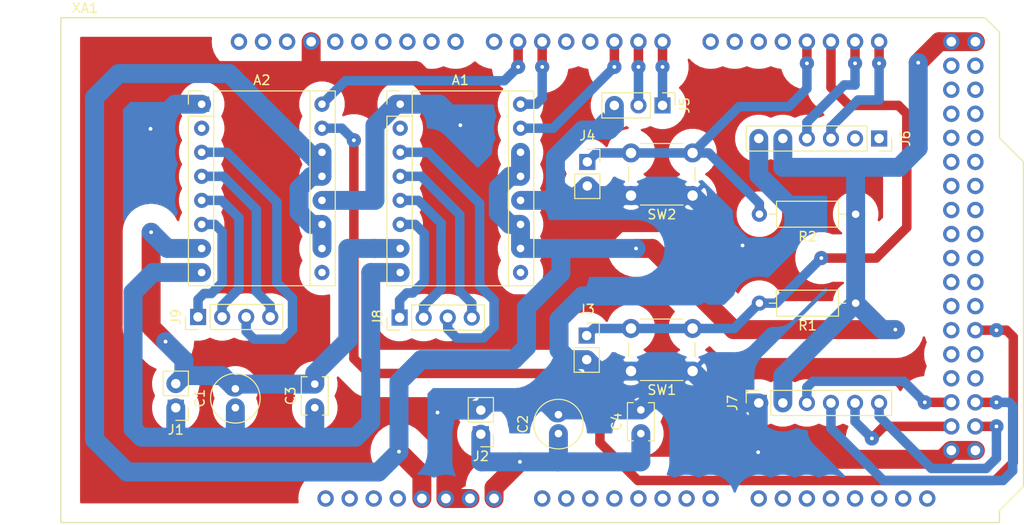
<source format=kicad_pcb>
(kicad_pcb (version 20171130) (host pcbnew 5.1.4)

  (general
    (thickness 1.6)
    (drawings 9)
    (tracks 354)
    (zones 0)
    (modules 20)
    (nets 28)
  )

  (page A4)
  (layers
    (0 F.Cu signal)
    (31 B.Cu signal)
    (32 B.Adhes user)
    (33 F.Adhes user)
    (34 B.Paste user)
    (35 F.Paste user)
    (36 B.SilkS user)
    (37 F.SilkS user)
    (38 B.Mask user)
    (39 F.Mask user)
    (40 Dwgs.User user)
    (41 Cmts.User user)
    (42 Eco1.User user)
    (43 Eco2.User user)
    (44 Edge.Cuts user)
    (45 Margin user)
    (46 B.CrtYd user)
    (47 F.CrtYd user)
    (48 B.Fab user)
    (49 F.Fab user)
  )

  (setup
    (last_trace_width 1)
    (trace_clearance 0.2)
    (zone_clearance 0.508)
    (zone_45_only no)
    (trace_min 0.2)
    (via_size 1.5)
    (via_drill 0.4)
    (via_min_size 0.4)
    (via_min_drill 0.3)
    (uvia_size 0.3)
    (uvia_drill 0.1)
    (uvias_allowed no)
    (uvia_min_size 0.2)
    (uvia_min_drill 0.1)
    (edge_width 0.05)
    (segment_width 0.2)
    (pcb_text_width 0.3)
    (pcb_text_size 1.5 1.5)
    (mod_edge_width 0.12)
    (mod_text_size 1 1)
    (mod_text_width 0.15)
    (pad_size 3.2 3.2)
    (pad_drill 1)
    (pad_to_mask_clearance 0.051)
    (solder_mask_min_width 0.25)
    (aux_axis_origin 0 0)
    (visible_elements FFFFFF7F)
    (pcbplotparams
      (layerselection 0x010fc_ffffffff)
      (usegerberextensions false)
      (usegerberattributes false)
      (usegerberadvancedattributes false)
      (creategerberjobfile false)
      (excludeedgelayer true)
      (linewidth 0.100000)
      (plotframeref false)
      (viasonmask false)
      (mode 1)
      (useauxorigin false)
      (hpglpennumber 1)
      (hpglpenspeed 20)
      (hpglpendiameter 15.000000)
      (psnegative false)
      (psa4output false)
      (plotreference true)
      (plotvalue true)
      (plotinvisibletext false)
      (padsonsilk false)
      (subtractmaskfromsilk false)
      (outputformat 1)
      (mirror false)
      (drillshape 1)
      (scaleselection 1)
      (outputdirectory ""))
  )

  (net 0 "")
  (net 1 "Net-(A1-Pad16)")
  (net 2 +12V)
  (net 3 "Net-(A1-Pad15)")
  (net 4 GND)
  (net 5 +5V)
  (net 6 "Net-(A1-Pad6)")
  (net 7 "Net-(A1-Pad5)")
  (net 8 GNDD)
  (net 9 "Net-(A1-Pad4)")
  (net 10 "Net-(A1-Pad3)")
  (net 11 "Net-(A2-Pad16)")
  (net 12 "Net-(A2-Pad15)")
  (net 13 "Net-(A2-Pad6)")
  (net 14 "Net-(A2-Pad5)")
  (net 15 "Net-(A2-Pad4)")
  (net 16 "Net-(A2-Pad3)")
  (net 17 "Net-(J3-Pad1)")
  (net 18 "Net-(J4-Pad1)")
  (net 19 "Net-(J5-Pad2)")
  (net 20 "Net-(J5-Pad1)")
  (net 21 "Net-(J6-Pad4)")
  (net 22 "Net-(J6-Pad3)")
  (net 23 "Net-(J7-Pad6)")
  (net 24 "Net-(J7-Pad5)")
  (net 25 "Net-(J7-Pad4)")
  (net 26 "Net-(J7-Pad3)")
  (net 27 VIN)

  (net_class Default "This is the default net class."
    (clearance 0.2)
    (trace_width 1)
    (via_dia 1.5)
    (via_drill 0.4)
    (uvia_dia 0.3)
    (uvia_drill 0.1)
    (add_net "Net-(A1-Pad15)")
    (add_net "Net-(A1-Pad16)")
    (add_net "Net-(A1-Pad3)")
    (add_net "Net-(A1-Pad4)")
    (add_net "Net-(A1-Pad5)")
    (add_net "Net-(A1-Pad6)")
    (add_net "Net-(A2-Pad15)")
    (add_net "Net-(A2-Pad16)")
    (add_net "Net-(A2-Pad3)")
    (add_net "Net-(A2-Pad4)")
    (add_net "Net-(A2-Pad5)")
    (add_net "Net-(A2-Pad6)")
    (add_net "Net-(J3-Pad1)")
    (add_net "Net-(J4-Pad1)")
    (add_net "Net-(J5-Pad1)")
    (add_net "Net-(J5-Pad2)")
    (add_net "Net-(J6-Pad3)")
    (add_net "Net-(J6-Pad4)")
    (add_net "Net-(J7-Pad3)")
    (add_net "Net-(J7-Pad4)")
    (add_net "Net-(J7-Pad5)")
    (add_net "Net-(J7-Pad6)")
  )

  (net_class DIG_GND ""
    (clearance 0.2)
    (trace_width 2)
    (via_dia 1.5)
    (via_drill 0.4)
    (uvia_dia 0.3)
    (uvia_drill 0.1)
    (add_net GNDD)
  )

  (net_class DIG_PWR ""
    (clearance 0.2)
    (trace_width 2)
    (via_dia 1.5)
    (via_drill 0.4)
    (uvia_dia 0.3)
    (uvia_drill 0.1)
    (add_net +5V)
    (add_net VIN)
  )

  (net_class MOT_GND ""
    (clearance 0.2)
    (trace_width 2)
    (via_dia 1.5)
    (via_drill 0.4)
    (uvia_dia 0.3)
    (uvia_drill 0.1)
    (add_net GND)
  )

  (net_class MOT_PWR ""
    (clearance 0.2)
    (trace_width 2)
    (via_dia 1.5)
    (via_drill 0.4)
    (uvia_dia 0.3)
    (uvia_drill 0.1)
    (add_net +12V)
  )

  (module Arduino:Arduino_Mega2560_Shield (layer F.Cu) (tedit 5D858823) (tstamp 5D846C5F)
    (at 93.218 113.157)
    (descr https://store.arduino.cc/arduino-mega-2560-rev3)
    (path /5D8404F3)
    (fp_text reference XA1 (at 2.54 -54.356) (layer F.SilkS)
      (effects (font (size 1 1) (thickness 0.15)))
    )
    (fp_text value "Arduino Mega2560 Shield" (at 15.494 -54.356) (layer F.Fab)
      (effects (font (size 1 1) (thickness 0.15)))
    )
    (fp_line (start 0 -53.34) (end 97.536 -53.34) (layer F.SilkS) (width 0.15))
    (fp_line (start 0 0) (end 99.06 0) (layer F.SilkS) (width 0.15))
    (fp_line (start 97.536 -53.34) (end 99.06 -51.816) (layer F.SilkS) (width 0.15))
    (fp_line (start 99.06 0) (end 99.06 -1.27) (layer F.SilkS) (width 0.15))
    (fp_line (start 99.06 -1.27) (end 101.6 -3.81) (layer F.SilkS) (width 0.15))
    (fp_line (start 101.6 -3.81) (end 101.6 -38.1) (layer F.SilkS) (width 0.15))
    (fp_line (start 101.6 -38.1) (end 99.06 -40.64) (layer F.SilkS) (width 0.15))
    (fp_line (start 99.06 -40.64) (end 99.06 -51.816) (layer F.SilkS) (width 0.15))
    (fp_line (start 0 -53.34) (end 0 0) (layer F.SilkS) (width 0.15))
    (fp_line (start -1.905 -12.065) (end 11.43 -12.065) (layer B.CrtYd) (width 0.15))
    (fp_line (start -1.905 -12.065) (end -1.905 -3.175) (layer B.CrtYd) (width 0.15))
    (fp_line (start -1.905 -3.175) (end 11.43 -3.175) (layer B.CrtYd) (width 0.15))
    (fp_line (start 11.43 -12.065) (end 11.43 -3.175) (layer B.CrtYd) (width 0.15))
    (fp_line (start -6.35 -43.815) (end -6.35 -32.385) (layer B.CrtYd) (width 0.15))
    (fp_line (start 9.525 -43.815) (end 9.525 -32.385) (layer B.CrtYd) (width 0.15))
    (fp_line (start 9.525 -43.815) (end -6.35 -43.815) (layer B.CrtYd) (width 0.15))
    (fp_line (start 9.525 -32.385) (end -6.35 -32.385) (layer B.CrtYd) (width 0.15))
    (pad GND6 thru_hole oval (at 96.52 -7.62) (size 1.7272 1.7272) (drill 1.016) (layers F.Cu F.Mask)
      (net 8 GNDD))
    (pad GND5 thru_hole oval (at 93.98 -7.62) (size 1.7272 1.7272) (drill 1.016) (layers F.Cu F.Mask)
      (net 8 GNDD))
    (pad D53 thru_hole oval (at 96.52 -10.16) (size 1.7272 1.7272) (drill 1.016) (layers F.Cu F.Mask)
      (net 23 "Net-(J7-Pad6)"))
    (pad D52 thru_hole oval (at 93.98 -10.16) (size 1.7272 1.7272) (drill 1.016) (layers F.Cu F.Mask)
      (net 24 "Net-(J7-Pad5)"))
    (pad D51 thru_hole oval (at 96.52 -12.7) (size 1.7272 1.7272) (drill 1.016) (layers F.Cu F.Mask)
      (net 25 "Net-(J7-Pad4)"))
    (pad D50 thru_hole oval (at 93.98 -12.7) (size 1.7272 1.7272) (drill 1.016) (layers F.Cu F.Mask)
      (net 26 "Net-(J7-Pad3)"))
    (pad D49 thru_hole oval (at 96.52 -15.24) (size 1.7272 1.7272) (drill 1.016) (layers F.Cu F.Mask))
    (pad D48 thru_hole oval (at 93.98 -15.24) (size 1.7272 1.7272) (drill 1.016) (layers F.Cu F.Mask))
    (pad D47 thru_hole oval (at 96.52 -17.78) (size 1.7272 1.7272) (drill 1.016) (layers F.Cu F.Mask))
    (pad D46 thru_hole oval (at 93.98 -17.78) (size 1.7272 1.7272) (drill 1.016) (layers F.Cu F.Mask))
    (pad D45 thru_hole oval (at 96.52 -20.32) (size 1.7272 1.7272) (drill 1.016) (layers F.Cu F.Mask)
      (net 12 "Net-(A2-Pad15)"))
    (pad D44 thru_hole oval (at 93.98 -20.32) (size 1.7272 1.7272) (drill 1.016) (layers F.Cu F.Mask))
    (pad D43 thru_hole oval (at 96.52 -22.86) (size 1.7272 1.7272) (drill 1.016) (layers F.Cu F.Mask))
    (pad D42 thru_hole oval (at 93.98 -22.86) (size 1.7272 1.7272) (drill 1.016) (layers F.Cu F.Mask))
    (pad D41 thru_hole oval (at 96.52 -25.4) (size 1.7272 1.7272) (drill 1.016) (layers F.Cu F.Mask))
    (pad D40 thru_hole oval (at 93.98 -25.4) (size 1.7272 1.7272) (drill 1.016) (layers F.Cu F.Mask))
    (pad D39 thru_hole oval (at 96.52 -27.94) (size 1.7272 1.7272) (drill 1.016) (layers F.Cu F.Mask))
    (pad D38 thru_hole oval (at 93.98 -27.94) (size 1.7272 1.7272) (drill 1.016) (layers F.Cu F.Mask))
    (pad D37 thru_hole oval (at 96.52 -30.48) (size 1.7272 1.7272) (drill 1.016) (layers F.Cu F.Mask))
    (pad D36 thru_hole oval (at 93.98 -30.48) (size 1.7272 1.7272) (drill 1.016) (layers F.Cu F.Mask))
    (pad D35 thru_hole oval (at 96.52 -33.02) (size 1.7272 1.7272) (drill 1.016) (layers F.Cu F.Mask))
    (pad D34 thru_hole oval (at 93.98 -33.02) (size 1.7272 1.7272) (drill 1.016) (layers F.Cu F.Mask))
    (pad D33 thru_hole oval (at 96.52 -35.56) (size 1.7272 1.7272) (drill 1.016) (layers F.Cu F.Mask))
    (pad D32 thru_hole oval (at 93.98 -35.56) (size 1.7272 1.7272) (drill 1.016) (layers F.Cu F.Mask))
    (pad D31 thru_hole oval (at 96.52 -38.1) (size 1.7272 1.7272) (drill 1.016) (layers F.Cu F.Mask))
    (pad D30 thru_hole oval (at 93.98 -38.1) (size 1.7272 1.7272) (drill 1.016) (layers F.Cu F.Mask))
    (pad D29 thru_hole oval (at 96.52 -40.64) (size 1.7272 1.7272) (drill 1.016) (layers F.Cu F.Mask))
    (pad D28 thru_hole oval (at 93.98 -40.64) (size 1.7272 1.7272) (drill 1.016) (layers F.Cu F.Mask))
    (pad D27 thru_hole oval (at 96.52 -43.18) (size 1.7272 1.7272) (drill 1.016) (layers F.Cu F.Mask))
    (pad D26 thru_hole oval (at 93.98 -43.18) (size 1.7272 1.7272) (drill 1.016) (layers F.Cu F.Mask))
    (pad D25 thru_hole oval (at 96.52 -45.72) (size 1.7272 1.7272) (drill 1.016) (layers F.Cu F.Mask))
    (pad D24 thru_hole oval (at 93.98 -45.72) (size 1.7272 1.7272) (drill 1.016) (layers F.Cu F.Mask))
    (pad D23 thru_hole oval (at 96.52 -48.26) (size 1.7272 1.7272) (drill 1.016) (layers F.Cu F.Mask))
    (pad D22 thru_hole oval (at 93.98 -48.26) (size 1.7272 1.7272) (drill 1.016) (layers F.Cu F.Mask))
    (pad 5V4 thru_hole oval (at 96.52 -50.8) (size 1.7272 1.7272) (drill 1.016) (layers F.Cu F.Mask)
      (net 5 +5V))
    (pad 5V3 thru_hole oval (at 93.98 -50.8) (size 1.7272 1.7272) (drill 1.016) (layers F.Cu F.Mask)
      (net 5 +5V))
    (pad A15 thru_hole oval (at 91.44 -2.54) (size 1.7272 1.7272) (drill 1.016) (layers F.Cu F.Mask))
    (pad A14 thru_hole oval (at 88.9 -2.54) (size 1.7272 1.7272) (drill 1.016) (layers F.Cu F.Mask))
    (pad A13 thru_hole oval (at 86.36 -2.54) (size 1.7272 1.7272) (drill 1.016) (layers F.Cu F.Mask))
    (pad A12 thru_hole oval (at 83.82 -2.54) (size 1.7272 1.7272) (drill 1.016) (layers F.Cu F.Mask))
    (pad A11 thru_hole oval (at 81.28 -2.54) (size 1.7272 1.7272) (drill 1.016) (layers F.Cu F.Mask))
    (pad A10 thru_hole oval (at 78.74 -2.54) (size 1.7272 1.7272) (drill 1.016) (layers F.Cu F.Mask))
    (pad A9 thru_hole oval (at 76.2 -2.54) (size 1.7272 1.7272) (drill 1.016) (layers F.Cu F.Mask))
    (pad A8 thru_hole oval (at 73.66 -2.54) (size 1.7272 1.7272) (drill 1.016) (layers F.Cu F.Mask))
    (pad A7 thru_hole oval (at 68.58 -2.54) (size 1.7272 1.7272) (drill 1.016) (layers F.Cu F.Mask))
    (pad A6 thru_hole oval (at 66.04 -2.54) (size 1.7272 1.7272) (drill 1.016) (layers F.Cu F.Mask))
    (pad A5 thru_hole oval (at 63.5 -2.54) (size 1.7272 1.7272) (drill 1.016) (layers F.Cu F.Mask))
    (pad A4 thru_hole oval (at 60.96 -2.54) (size 1.7272 1.7272) (drill 1.016) (layers F.Cu F.Mask))
    (pad A3 thru_hole oval (at 58.42 -2.54) (size 1.7272 1.7272) (drill 1.016) (layers F.Cu F.Mask))
    (pad A2 thru_hole oval (at 55.88 -2.54) (size 1.7272 1.7272) (drill 1.016) (layers F.Cu F.Mask))
    (pad A1 thru_hole oval (at 53.34 -2.54) (size 1.7272 1.7272) (drill 1.016) (layers F.Cu F.Mask))
    (pad "" thru_hole oval (at 27.94 -2.54) (size 1.7272 1.7272) (drill 1.016) (layers F.Cu F.Mask))
    (pad D11 thru_hole oval (at 34.036 -50.8) (size 1.7272 1.7272) (drill 1.016) (layers F.Cu F.Mask))
    (pad D12 thru_hole oval (at 31.496 -50.8) (size 1.7272 1.7272) (drill 1.016) (layers F.Cu F.Mask))
    (pad D13 thru_hole oval (at 28.956 -50.8) (size 1.7272 1.7272) (drill 1.016) (layers F.Cu F.Mask))
    (pad AREF thru_hole oval (at 23.876 -50.8) (size 1.7272 1.7272) (drill 1.016) (layers F.Cu F.Mask))
    (pad SDA thru_hole oval (at 21.336 -50.8) (size 1.7272 1.7272) (drill 1.016) (layers F.Cu F.Mask))
    (pad SCL thru_hole oval (at 18.796 -50.8) (size 1.7272 1.7272) (drill 1.016) (layers F.Cu F.Mask))
    (pad D10 thru_hole oval (at 36.576 -50.8) (size 1.7272 1.7272) (drill 1.016) (layers F.Cu F.Mask))
    (pad D9 thru_hole oval (at 39.116 -50.8) (size 1.7272 1.7272) (drill 1.016) (layers F.Cu F.Mask))
    (pad D8 thru_hole oval (at 41.656 -50.8) (size 1.7272 1.7272) (drill 1.016) (layers F.Cu F.Mask))
    (pad GND1 thru_hole oval (at 26.416 -50.8) (size 1.7272 1.7272) (drill 1.016) (layers F.Cu F.Mask)
      (net 8 GNDD))
    (pad D7 thru_hole oval (at 45.72 -50.8) (size 1.7272 1.7272) (drill 1.016) (layers F.Cu F.Mask))
    (pad D6 thru_hole oval (at 48.26 -50.8) (size 1.7272 1.7272) (drill 1.016) (layers F.Cu F.Mask)
      (net 11 "Net-(A2-Pad16)"))
    (pad D5 thru_hole oval (at 50.8 -50.8) (size 1.7272 1.7272) (drill 1.016) (layers F.Cu F.Mask)
      (net 1 "Net-(A1-Pad16)"))
    (pad D4 thru_hole oval (at 53.34 -50.8) (size 1.7272 1.7272) (drill 1.016) (layers F.Cu F.Mask))
    (pad D3 thru_hole oval (at 55.88 -50.8) (size 1.7272 1.7272) (drill 1.016) (layers F.Cu F.Mask))
    (pad D2 thru_hole oval (at 58.42 -50.8) (size 1.7272 1.7272) (drill 1.016) (layers F.Cu F.Mask)
      (net 3 "Net-(A1-Pad15)"))
    (pad D1 thru_hole oval (at 60.96 -50.8) (size 1.7272 1.7272) (drill 1.016) (layers F.Cu F.Mask)
      (net 19 "Net-(J5-Pad2)"))
    (pad D0 thru_hole oval (at 63.5 -50.8) (size 1.7272 1.7272) (drill 1.016) (layers F.Cu F.Mask)
      (net 20 "Net-(J5-Pad1)"))
    (pad D14 thru_hole oval (at 68.58 -50.8) (size 1.7272 1.7272) (drill 1.016) (layers F.Cu F.Mask))
    (pad D15 thru_hole oval (at 71.12 -50.8) (size 1.7272 1.7272) (drill 1.016) (layers F.Cu F.Mask))
    (pad D16 thru_hole oval (at 73.66 -50.8) (size 1.7272 1.7272) (drill 1.016) (layers F.Cu F.Mask))
    (pad D17 thru_hole oval (at 76.2 -50.8) (size 1.7272 1.7272) (drill 1.016) (layers F.Cu F.Mask))
    (pad D18 thru_hole oval (at 78.74 -50.8) (size 1.7272 1.7272) (drill 1.016) (layers F.Cu F.Mask)
      (net 18 "Net-(J4-Pad1)"))
    (pad D19 thru_hole oval (at 81.28 -50.8) (size 1.7272 1.7272) (drill 1.016) (layers F.Cu F.Mask)
      (net 17 "Net-(J3-Pad1)"))
    (pad D20 thru_hole oval (at 83.82 -50.8) (size 1.7272 1.7272) (drill 1.016) (layers F.Cu F.Mask)
      (net 21 "Net-(J6-Pad4)"))
    (pad D21 thru_hole oval (at 86.36 -50.8) (size 1.7272 1.7272) (drill 1.016) (layers F.Cu F.Mask)
      (net 22 "Net-(J6-Pad3)"))
    (pad IORF thru_hole oval (at 30.48 -2.54) (size 1.7272 1.7272) (drill 1.016) (layers F.Cu F.Mask))
    (pad RST1 thru_hole oval (at 33.02 -2.54) (size 1.7272 1.7272) (drill 1.016) (layers F.Cu F.Mask))
    (pad 3V3 thru_hole oval (at 35.56 -2.54) (size 1.7272 1.7272) (drill 1.016) (layers F.Cu F.Mask))
    (pad 5V1 thru_hole oval (at 38.1 -2.54) (size 1.7272 1.7272) (drill 1.016) (layers F.Cu F.Mask)
      (net 5 +5V))
    (pad GND2 thru_hole oval (at 40.64 -2.54) (size 1.7272 1.7272) (drill 1.016) (layers F.Cu F.Mask)
      (net 8 GNDD))
    (pad GND3 thru_hole oval (at 43.18 -2.54) (size 1.7272 1.7272) (drill 1.016) (layers F.Cu F.Mask)
      (net 8 GNDD))
    (pad VIN thru_hole oval (at 45.72 -2.54) (size 1.7272 1.7272) (drill 1.016) (layers F.Cu F.Mask)
      (net 27 VIN))
    (pad A0 thru_hole oval (at 50.8 -2.54) (size 1.7272 1.7272) (drill 1.016) (layers F.Cu F.Mask))
  )

  (module Connector_PinSocket_2.54mm:PinSocket_1x06_P2.54mm_Vertical (layer F.Cu) (tedit 5D844148) (tstamp 5D846B31)
    (at 179.578 72.5805 270)
    (descr "Through hole straight socket strip, 1x06, 2.54mm pitch, single row (from Kicad 4.0.7), script generated")
    (tags "Through hole socket strip THT 1x06 2.54mm single row")
    (path /5DB39035)
    (fp_text reference J6 (at 0 -2.77 90) (layer F.SilkS)
      (effects (font (size 1 1) (thickness 0.15)))
    )
    (fp_text value "microSD Module" (at 0 15.47 90) (layer F.Fab)
      (effects (font (size 1 1) (thickness 0.15)))
    )
    (fp_text user %R (at 0 6.35) (layer F.Fab)
      (effects (font (size 1 1) (thickness 0.15)))
    )
    (fp_line (start -1.8 14.45) (end -1.8 -1.8) (layer F.CrtYd) (width 0.05))
    (fp_line (start 1.75 14.45) (end -1.8 14.45) (layer F.CrtYd) (width 0.05))
    (fp_line (start 1.75 -1.8) (end 1.75 14.45) (layer F.CrtYd) (width 0.05))
    (fp_line (start -1.8 -1.8) (end 1.75 -1.8) (layer F.CrtYd) (width 0.05))
    (fp_line (start 0 -1.33) (end 1.33 -1.33) (layer F.SilkS) (width 0.12))
    (fp_line (start 1.33 -1.33) (end 1.33 0) (layer F.SilkS) (width 0.12))
    (fp_line (start 1.33 1.27) (end 1.33 14.03) (layer F.SilkS) (width 0.12))
    (fp_line (start -1.33 14.03) (end 1.33 14.03) (layer F.SilkS) (width 0.12))
    (fp_line (start -1.33 1.27) (end -1.33 14.03) (layer F.SilkS) (width 0.12))
    (fp_line (start -1.33 1.27) (end 1.33 1.27) (layer F.SilkS) (width 0.12))
    (fp_line (start -1.27 13.97) (end -1.27 -1.27) (layer F.Fab) (width 0.1))
    (fp_line (start 1.27 13.97) (end -1.27 13.97) (layer F.Fab) (width 0.1))
    (fp_line (start 1.27 -0.635) (end 1.27 13.97) (layer F.Fab) (width 0.1))
    (fp_line (start 0.635 -1.27) (end 1.27 -0.635) (layer F.Fab) (width 0.1))
    (fp_line (start -1.27 -1.27) (end 0.635 -1.27) (layer F.Fab) (width 0.1))
    (pad 6 thru_hole oval (at 0 12.7 270) (size 1.7 1.7) (drill 1) (layers B.Cu B.Mask)
      (net 8 GNDD))
    (pad 5 thru_hole oval (at 0 10.16 270) (size 1.7 1.7) (drill 1) (layers B.Cu B.Mask)
      (net 5 +5V))
    (pad 4 thru_hole oval (at 0 7.62 270) (size 1.7 1.7) (drill 1) (layers B.Cu B.Mask)
      (net 21 "Net-(J6-Pad4)"))
    (pad 3 thru_hole oval (at 0 5.08 270) (size 1.7 1.7) (drill 1) (layers B.Cu B.Mask)
      (net 22 "Net-(J6-Pad3)"))
    (pad 2 thru_hole oval (at 0 2.54 270) (size 1.7 1.7) (drill 1) (layers B.Cu B.Mask))
    (pad 1 thru_hole rect (at 0 0 270) (size 1.7 1.7) (drill 1) (layers B.Cu B.Mask))
    (model ${KISYS3DMOD}/Connector_PinSocket_2.54mm.3dshapes/PinSocket_1x06_P2.54mm_Vertical.wrl
      (at (xyz 0 0 0))
      (scale (xyz 1 1 1))
      (rotate (xyz 0 0 0))
    )
  )

  (module Button_Switch_THT:SW_PUSH_6mm (layer F.Cu) (tedit 5D8441EC) (tstamp 5D846BE7)
    (at 159.893 78.613 180)
    (descr https://www.omron.com/ecb/products/pdf/en-b3f.pdf)
    (tags "tact sw push 6mm")
    (path /5E12EF99)
    (fp_text reference SW2 (at 3.25 -2) (layer F.SilkS)
      (effects (font (size 1 1) (thickness 0.15)))
    )
    (fp_text value SW_Push (at 3.75 6.7) (layer F.Fab)
      (effects (font (size 1 1) (thickness 0.15)))
    )
    (fp_circle (center 3.25 2.25) (end 1.25 2.5) (layer F.Fab) (width 0.1))
    (fp_line (start 6.75 3) (end 6.75 1.5) (layer F.SilkS) (width 0.12))
    (fp_line (start 5.5 -1) (end 1 -1) (layer F.SilkS) (width 0.12))
    (fp_line (start -0.25 1.5) (end -0.25 3) (layer F.SilkS) (width 0.12))
    (fp_line (start 1 5.5) (end 5.5 5.5) (layer F.SilkS) (width 0.12))
    (fp_line (start 8 -1.25) (end 8 5.75) (layer F.CrtYd) (width 0.05))
    (fp_line (start 7.75 6) (end -1.25 6) (layer F.CrtYd) (width 0.05))
    (fp_line (start -1.5 5.75) (end -1.5 -1.25) (layer F.CrtYd) (width 0.05))
    (fp_line (start -1.25 -1.5) (end 7.75 -1.5) (layer F.CrtYd) (width 0.05))
    (fp_line (start -1.5 6) (end -1.25 6) (layer F.CrtYd) (width 0.05))
    (fp_line (start -1.5 5.75) (end -1.5 6) (layer F.CrtYd) (width 0.05))
    (fp_line (start -1.5 -1.5) (end -1.25 -1.5) (layer F.CrtYd) (width 0.05))
    (fp_line (start -1.5 -1.25) (end -1.5 -1.5) (layer F.CrtYd) (width 0.05))
    (fp_line (start 8 -1.5) (end 8 -1.25) (layer F.CrtYd) (width 0.05))
    (fp_line (start 7.75 -1.5) (end 8 -1.5) (layer F.CrtYd) (width 0.05))
    (fp_line (start 8 6) (end 8 5.75) (layer F.CrtYd) (width 0.05))
    (fp_line (start 7.75 6) (end 8 6) (layer F.CrtYd) (width 0.05))
    (fp_line (start 0.25 -0.75) (end 3.25 -0.75) (layer F.Fab) (width 0.1))
    (fp_line (start 0.25 5.25) (end 0.25 -0.75) (layer F.Fab) (width 0.1))
    (fp_line (start 6.25 5.25) (end 0.25 5.25) (layer F.Fab) (width 0.1))
    (fp_line (start 6.25 -0.75) (end 6.25 5.25) (layer F.Fab) (width 0.1))
    (fp_line (start 3.25 -0.75) (end 6.25 -0.75) (layer F.Fab) (width 0.1))
    (fp_text user %R (at 3.25 2.25) (layer F.Fab)
      (effects (font (size 1 1) (thickness 0.15)))
    )
    (pad 1 thru_hole circle (at 6.5 0 270) (size 2 2) (drill 1.1) (layers B.Cu B.Mask)
      (net 8 GNDD))
    (pad 2 thru_hole circle (at 6.5 4.5 270) (size 2 2) (drill 1.1) (layers B.Cu B.Mask)
      (net 18 "Net-(J4-Pad1)"))
    (pad 1 thru_hole circle (at 0 0 270) (size 2 2) (drill 1.1) (layers B.Cu B.Mask)
      (net 8 GNDD))
    (pad 2 thru_hole circle (at 0 4.5 270) (size 2 2) (drill 1.1) (layers B.Cu B.Mask)
      (net 18 "Net-(J4-Pad1)"))
    (model ${KISYS3DMOD}/Button_Switch_THT.3dshapes/SW_PUSH_6mm.wrl
      (at (xyz 0 0 0))
      (scale (xyz 1 1 1))
      (rotate (xyz 0 0 0))
    )
  )

  (module Button_Switch_THT:SW_PUSH_6mm (layer F.Cu) (tedit 5D844233) (tstamp 5D846BC8)
    (at 159.893 97.155 180)
    (descr https://www.omron.com/ecb/products/pdf/en-b3f.pdf)
    (tags "tact sw push 6mm")
    (path /5E119601)
    (fp_text reference SW1 (at 3.25 -2) (layer F.SilkS)
      (effects (font (size 1 1) (thickness 0.15)))
    )
    (fp_text value SW_Push (at 3.75 6.7) (layer F.Fab)
      (effects (font (size 1 1) (thickness 0.15)))
    )
    (fp_circle (center 3.25 2.25) (end 1.25 2.5) (layer F.Fab) (width 0.1))
    (fp_line (start 6.75 3) (end 6.75 1.5) (layer F.SilkS) (width 0.12))
    (fp_line (start 5.5 -1) (end 1 -1) (layer F.SilkS) (width 0.12))
    (fp_line (start -0.25 1.5) (end -0.25 3) (layer F.SilkS) (width 0.12))
    (fp_line (start 1 5.5) (end 5.5 5.5) (layer F.SilkS) (width 0.12))
    (fp_line (start 8 -1.25) (end 8 5.75) (layer F.CrtYd) (width 0.05))
    (fp_line (start 7.75 6) (end -1.25 6) (layer F.CrtYd) (width 0.05))
    (fp_line (start -1.5 5.75) (end -1.5 -1.25) (layer F.CrtYd) (width 0.05))
    (fp_line (start -1.25 -1.5) (end 7.75 -1.5) (layer F.CrtYd) (width 0.05))
    (fp_line (start -1.5 6) (end -1.25 6) (layer F.CrtYd) (width 0.05))
    (fp_line (start -1.5 5.75) (end -1.5 6) (layer F.CrtYd) (width 0.05))
    (fp_line (start -1.5 -1.5) (end -1.25 -1.5) (layer F.CrtYd) (width 0.05))
    (fp_line (start -1.5 -1.25) (end -1.5 -1.5) (layer F.CrtYd) (width 0.05))
    (fp_line (start 8 -1.5) (end 8 -1.25) (layer F.CrtYd) (width 0.05))
    (fp_line (start 7.75 -1.5) (end 8 -1.5) (layer F.CrtYd) (width 0.05))
    (fp_line (start 8 6) (end 8 5.75) (layer F.CrtYd) (width 0.05))
    (fp_line (start 7.75 6) (end 8 6) (layer F.CrtYd) (width 0.05))
    (fp_line (start 0.25 -0.75) (end 3.25 -0.75) (layer F.Fab) (width 0.1))
    (fp_line (start 0.25 5.25) (end 0.25 -0.75) (layer F.Fab) (width 0.1))
    (fp_line (start 6.25 5.25) (end 0.25 5.25) (layer F.Fab) (width 0.1))
    (fp_line (start 6.25 -0.75) (end 6.25 5.25) (layer F.Fab) (width 0.1))
    (fp_line (start 3.25 -0.75) (end 6.25 -0.75) (layer F.Fab) (width 0.1))
    (fp_text user %R (at 3.25 2.25) (layer F.Fab)
      (effects (font (size 1 1) (thickness 0.15)))
    )
    (pad 1 thru_hole circle (at 6.5 0 270) (size 2 2) (drill 1.1) (layers B.Cu B.Mask)
      (net 8 GNDD))
    (pad 2 thru_hole circle (at 6.5 4.5 270) (size 2 2) (drill 1.1) (layers B.Cu B.Mask)
      (net 17 "Net-(J3-Pad1)"))
    (pad 1 thru_hole circle (at 0 0 270) (size 2 2) (drill 1.1) (layers B.Cu B.Mask)
      (net 8 GNDD))
    (pad 2 thru_hole circle (at 0 4.5 270) (size 2 2) (drill 1.1) (layers B.Cu B.Mask)
      (net 17 "Net-(J3-Pad1)"))
    (model ${KISYS3DMOD}/Button_Switch_THT.3dshapes/SW_PUSH_6mm.wrl
      (at (xyz 0 0 0))
      (scale (xyz 1 1 1))
      (rotate (xyz 0 0 0))
    )
  )

  (module Resistor_THT:R_Axial_DIN0207_L6.3mm_D2.5mm_P10.16mm_Horizontal (layer F.Cu) (tedit 5D84426C) (tstamp 5D846BA9)
    (at 177.1015 80.5815 180)
    (descr "Resistor, Axial_DIN0207 series, Axial, Horizontal, pin pitch=10.16mm, 0.25W = 1/4W, length*diameter=6.3*2.5mm^2, http://cdn-reichelt.de/documents/datenblatt/B400/1_4W%23YAG.pdf")
    (tags "Resistor Axial_DIN0207 series Axial Horizontal pin pitch 10.16mm 0.25W = 1/4W length 6.3mm diameter 2.5mm")
    (path /5DA3C3F8)
    (fp_text reference R2 (at 5.08 -2.37) (layer F.SilkS)
      (effects (font (size 1 1) (thickness 0.15)))
    )
    (fp_text value 4.7K (at 5.08 2.37) (layer F.Fab)
      (effects (font (size 1 1) (thickness 0.15)))
    )
    (fp_text user %R (at 5.08 0) (layer F.Fab)
      (effects (font (size 1 1) (thickness 0.15)))
    )
    (fp_line (start 11.21 -1.5) (end -1.05 -1.5) (layer F.CrtYd) (width 0.05))
    (fp_line (start 11.21 1.5) (end 11.21 -1.5) (layer F.CrtYd) (width 0.05))
    (fp_line (start -1.05 1.5) (end 11.21 1.5) (layer F.CrtYd) (width 0.05))
    (fp_line (start -1.05 -1.5) (end -1.05 1.5) (layer F.CrtYd) (width 0.05))
    (fp_line (start 9.12 0) (end 8.35 0) (layer F.SilkS) (width 0.12))
    (fp_line (start 1.04 0) (end 1.81 0) (layer F.SilkS) (width 0.12))
    (fp_line (start 8.35 -1.37) (end 1.81 -1.37) (layer F.SilkS) (width 0.12))
    (fp_line (start 8.35 1.37) (end 8.35 -1.37) (layer F.SilkS) (width 0.12))
    (fp_line (start 1.81 1.37) (end 8.35 1.37) (layer F.SilkS) (width 0.12))
    (fp_line (start 1.81 -1.37) (end 1.81 1.37) (layer F.SilkS) (width 0.12))
    (fp_line (start 10.16 0) (end 8.23 0) (layer F.Fab) (width 0.1))
    (fp_line (start 0 0) (end 1.93 0) (layer F.Fab) (width 0.1))
    (fp_line (start 8.23 -1.25) (end 1.93 -1.25) (layer F.Fab) (width 0.1))
    (fp_line (start 8.23 1.25) (end 8.23 -1.25) (layer F.Fab) (width 0.1))
    (fp_line (start 1.93 1.25) (end 8.23 1.25) (layer F.Fab) (width 0.1))
    (fp_line (start 1.93 -1.25) (end 1.93 1.25) (layer F.Fab) (width 0.1))
    (pad 2 thru_hole oval (at 10.16 0 180) (size 1.6 1.6) (drill 0.8) (layers B.Cu B.Mask)
      (net 18 "Net-(J4-Pad1)"))
    (pad 1 thru_hole circle (at 0 0 180) (size 1.6 1.6) (drill 0.8) (layers B.Cu B.Mask)
      (net 5 +5V))
    (model ${KISYS3DMOD}/Resistor_THT.3dshapes/R_Axial_DIN0207_L6.3mm_D2.5mm_P10.16mm_Horizontal.wrl
      (at (xyz 0 0 0))
      (scale (xyz 1 1 1))
      (rotate (xyz 0 0 0))
    )
  )

  (module Resistor_THT:R_Axial_DIN0207_L6.3mm_D2.5mm_P10.16mm_Horizontal (layer F.Cu) (tedit 5D84427A) (tstamp 5D846B92)
    (at 177.1015 89.9795 180)
    (descr "Resistor, Axial_DIN0207 series, Axial, Horizontal, pin pitch=10.16mm, 0.25W = 1/4W, length*diameter=6.3*2.5mm^2, http://cdn-reichelt.de/documents/datenblatt/B400/1_4W%23YAG.pdf")
    (tags "Resistor Axial_DIN0207 series Axial Horizontal pin pitch 10.16mm 0.25W = 1/4W length 6.3mm diameter 2.5mm")
    (path /5DA0DF1F)
    (fp_text reference R1 (at 5.08 -2.37) (layer F.SilkS)
      (effects (font (size 1 1) (thickness 0.15)))
    )
    (fp_text value 4.7K (at 5.08 2.37) (layer F.Fab)
      (effects (font (size 1 1) (thickness 0.15)))
    )
    (fp_text user %R (at 5.08 0) (layer F.Fab)
      (effects (font (size 1 1) (thickness 0.15)))
    )
    (fp_line (start 11.21 -1.5) (end -1.05 -1.5) (layer F.CrtYd) (width 0.05))
    (fp_line (start 11.21 1.5) (end 11.21 -1.5) (layer F.CrtYd) (width 0.05))
    (fp_line (start -1.05 1.5) (end 11.21 1.5) (layer F.CrtYd) (width 0.05))
    (fp_line (start -1.05 -1.5) (end -1.05 1.5) (layer F.CrtYd) (width 0.05))
    (fp_line (start 9.12 0) (end 8.35 0) (layer F.SilkS) (width 0.12))
    (fp_line (start 1.04 0) (end 1.81 0) (layer F.SilkS) (width 0.12))
    (fp_line (start 8.35 -1.37) (end 1.81 -1.37) (layer F.SilkS) (width 0.12))
    (fp_line (start 8.35 1.37) (end 8.35 -1.37) (layer F.SilkS) (width 0.12))
    (fp_line (start 1.81 1.37) (end 8.35 1.37) (layer F.SilkS) (width 0.12))
    (fp_line (start 1.81 -1.37) (end 1.81 1.37) (layer F.SilkS) (width 0.12))
    (fp_line (start 10.16 0) (end 8.23 0) (layer F.Fab) (width 0.1))
    (fp_line (start 0 0) (end 1.93 0) (layer F.Fab) (width 0.1))
    (fp_line (start 8.23 -1.25) (end 1.93 -1.25) (layer F.Fab) (width 0.1))
    (fp_line (start 8.23 1.25) (end 8.23 -1.25) (layer F.Fab) (width 0.1))
    (fp_line (start 1.93 1.25) (end 8.23 1.25) (layer F.Fab) (width 0.1))
    (fp_line (start 1.93 -1.25) (end 1.93 1.25) (layer F.Fab) (width 0.1))
    (pad 2 thru_hole oval (at 10.16 0 180) (size 1.6 1.6) (drill 0.8) (layers B.Cu B.Mask)
      (net 17 "Net-(J3-Pad1)"))
    (pad 1 thru_hole circle (at 0 0 180) (size 1.6 1.6) (drill 0.8) (layers B.Cu B.Mask)
      (net 5 +5V))
    (model ${KISYS3DMOD}/Resistor_THT.3dshapes/R_Axial_DIN0207_L6.3mm_D2.5mm_P10.16mm_Horizontal.wrl
      (at (xyz 0 0 0))
      (scale (xyz 1 1 1))
      (rotate (xyz 0 0 0))
    )
  )

  (module Connector_PinHeader_2.54mm:PinHeader_1x04_P2.54mm_Vertical (layer F.Cu) (tedit 5D843F8D) (tstamp 5D846B7B)
    (at 107.696 91.44 90)
    (descr "Through hole straight pin header, 1x04, 2.54mm pitch, single row")
    (tags "Through hole pin header THT 1x04 2.54mm single row")
    (path /5D85DFDA)
    (fp_text reference J9 (at 0 -2.33 90) (layer F.SilkS)
      (effects (font (size 1 1) (thickness 0.15)))
    )
    (fp_text value "STEPPER B" (at 0 9.95 90) (layer F.Fab)
      (effects (font (size 1 1) (thickness 0.15)))
    )
    (fp_text user %R (at 0 3.81) (layer F.Fab)
      (effects (font (size 1 1) (thickness 0.15)))
    )
    (fp_line (start 1.8 -1.8) (end -1.8 -1.8) (layer F.CrtYd) (width 0.05))
    (fp_line (start 1.8 9.4) (end 1.8 -1.8) (layer F.CrtYd) (width 0.05))
    (fp_line (start -1.8 9.4) (end 1.8 9.4) (layer F.CrtYd) (width 0.05))
    (fp_line (start -1.8 -1.8) (end -1.8 9.4) (layer F.CrtYd) (width 0.05))
    (fp_line (start -1.33 -1.33) (end 0 -1.33) (layer F.SilkS) (width 0.12))
    (fp_line (start -1.33 0) (end -1.33 -1.33) (layer F.SilkS) (width 0.12))
    (fp_line (start -1.33 1.27) (end 1.33 1.27) (layer F.SilkS) (width 0.12))
    (fp_line (start 1.33 1.27) (end 1.33 8.95) (layer F.SilkS) (width 0.12))
    (fp_line (start -1.33 1.27) (end -1.33 8.95) (layer F.SilkS) (width 0.12))
    (fp_line (start -1.33 8.95) (end 1.33 8.95) (layer F.SilkS) (width 0.12))
    (fp_line (start -1.27 -0.635) (end -0.635 -1.27) (layer F.Fab) (width 0.1))
    (fp_line (start -1.27 8.89) (end -1.27 -0.635) (layer F.Fab) (width 0.1))
    (fp_line (start 1.27 8.89) (end -1.27 8.89) (layer F.Fab) (width 0.1))
    (fp_line (start 1.27 -1.27) (end 1.27 8.89) (layer F.Fab) (width 0.1))
    (fp_line (start -0.635 -1.27) (end 1.27 -1.27) (layer F.Fab) (width 0.1))
    (pad 4 thru_hole oval (at 0 7.62 90) (size 1.7 1.7) (drill 1) (layers B.Cu B.Mask)
      (net 15 "Net-(A2-Pad4)"))
    (pad 3 thru_hole oval (at 0 5.08 90) (size 1.7 1.7) (drill 1) (layers B.Cu B.Mask)
      (net 16 "Net-(A2-Pad3)"))
    (pad 2 thru_hole oval (at 0 2.54 90) (size 1.7 1.7) (drill 1) (layers B.Cu B.Mask)
      (net 14 "Net-(A2-Pad5)"))
    (pad 1 thru_hole rect (at 0 0 90) (size 1.7 1.7) (drill 1) (layers B.Cu B.Mask)
      (net 13 "Net-(A2-Pad6)"))
    (model ${KISYS3DMOD}/Connector_PinHeader_2.54mm.3dshapes/PinHeader_1x04_P2.54mm_Vertical.wrl
      (at (xyz 0 0 0))
      (scale (xyz 1 1 1))
      (rotate (xyz 0 0 0))
    )
  )

  (module Connector_PinHeader_2.54mm:PinHeader_1x04_P2.54mm_Vertical (layer F.Cu) (tedit 5D8440C0) (tstamp 5D846B63)
    (at 128.9685 91.5035 90)
    (descr "Through hole straight pin header, 1x04, 2.54mm pitch, single row")
    (tags "Through hole pin header THT 1x04 2.54mm single row")
    (path /5D85C5E5)
    (fp_text reference J8 (at 0 -2.33 90) (layer F.SilkS)
      (effects (font (size 1 1) (thickness 0.15)))
    )
    (fp_text value "STEPPER A" (at 0 9.95 90) (layer F.Fab)
      (effects (font (size 1 1) (thickness 0.15)))
    )
    (fp_text user %R (at 0 3.81) (layer F.Fab)
      (effects (font (size 1 1) (thickness 0.15)))
    )
    (fp_line (start 1.8 -1.8) (end -1.8 -1.8) (layer F.CrtYd) (width 0.05))
    (fp_line (start 1.8 9.4) (end 1.8 -1.8) (layer F.CrtYd) (width 0.05))
    (fp_line (start -1.8 9.4) (end 1.8 9.4) (layer F.CrtYd) (width 0.05))
    (fp_line (start -1.8 -1.8) (end -1.8 9.4) (layer F.CrtYd) (width 0.05))
    (fp_line (start -1.33 -1.33) (end 0 -1.33) (layer F.SilkS) (width 0.12))
    (fp_line (start -1.33 0) (end -1.33 -1.33) (layer F.SilkS) (width 0.12))
    (fp_line (start -1.33 1.27) (end 1.33 1.27) (layer F.SilkS) (width 0.12))
    (fp_line (start 1.33 1.27) (end 1.33 8.95) (layer F.SilkS) (width 0.12))
    (fp_line (start -1.33 1.27) (end -1.33 8.95) (layer F.SilkS) (width 0.12))
    (fp_line (start -1.33 8.95) (end 1.33 8.95) (layer F.SilkS) (width 0.12))
    (fp_line (start -1.27 -0.635) (end -0.635 -1.27) (layer F.Fab) (width 0.1))
    (fp_line (start -1.27 8.89) (end -1.27 -0.635) (layer F.Fab) (width 0.1))
    (fp_line (start 1.27 8.89) (end -1.27 8.89) (layer F.Fab) (width 0.1))
    (fp_line (start 1.27 -1.27) (end 1.27 8.89) (layer F.Fab) (width 0.1))
    (fp_line (start -0.635 -1.27) (end 1.27 -1.27) (layer F.Fab) (width 0.1))
    (pad 4 thru_hole oval (at 0 7.62 90) (size 1.7 1.7) (drill 1) (layers B.Cu B.Mask)
      (net 9 "Net-(A1-Pad4)"))
    (pad 3 thru_hole oval (at 0 5.08 90) (size 1.7 1.7) (drill 1) (layers B.Cu B.Mask)
      (net 10 "Net-(A1-Pad3)"))
    (pad 2 thru_hole oval (at 0 2.54 90) (size 1.7 1.7) (drill 1) (layers B.Cu B.Mask)
      (net 7 "Net-(A1-Pad5)"))
    (pad 1 thru_hole rect (at 0 0 90) (size 1.7 1.7) (drill 1) (layers B.Cu B.Mask)
      (net 6 "Net-(A1-Pad6)"))
    (model ${KISYS3DMOD}/Connector_PinHeader_2.54mm.3dshapes/PinHeader_1x04_P2.54mm_Vertical.wrl
      (at (xyz 0 0 0))
      (scale (xyz 1 1 1))
      (rotate (xyz 0 0 0))
    )
  )

  (module Connector_PinSocket_2.54mm:PinSocket_1x06_P2.54mm_Vertical (layer F.Cu) (tedit 5D8441A2) (tstamp 5D846B4B)
    (at 166.878 100.5205 90)
    (descr "Through hole straight socket strip, 1x06, 2.54mm pitch, single row (from Kicad 4.0.7), script generated")
    (tags "Through hole socket strip THT 1x06 2.54mm single row")
    (path /5DD26B0E)
    (fp_text reference J7 (at 0 -2.77 90) (layer F.SilkS)
      (effects (font (size 1 1) (thickness 0.15)))
    )
    (fp_text value "RTC Module" (at 0 15.47 90) (layer F.Fab)
      (effects (font (size 1 1) (thickness 0.15)))
    )
    (fp_text user %R (at 0 6.35) (layer F.Fab)
      (effects (font (size 1 1) (thickness 0.15)))
    )
    (fp_line (start -1.8 14.45) (end -1.8 -1.8) (layer F.CrtYd) (width 0.05))
    (fp_line (start 1.75 14.45) (end -1.8 14.45) (layer F.CrtYd) (width 0.05))
    (fp_line (start 1.75 -1.8) (end 1.75 14.45) (layer F.CrtYd) (width 0.05))
    (fp_line (start -1.8 -1.8) (end 1.75 -1.8) (layer F.CrtYd) (width 0.05))
    (fp_line (start 0 -1.33) (end 1.33 -1.33) (layer F.SilkS) (width 0.12))
    (fp_line (start 1.33 -1.33) (end 1.33 0) (layer F.SilkS) (width 0.12))
    (fp_line (start 1.33 1.27) (end 1.33 14.03) (layer F.SilkS) (width 0.12))
    (fp_line (start -1.33 14.03) (end 1.33 14.03) (layer F.SilkS) (width 0.12))
    (fp_line (start -1.33 1.27) (end -1.33 14.03) (layer F.SilkS) (width 0.12))
    (fp_line (start -1.33 1.27) (end 1.33 1.27) (layer F.SilkS) (width 0.12))
    (fp_line (start -1.27 13.97) (end -1.27 -1.27) (layer F.Fab) (width 0.1))
    (fp_line (start 1.27 13.97) (end -1.27 13.97) (layer F.Fab) (width 0.1))
    (fp_line (start 1.27 -0.635) (end 1.27 13.97) (layer F.Fab) (width 0.1))
    (fp_line (start 0.635 -1.27) (end 1.27 -0.635) (layer F.Fab) (width 0.1))
    (fp_line (start -1.27 -1.27) (end 0.635 -1.27) (layer F.Fab) (width 0.1))
    (pad 6 thru_hole oval (at 0 12.7 90) (size 1.7 1.7) (drill 1) (layers B.Cu B.Mask)
      (net 23 "Net-(J7-Pad6)"))
    (pad 5 thru_hole oval (at 0 10.16 90) (size 1.7 1.7) (drill 1) (layers B.Cu B.Mask)
      (net 24 "Net-(J7-Pad5)"))
    (pad 4 thru_hole oval (at 0 7.62 90) (size 1.7 1.7) (drill 1) (layers B.Cu B.Mask)
      (net 25 "Net-(J7-Pad4)"))
    (pad 3 thru_hole oval (at 0 5.08 90) (size 1.7 1.7) (drill 1) (layers B.Cu B.Mask)
      (net 26 "Net-(J7-Pad3)"))
    (pad 2 thru_hole oval (at 0 2.54 90) (size 1.7 1.7) (drill 1) (layers B.Cu B.Mask)
      (net 5 +5V))
    (pad 1 thru_hole rect (at 0 0 90) (size 1.7 1.7) (drill 1) (layers B.Cu B.Mask)
      (net 8 GNDD))
    (model ${KISYS3DMOD}/Connector_PinSocket_2.54mm.3dshapes/PinSocket_1x06_P2.54mm_Vertical.wrl
      (at (xyz 0 0 0))
      (scale (xyz 1 1 1))
      (rotate (xyz 0 0 0))
    )
  )

  (module Connector_PinHeader_2.54mm:PinHeader_1x03_P2.54mm_Vertical (layer F.Cu) (tedit 5D8447B4) (tstamp 5D846B17)
    (at 156.718 69.088 270)
    (descr "Through hole straight pin header, 1x03, 2.54mm pitch, single row")
    (tags "Through hole pin header THT 1x03 2.54mm single row")
    (path /5D9A15E6)
    (fp_text reference J5 (at 0 -2.33 90) (layer F.SilkS)
      (effects (font (size 1 1) (thickness 0.15)))
    )
    (fp_text value "Serial Communication" (at 0 7.41 90) (layer F.Fab)
      (effects (font (size 1 1) (thickness 0.15)))
    )
    (fp_text user %R (at 0 2.54) (layer F.Fab)
      (effects (font (size 1 1) (thickness 0.15)))
    )
    (fp_line (start 1.8 -1.8) (end -1.8 -1.8) (layer F.CrtYd) (width 0.05))
    (fp_line (start 1.8 6.85) (end 1.8 -1.8) (layer F.CrtYd) (width 0.05))
    (fp_line (start -1.8 6.85) (end 1.8 6.85) (layer F.CrtYd) (width 0.05))
    (fp_line (start -1.8 -1.8) (end -1.8 6.85) (layer F.CrtYd) (width 0.05))
    (fp_line (start -1.33 -1.33) (end 0 -1.33) (layer F.SilkS) (width 0.12))
    (fp_line (start -1.33 0) (end -1.33 -1.33) (layer F.SilkS) (width 0.12))
    (fp_line (start -1.33 1.27) (end 1.33 1.27) (layer F.SilkS) (width 0.12))
    (fp_line (start 1.33 1.27) (end 1.33 6.41) (layer F.SilkS) (width 0.12))
    (fp_line (start -1.33 1.27) (end -1.33 6.41) (layer F.SilkS) (width 0.12))
    (fp_line (start -1.33 6.41) (end 1.33 6.41) (layer F.SilkS) (width 0.12))
    (fp_line (start -1.27 -0.635) (end -0.635 -1.27) (layer F.Fab) (width 0.1))
    (fp_line (start -1.27 6.35) (end -1.27 -0.635) (layer F.Fab) (width 0.1))
    (fp_line (start 1.27 6.35) (end -1.27 6.35) (layer F.Fab) (width 0.1))
    (fp_line (start 1.27 -1.27) (end 1.27 6.35) (layer F.Fab) (width 0.1))
    (fp_line (start -0.635 -1.27) (end 1.27 -1.27) (layer F.Fab) (width 0.1))
    (pad 3 thru_hole oval (at 0 5.08 270) (size 1.7 1.7) (drill 1) (layers B.Cu B.Mask)
      (net 8 GNDD))
    (pad 2 thru_hole oval (at 0 2.54 270) (size 1.7 1.7) (drill 1) (layers B.Cu B.Mask)
      (net 19 "Net-(J5-Pad2)"))
    (pad 1 thru_hole rect (at 0 0 270) (size 1.7 1.7) (drill 1) (layers B.Cu B.Mask)
      (net 20 "Net-(J5-Pad1)"))
    (model ${KISYS3DMOD}/Connector_PinHeader_2.54mm.3dshapes/PinHeader_1x03_P2.54mm_Vertical.wrl
      (at (xyz 0 0 0))
      (scale (xyz 1 1 1))
      (rotate (xyz 0 0 0))
    )
  )

  (module Connector_PinSocket_2.54mm:PinSocket_1x02_P2.54mm_Vertical (layer F.Cu) (tedit 5D84480F) (tstamp 5D846B00)
    (at 148.7805 75.057)
    (descr "Through hole straight socket strip, 1x02, 2.54mm pitch, single row (from Kicad 4.0.7), script generated")
    (tags "Through hole socket strip THT 1x02 2.54mm single row")
    (path /5E0B0FA2)
    (fp_text reference J4 (at 0 -2.77) (layer F.SilkS)
      (effects (font (size 1 1) (thickness 0.15)))
    )
    (fp_text value "Limit Switch B" (at 0 5.31) (layer F.Fab)
      (effects (font (size 1 1) (thickness 0.15)))
    )
    (fp_text user %R (at 0 1.27 90) (layer F.Fab)
      (effects (font (size 1 1) (thickness 0.15)))
    )
    (fp_line (start -1.8 4.3) (end -1.8 -1.8) (layer F.CrtYd) (width 0.05))
    (fp_line (start 1.75 4.3) (end -1.8 4.3) (layer F.CrtYd) (width 0.05))
    (fp_line (start 1.75 -1.8) (end 1.75 4.3) (layer F.CrtYd) (width 0.05))
    (fp_line (start -1.8 -1.8) (end 1.75 -1.8) (layer F.CrtYd) (width 0.05))
    (fp_line (start 0 -1.33) (end 1.33 -1.33) (layer F.SilkS) (width 0.12))
    (fp_line (start 1.33 -1.33) (end 1.33 0) (layer F.SilkS) (width 0.12))
    (fp_line (start 1.33 1.27) (end 1.33 3.87) (layer F.SilkS) (width 0.12))
    (fp_line (start -1.33 3.87) (end 1.33 3.87) (layer F.SilkS) (width 0.12))
    (fp_line (start -1.33 1.27) (end -1.33 3.87) (layer F.SilkS) (width 0.12))
    (fp_line (start -1.33 1.27) (end 1.33 1.27) (layer F.SilkS) (width 0.12))
    (fp_line (start -1.27 3.81) (end -1.27 -1.27) (layer F.Fab) (width 0.1))
    (fp_line (start 1.27 3.81) (end -1.27 3.81) (layer F.Fab) (width 0.1))
    (fp_line (start 1.27 -0.635) (end 1.27 3.81) (layer F.Fab) (width 0.1))
    (fp_line (start 0.635 -1.27) (end 1.27 -0.635) (layer F.Fab) (width 0.1))
    (fp_line (start -1.27 -1.27) (end 0.635 -1.27) (layer F.Fab) (width 0.1))
    (pad 2 thru_hole oval (at 0 2.54) (size 1.7 1.7) (drill 1) (layers B.Cu B.Mask)
      (net 8 GNDD))
    (pad 1 thru_hole rect (at 0 0) (size 1.7 1.7) (drill 1) (layers B.Cu B.Mask)
      (net 18 "Net-(J4-Pad1)"))
    (model ${KISYS3DMOD}/Connector_PinSocket_2.54mm.3dshapes/PinSocket_1x02_P2.54mm_Vertical.wrl
      (at (xyz 0 0 0))
      (scale (xyz 1 1 1))
      (rotate (xyz 0 0 0))
    )
  )

  (module Connector_PinSocket_2.54mm:PinSocket_1x02_P2.54mm_Vertical (layer F.Cu) (tedit 5D844820) (tstamp 5D85ED85)
    (at 148.717 93.4085)
    (descr "Through hole straight socket strip, 1x02, 2.54mm pitch, single row (from Kicad 4.0.7), script generated")
    (tags "Through hole socket strip THT 1x02 2.54mm single row")
    (path /5E03A6CB)
    (fp_text reference J3 (at 0 -2.77) (layer F.SilkS)
      (effects (font (size 1 1) (thickness 0.15)))
    )
    (fp_text value "Limit Switch A" (at 0 5.31) (layer F.Fab)
      (effects (font (size 1 1) (thickness 0.15)))
    )
    (fp_text user %R (at 0 1.27 90) (layer F.Fab)
      (effects (font (size 1 1) (thickness 0.15)))
    )
    (fp_line (start -1.8 4.3) (end -1.8 -1.8) (layer F.CrtYd) (width 0.05))
    (fp_line (start 1.75 4.3) (end -1.8 4.3) (layer F.CrtYd) (width 0.05))
    (fp_line (start 1.75 -1.8) (end 1.75 4.3) (layer F.CrtYd) (width 0.05))
    (fp_line (start -1.8 -1.8) (end 1.75 -1.8) (layer F.CrtYd) (width 0.05))
    (fp_line (start 0 -1.33) (end 1.33 -1.33) (layer F.SilkS) (width 0.12))
    (fp_line (start 1.33 -1.33) (end 1.33 0) (layer F.SilkS) (width 0.12))
    (fp_line (start 1.33 1.27) (end 1.33 3.87) (layer F.SilkS) (width 0.12))
    (fp_line (start -1.33 3.87) (end 1.33 3.87) (layer F.SilkS) (width 0.12))
    (fp_line (start -1.33 1.27) (end -1.33 3.87) (layer F.SilkS) (width 0.12))
    (fp_line (start -1.33 1.27) (end 1.33 1.27) (layer F.SilkS) (width 0.12))
    (fp_line (start -1.27 3.81) (end -1.27 -1.27) (layer F.Fab) (width 0.1))
    (fp_line (start 1.27 3.81) (end -1.27 3.81) (layer F.Fab) (width 0.1))
    (fp_line (start 1.27 -0.635) (end 1.27 3.81) (layer F.Fab) (width 0.1))
    (fp_line (start 0.635 -1.27) (end 1.27 -0.635) (layer F.Fab) (width 0.1))
    (fp_line (start -1.27 -1.27) (end 0.635 -1.27) (layer F.Fab) (width 0.1))
    (pad 2 thru_hole oval (at 0 2.54) (size 1.7 1.7) (drill 1) (layers B.Cu B.Mask)
      (net 8 GNDD))
    (pad 1 thru_hole rect (at 0 0) (size 1.7 1.7) (drill 1) (layers B.Cu B.Mask)
      (net 17 "Net-(J3-Pad1)"))
    (model ${KISYS3DMOD}/Connector_PinSocket_2.54mm.3dshapes/PinSocket_1x02_P2.54mm_Vertical.wrl
      (at (xyz 0 0 0))
      (scale (xyz 1 1 1))
      (rotate (xyz 0 0 0))
    )
  )

  (module Connector_PinHeader_2.54mm:PinHeader_1x02_P2.54mm_Vertical (layer F.Cu) (tedit 5D8516D2) (tstamp 5D853B88)
    (at 137.541 103.8225 180)
    (descr "Through hole straight pin header, 1x02, 2.54mm pitch, single row")
    (tags "Through hole pin header THT 1x02 2.54mm single row")
    (path /5DE8FFF9)
    (fp_text reference J2 (at 0 -2.33) (layer F.SilkS)
      (effects (font (size 1 1) (thickness 0.15)))
    )
    (fp_text value "5V Power" (at 0 4.87) (layer F.Fab)
      (effects (font (size 1 1) (thickness 0.15)))
    )
    (fp_text user %R (at 0 1.27 90) (layer F.Fab)
      (effects (font (size 1 1) (thickness 0.15)))
    )
    (fp_line (start 1.8 -1.8) (end -1.8 -1.8) (layer F.CrtYd) (width 0.05))
    (fp_line (start 1.8 4.35) (end 1.8 -1.8) (layer F.CrtYd) (width 0.05))
    (fp_line (start -1.8 4.35) (end 1.8 4.35) (layer F.CrtYd) (width 0.05))
    (fp_line (start -1.8 -1.8) (end -1.8 4.35) (layer F.CrtYd) (width 0.05))
    (fp_line (start -1.33 -1.33) (end 0 -1.33) (layer F.SilkS) (width 0.12))
    (fp_line (start -1.33 0) (end -1.33 -1.33) (layer F.SilkS) (width 0.12))
    (fp_line (start -1.33 1.27) (end 1.33 1.27) (layer F.SilkS) (width 0.12))
    (fp_line (start 1.33 1.27) (end 1.33 3.87) (layer F.SilkS) (width 0.12))
    (fp_line (start -1.33 1.27) (end -1.33 3.87) (layer F.SilkS) (width 0.12))
    (fp_line (start -1.33 3.87) (end 1.33 3.87) (layer F.SilkS) (width 0.12))
    (fp_line (start -1.27 -0.635) (end -0.635 -1.27) (layer F.Fab) (width 0.1))
    (fp_line (start -1.27 3.81) (end -1.27 -0.635) (layer F.Fab) (width 0.1))
    (fp_line (start 1.27 3.81) (end -1.27 3.81) (layer F.Fab) (width 0.1))
    (fp_line (start 1.27 -1.27) (end 1.27 3.81) (layer F.Fab) (width 0.1))
    (fp_line (start -0.635 -1.27) (end 1.27 -1.27) (layer F.Fab) (width 0.1))
    (pad 2 thru_hole oval (at 0 2.54 180) (size 1.7 1.7) (drill 1) (layers B.Cu B.Mask)
      (net 8 GNDD))
    (pad 1 thru_hole rect (at 0 0 180) (size 1.7 1.7) (drill 1) (layers B.Cu B.Mask)
      (net 27 VIN))
    (model ${KISYS3DMOD}/Connector_PinHeader_2.54mm.3dshapes/PinHeader_1x02_P2.54mm_Vertical.wrl
      (at (xyz 0 0 0))
      (scale (xyz 1 1 1))
      (rotate (xyz 0 0 0))
    )
  )

  (module Connector_PinHeader_2.54mm:PinHeader_1x02_P2.54mm_Vertical (layer F.Cu) (tedit 5D851687) (tstamp 5D846ABE)
    (at 105.3465 101.0285 180)
    (descr "Through hole straight pin header, 1x02, 2.54mm pitch, single row")
    (tags "Through hole pin header THT 1x02 2.54mm single row")
    (path /5DE5F62F)
    (fp_text reference J1 (at 0 -2.33) (layer F.SilkS)
      (effects (font (size 1 1) (thickness 0.15)))
    )
    (fp_text value "12V Power" (at 0 4.87) (layer F.Fab)
      (effects (font (size 1 1) (thickness 0.15)))
    )
    (fp_text user %R (at 0 1.27 90) (layer F.Fab)
      (effects (font (size 1 1) (thickness 0.15)))
    )
    (fp_line (start 1.8 -1.8) (end -1.8 -1.8) (layer F.CrtYd) (width 0.05))
    (fp_line (start 1.8 4.35) (end 1.8 -1.8) (layer F.CrtYd) (width 0.05))
    (fp_line (start -1.8 4.35) (end 1.8 4.35) (layer F.CrtYd) (width 0.05))
    (fp_line (start -1.8 -1.8) (end -1.8 4.35) (layer F.CrtYd) (width 0.05))
    (fp_line (start -1.33 -1.33) (end 0 -1.33) (layer F.SilkS) (width 0.12))
    (fp_line (start -1.33 0) (end -1.33 -1.33) (layer F.SilkS) (width 0.12))
    (fp_line (start -1.33 1.27) (end 1.33 1.27) (layer F.SilkS) (width 0.12))
    (fp_line (start 1.33 1.27) (end 1.33 3.87) (layer F.SilkS) (width 0.12))
    (fp_line (start -1.33 1.27) (end -1.33 3.87) (layer F.SilkS) (width 0.12))
    (fp_line (start -1.33 3.87) (end 1.33 3.87) (layer F.SilkS) (width 0.12))
    (fp_line (start -1.27 -0.635) (end -0.635 -1.27) (layer F.Fab) (width 0.1))
    (fp_line (start -1.27 3.81) (end -1.27 -0.635) (layer F.Fab) (width 0.1))
    (fp_line (start 1.27 3.81) (end -1.27 3.81) (layer F.Fab) (width 0.1))
    (fp_line (start 1.27 -1.27) (end 1.27 3.81) (layer F.Fab) (width 0.1))
    (fp_line (start -0.635 -1.27) (end 1.27 -1.27) (layer F.Fab) (width 0.1))
    (pad 2 thru_hole oval (at 0 2.54 180) (size 1.7 1.7) (drill 1) (layers B.Cu B.Mask)
      (net 4 GND))
    (pad 1 thru_hole rect (at 0 0 180) (size 1.7 1.7) (drill 1) (layers B.Cu B.Mask)
      (net 2 +12V))
    (model ${KISYS3DMOD}/Connector_PinHeader_2.54mm.3dshapes/PinHeader_1x02_P2.54mm_Vertical.wrl
      (at (xyz 0 0 0))
      (scale (xyz 1 1 1))
      (rotate (xyz 0 0 0))
    )
  )

  (module Capacitor_THT:C_Disc_D3.8mm_W2.6mm_P2.50mm (layer F.Cu) (tedit 5D8516F9) (tstamp 5D846AA8)
    (at 154.432 103.759 90)
    (descr "C, Disc series, Radial, pin pitch=2.50mm, , diameter*width=3.8*2.6mm^2, Capacitor, http://www.vishay.com/docs/45233/krseries.pdf")
    (tags "C Disc series Radial pin pitch 2.50mm  diameter 3.8mm width 2.6mm Capacitor")
    (path /5DB1B309)
    (fp_text reference C4 (at 1.25 -2.55 90) (layer F.SilkS)
      (effects (font (size 1 1) (thickness 0.15)))
    )
    (fp_text value 0.1uF (at 1.25 2.55 90) (layer F.Fab)
      (effects (font (size 1 1) (thickness 0.15)))
    )
    (fp_text user %R (at 1.25 0 90) (layer F.Fab)
      (effects (font (size 0.76 0.76) (thickness 0.114)))
    )
    (fp_line (start 3.55 -1.55) (end -1.05 -1.55) (layer F.CrtYd) (width 0.05))
    (fp_line (start 3.55 1.55) (end 3.55 -1.55) (layer F.CrtYd) (width 0.05))
    (fp_line (start -1.05 1.55) (end 3.55 1.55) (layer F.CrtYd) (width 0.05))
    (fp_line (start -1.05 -1.55) (end -1.05 1.55) (layer F.CrtYd) (width 0.05))
    (fp_line (start 3.27 0.795) (end 3.27 1.42) (layer F.SilkS) (width 0.12))
    (fp_line (start 3.27 -1.42) (end 3.27 -0.795) (layer F.SilkS) (width 0.12))
    (fp_line (start -0.77 0.795) (end -0.77 1.42) (layer F.SilkS) (width 0.12))
    (fp_line (start -0.77 -1.42) (end -0.77 -0.795) (layer F.SilkS) (width 0.12))
    (fp_line (start -0.77 1.42) (end 3.27 1.42) (layer F.SilkS) (width 0.12))
    (fp_line (start -0.77 -1.42) (end 3.27 -1.42) (layer F.SilkS) (width 0.12))
    (fp_line (start 3.15 -1.3) (end -0.65 -1.3) (layer F.Fab) (width 0.1))
    (fp_line (start 3.15 1.3) (end 3.15 -1.3) (layer F.Fab) (width 0.1))
    (fp_line (start -0.65 1.3) (end 3.15 1.3) (layer F.Fab) (width 0.1))
    (fp_line (start -0.65 -1.3) (end -0.65 1.3) (layer F.Fab) (width 0.1))
    (pad 2 thru_hole circle (at 2.5 0 90) (size 1.6 1.6) (drill 0.8) (layers B.Cu B.Mask)
      (net 8 GNDD))
    (pad 1 thru_hole circle (at 0 0 90) (size 1.6 1.6) (drill 0.8) (layers B.Cu B.Mask)
      (net 27 VIN))
    (model ${KISYS3DMOD}/Capacitor_THT.3dshapes/C_Disc_D3.8mm_W2.6mm_P2.50mm.wrl
      (at (xyz 0 0 0))
      (scale (xyz 1 1 1))
      (rotate (xyz 0 0 0))
    )
  )

  (module Capacitor_THT:C_Disc_D3.8mm_W2.6mm_P2.50mm (layer F.Cu) (tedit 5D8516B6) (tstamp 5D846A93)
    (at 120.015 101.0285 90)
    (descr "C, Disc series, Radial, pin pitch=2.50mm, , diameter*width=3.8*2.6mm^2, Capacitor, http://www.vishay.com/docs/45233/krseries.pdf")
    (tags "C Disc series Radial pin pitch 2.50mm  diameter 3.8mm width 2.6mm Capacitor")
    (path /5DEE4ECF)
    (fp_text reference C3 (at 1.25 -2.55 90) (layer F.SilkS)
      (effects (font (size 1 1) (thickness 0.15)))
    )
    (fp_text value 0.1uF (at 1.25 2.55 90) (layer F.Fab)
      (effects (font (size 1 1) (thickness 0.15)))
    )
    (fp_text user %R (at 1.25 0 90) (layer F.Fab)
      (effects (font (size 0.76 0.76) (thickness 0.114)))
    )
    (fp_line (start 3.55 -1.55) (end -1.05 -1.55) (layer F.CrtYd) (width 0.05))
    (fp_line (start 3.55 1.55) (end 3.55 -1.55) (layer F.CrtYd) (width 0.05))
    (fp_line (start -1.05 1.55) (end 3.55 1.55) (layer F.CrtYd) (width 0.05))
    (fp_line (start -1.05 -1.55) (end -1.05 1.55) (layer F.CrtYd) (width 0.05))
    (fp_line (start 3.27 0.795) (end 3.27 1.42) (layer F.SilkS) (width 0.12))
    (fp_line (start 3.27 -1.42) (end 3.27 -0.795) (layer F.SilkS) (width 0.12))
    (fp_line (start -0.77 0.795) (end -0.77 1.42) (layer F.SilkS) (width 0.12))
    (fp_line (start -0.77 -1.42) (end -0.77 -0.795) (layer F.SilkS) (width 0.12))
    (fp_line (start -0.77 1.42) (end 3.27 1.42) (layer F.SilkS) (width 0.12))
    (fp_line (start -0.77 -1.42) (end 3.27 -1.42) (layer F.SilkS) (width 0.12))
    (fp_line (start 3.15 -1.3) (end -0.65 -1.3) (layer F.Fab) (width 0.1))
    (fp_line (start 3.15 1.3) (end 3.15 -1.3) (layer F.Fab) (width 0.1))
    (fp_line (start -0.65 1.3) (end 3.15 1.3) (layer F.Fab) (width 0.1))
    (fp_line (start -0.65 -1.3) (end -0.65 1.3) (layer F.Fab) (width 0.1))
    (pad 2 thru_hole circle (at 2.5 0 90) (size 1.6 1.6) (drill 0.8) (layers B.Cu B.Mask)
      (net 4 GND))
    (pad 1 thru_hole circle (at 0 0 90) (size 1.6 1.6) (drill 0.8) (layers B.Cu B.Mask)
      (net 2 +12V))
    (model ${KISYS3DMOD}/Capacitor_THT.3dshapes/C_Disc_D3.8mm_W2.6mm_P2.50mm.wrl
      (at (xyz 0 0 0))
      (scale (xyz 1 1 1))
      (rotate (xyz 0 0 0))
    )
  )

  (module Capacitor_THT:C_Radial_D5.0mm_H11.0mm_P2.00mm (layer F.Cu) (tedit 5D8516E4) (tstamp 5D846A7E)
    (at 145.7325 103.759 90)
    (descr "C, Radial series, Radial, pin pitch=2.00mm, diameter=5mm, height=11mm, Non-Polar Electrolytic Capacitor")
    (tags "C Radial series Radial pin pitch 2.00mm diameter 5mm height 11mm Non-Polar Electrolytic Capacitor")
    (path /5D91996D)
    (fp_text reference C2 (at 1 -3.75 90) (layer F.SilkS)
      (effects (font (size 1 1) (thickness 0.15)))
    )
    (fp_text value 100uF (at 1 3.75 90) (layer F.Fab)
      (effects (font (size 1 1) (thickness 0.15)))
    )
    (fp_text user %R (at 1 0 90) (layer F.Fab)
      (effects (font (size 1 1) (thickness 0.15)))
    )
    (fp_circle (center 1 0) (end 3.75 0) (layer F.CrtYd) (width 0.05))
    (fp_circle (center 1 0) (end 3.62 0) (layer F.SilkS) (width 0.12))
    (fp_circle (center 1 0) (end 3.5 0) (layer F.Fab) (width 0.1))
    (pad 2 thru_hole circle (at 2 0 90) (size 1.6 1.6) (drill 0.8) (layers B.Cu B.Mask)
      (net 8 GNDD))
    (pad 1 thru_hole circle (at 0 0 90) (size 1.6 1.6) (drill 0.8) (layers B.Cu B.Mask)
      (net 27 VIN))
    (model ${KISYS3DMOD}/Capacitor_THT.3dshapes/C_Radial_D5.0mm_H11.0mm_P2.00mm.wrl
      (at (xyz 0 0 0))
      (scale (xyz 1 1 1))
      (rotate (xyz 0 0 0))
    )
  )

  (module Capacitor_THT:C_Radial_D5.0mm_H11.0mm_P2.00mm (layer F.Cu) (tedit 5D851698) (tstamp 5D854732)
    (at 111.633 101.0285 90)
    (descr "C, Radial series, Radial, pin pitch=2.00mm, diameter=5mm, height=11mm, Non-Polar Electrolytic Capacitor")
    (tags "C Radial series Radial pin pitch 2.00mm diameter 5mm height 11mm Non-Polar Electrolytic Capacitor")
    (path /5DEE4553)
    (fp_text reference C1 (at 1 -3.75 90) (layer F.SilkS)
      (effects (font (size 1 1) (thickness 0.15)))
    )
    (fp_text value 100uF (at 1 3.75 90) (layer F.Fab)
      (effects (font (size 1 1) (thickness 0.15)))
    )
    (fp_text user %R (at 1 0 90) (layer F.Fab)
      (effects (font (size 1 1) (thickness 0.15)))
    )
    (fp_circle (center 1 0) (end 3.75 0) (layer F.CrtYd) (width 0.05))
    (fp_circle (center 1 0) (end 3.62 0) (layer F.SilkS) (width 0.12))
    (fp_circle (center 1 0) (end 3.5 0) (layer F.Fab) (width 0.1))
    (pad 2 thru_hole circle (at 2 0 90) (size 1.6 1.6) (drill 0.8) (layers B.Cu B.Mask)
      (net 4 GND))
    (pad 1 thru_hole circle (at 0 0 90) (size 1.6 1.6) (drill 0.8) (layers B.Cu B.Mask)
      (net 2 +12V))
    (model ${KISYS3DMOD}/Capacitor_THT.3dshapes/C_Radial_D5.0mm_H11.0mm_P2.00mm.wrl
      (at (xyz 0 0 0))
      (scale (xyz 1 1 1))
      (rotate (xyz 0 0 0))
    )
  )

  (module Module:Pololu_Breakout-16_15.2x20.3mm (layer F.Cu) (tedit 5D843EA5) (tstamp 5D846A6A)
    (at 108.077 68.961)
    (descr "Pololu Breakout 16-pin 15.2x20.3mm 0.6x0.8\\")
    (tags "Pololu Breakout")
    (path /5D83F670)
    (fp_text reference A2 (at 6.35 -2.54) (layer F.SilkS)
      (effects (font (size 1 1) (thickness 0.15)))
    )
    (fp_text value "Pololu DRV8825" (at 6.35 20.17) (layer F.Fab)
      (effects (font (size 1 1) (thickness 0.15)))
    )
    (fp_line (start 14.21 19.3) (end -1.53 19.3) (layer F.CrtYd) (width 0.05))
    (fp_line (start 14.21 19.3) (end 14.21 -1.52) (layer F.CrtYd) (width 0.05))
    (fp_line (start -1.53 -1.52) (end -1.53 19.3) (layer F.CrtYd) (width 0.05))
    (fp_line (start -1.53 -1.52) (end 14.21 -1.52) (layer F.CrtYd) (width 0.05))
    (fp_line (start -1.27 19.05) (end -1.27 0) (layer F.Fab) (width 0.1))
    (fp_line (start 13.97 19.05) (end -1.27 19.05) (layer F.Fab) (width 0.1))
    (fp_line (start 13.97 -1.27) (end 13.97 19.05) (layer F.Fab) (width 0.1))
    (fp_line (start 0 -1.27) (end 13.97 -1.27) (layer F.Fab) (width 0.1))
    (fp_line (start -1.27 0) (end 0 -1.27) (layer F.Fab) (width 0.1))
    (fp_line (start 14.1 -1.4) (end 1.27 -1.4) (layer F.SilkS) (width 0.12))
    (fp_line (start 14.1 19.18) (end 14.1 -1.4) (layer F.SilkS) (width 0.12))
    (fp_line (start -1.4 19.18) (end 14.1 19.18) (layer F.SilkS) (width 0.12))
    (fp_line (start -1.4 1.27) (end -1.4 19.18) (layer F.SilkS) (width 0.12))
    (fp_line (start 1.27 1.27) (end -1.4 1.27) (layer F.SilkS) (width 0.12))
    (fp_line (start 1.27 -1.4) (end 1.27 1.27) (layer F.SilkS) (width 0.12))
    (fp_line (start -1.4 -1.4) (end -1.4 0) (layer F.SilkS) (width 0.12))
    (fp_line (start 0 -1.4) (end -1.4 -1.4) (layer F.SilkS) (width 0.12))
    (fp_line (start 1.27 1.27) (end 1.27 19.18) (layer F.SilkS) (width 0.12))
    (fp_line (start 11.43 -1.4) (end 11.43 19.18) (layer F.SilkS) (width 0.12))
    (fp_text user %R (at 6.35 0) (layer F.Fab)
      (effects (font (size 1 1) (thickness 0.15)))
    )
    (pad 16 thru_hole oval (at 12.7 0) (size 1.6 1.6) (drill 0.8) (layers B.Cu B.Mask)
      (net 11 "Net-(A2-Pad16)"))
    (pad 8 thru_hole oval (at 0 17.78) (size 1.6 1.6) (drill 0.8) (layers B.Cu B.Mask)
      (net 2 +12V))
    (pad 15 thru_hole oval (at 12.7 2.54) (size 1.6 1.6) (drill 0.8) (layers B.Cu B.Mask)
      (net 12 "Net-(A2-Pad15)"))
    (pad 7 thru_hole oval (at 0 15.24) (size 1.6 1.6) (drill 0.8) (layers B.Cu B.Mask)
      (net 4 GND))
    (pad 14 thru_hole oval (at 12.7 5.08) (size 1.6 1.6) (drill 0.8) (layers B.Cu B.Mask)
      (net 5 +5V))
    (pad 6 thru_hole oval (at 0 12.7) (size 1.6 1.6) (drill 0.8) (layers B.Cu B.Mask)
      (net 13 "Net-(A2-Pad6)"))
    (pad 13 thru_hole oval (at 12.7 7.62) (size 1.6 1.6) (drill 0.8) (layers B.Cu B.Mask)
      (net 5 +5V))
    (pad 5 thru_hole oval (at 0 10.16) (size 1.6 1.6) (drill 0.8) (layers B.Cu B.Mask)
      (net 14 "Net-(A2-Pad5)"))
    (pad 12 thru_hole oval (at 12.7 10.16) (size 1.6 1.6) (drill 0.8) (layers B.Cu B.Mask)
      (net 8 GNDD))
    (pad 4 thru_hole oval (at 0 7.62) (size 1.6 1.6) (drill 0.8) (layers B.Cu B.Mask)
      (net 15 "Net-(A2-Pad4)"))
    (pad 11 thru_hole oval (at 12.7 12.7) (size 1.6 1.6) (drill 0.8) (layers B.Cu B.Mask)
      (net 5 +5V))
    (pad 3 thru_hole oval (at 0 5.08) (size 1.6 1.6) (drill 0.8) (layers B.Cu B.Mask)
      (net 16 "Net-(A2-Pad3)"))
    (pad 10 thru_hole oval (at 12.7 15.24) (size 1.6 1.6) (drill 0.8) (layers B.Cu B.Mask)
      (net 5 +5V))
    (pad 2 thru_hole oval (at 0 2.54) (size 1.6 1.6) (drill 0.8) (layers B.Cu B.Mask))
    (pad 9 thru_hole oval (at 12.7 17.78) (size 1.6 1.6) (drill 0.8) (layers B.Cu B.Mask))
    (pad 1 thru_hole rect (at 0 0) (size 1.6 1.6) (drill 0.8) (layers B.Cu B.Mask)
      (net 8 GNDD))
    (model ${KISYS3DMOD}/Module.3dshapes/Pololu_Breakout-16_15.2x20.3mm.wrl
      (at (xyz 0 0 0))
      (scale (xyz 1 1 1))
      (rotate (xyz 0 0 0))
    )
    (model ${KISYS3DMOD}/Connector_PinSocket_2.54mm.3dshapes/PinSocket_1x08_P2.54mm_Vertical.step
      (at (xyz 0 0 0))
      (scale (xyz 1 1 1))
      (rotate (xyz 0 0 0))
    )
    (model ${KISYS3DMOD}/Connector_PinSocket_2.54mm.3dshapes/PinSocket_1x08_P2.54mm_Vertical.step
      (offset (xyz 12.5 0 0))
      (scale (xyz 1 1 1))
      (rotate (xyz 0 0 0))
    )
    (model /home/ggf/kicad/3d-shapes/drv8825-stepper-motor-driver-carrier-high-current.step
      (offset (xyz -1.5 -19.5 10))
      (scale (xyz 1 1 1))
      (rotate (xyz 0 0 0))
    )
  )

  (module Module:Pololu_Breakout-16_15.2x20.3mm (layer F.Cu) (tedit 5D84408C) (tstamp 5D846A42)
    (at 129.032 68.961)
    (descr "Pololu Breakout 16-pin 15.2x20.3mm 0.6x0.8\\")
    (tags "Pololu Breakout")
    (path /5D83EB80)
    (fp_text reference A1 (at 6.35 -2.54) (layer F.SilkS)
      (effects (font (size 1 1) (thickness 0.15)))
    )
    (fp_text value "Pololu DRV8825" (at 6.35 20.17) (layer F.Fab)
      (effects (font (size 1 1) (thickness 0.15)))
    )
    (fp_line (start 14.21 19.3) (end -1.53 19.3) (layer F.CrtYd) (width 0.05))
    (fp_line (start 14.21 19.3) (end 14.21 -1.52) (layer F.CrtYd) (width 0.05))
    (fp_line (start -1.53 -1.52) (end -1.53 19.3) (layer F.CrtYd) (width 0.05))
    (fp_line (start -1.53 -1.52) (end 14.21 -1.52) (layer F.CrtYd) (width 0.05))
    (fp_line (start -1.27 19.05) (end -1.27 0) (layer F.Fab) (width 0.1))
    (fp_line (start 13.97 19.05) (end -1.27 19.05) (layer F.Fab) (width 0.1))
    (fp_line (start 13.97 -1.27) (end 13.97 19.05) (layer F.Fab) (width 0.1))
    (fp_line (start 0 -1.27) (end 13.97 -1.27) (layer F.Fab) (width 0.1))
    (fp_line (start -1.27 0) (end 0 -1.27) (layer F.Fab) (width 0.1))
    (fp_line (start 14.1 -1.4) (end 1.27 -1.4) (layer F.SilkS) (width 0.12))
    (fp_line (start 14.1 19.18) (end 14.1 -1.4) (layer F.SilkS) (width 0.12))
    (fp_line (start -1.4 19.18) (end 14.1 19.18) (layer F.SilkS) (width 0.12))
    (fp_line (start -1.4 1.27) (end -1.4 19.18) (layer F.SilkS) (width 0.12))
    (fp_line (start 1.27 1.27) (end -1.4 1.27) (layer F.SilkS) (width 0.12))
    (fp_line (start 1.27 -1.4) (end 1.27 1.27) (layer F.SilkS) (width 0.12))
    (fp_line (start -1.4 -1.4) (end -1.4 0) (layer F.SilkS) (width 0.12))
    (fp_line (start 0 -1.4) (end -1.4 -1.4) (layer F.SilkS) (width 0.12))
    (fp_line (start 1.27 1.27) (end 1.27 19.18) (layer F.SilkS) (width 0.12))
    (fp_line (start 11.43 -1.4) (end 11.43 19.18) (layer F.SilkS) (width 0.12))
    (fp_text user %R (at 6.35 0) (layer F.Fab)
      (effects (font (size 1 1) (thickness 0.15)))
    )
    (pad 16 thru_hole oval (at 12.7 0) (size 1.6 1.6) (drill 0.8) (layers B.Cu B.Mask)
      (net 1 "Net-(A1-Pad16)"))
    (pad 8 thru_hole oval (at 0 17.78) (size 1.6 1.6) (drill 0.8) (layers B.Cu B.Mask)
      (net 2 +12V))
    (pad 15 thru_hole oval (at 12.7 2.54) (size 1.6 1.6) (drill 0.8) (layers B.Cu B.Mask)
      (net 3 "Net-(A1-Pad15)"))
    (pad 7 thru_hole oval (at 0 15.24) (size 1.6 1.6) (drill 0.8) (layers B.Cu B.Mask)
      (net 4 GND))
    (pad 14 thru_hole oval (at 12.7 5.08) (size 1.6 1.6) (drill 0.8) (layers B.Cu B.Mask)
      (net 5 +5V))
    (pad 6 thru_hole oval (at 0 12.7) (size 1.6 1.6) (drill 0.8) (layers B.Cu B.Mask)
      (net 6 "Net-(A1-Pad6)"))
    (pad 13 thru_hole oval (at 12.7 7.62) (size 1.6 1.6) (drill 0.8) (layers B.Cu B.Mask)
      (net 5 +5V))
    (pad 5 thru_hole oval (at 0 10.16) (size 1.6 1.6) (drill 0.8) (layers B.Cu B.Mask)
      (net 7 "Net-(A1-Pad5)"))
    (pad 12 thru_hole oval (at 12.7 10.16) (size 1.6 1.6) (drill 0.8) (layers B.Cu B.Mask)
      (net 8 GNDD))
    (pad 4 thru_hole oval (at 0 7.62) (size 1.6 1.6) (drill 0.8) (layers B.Cu B.Mask)
      (net 9 "Net-(A1-Pad4)"))
    (pad 11 thru_hole oval (at 12.7 12.7) (size 1.6 1.6) (drill 0.8) (layers B.Cu B.Mask)
      (net 5 +5V))
    (pad 3 thru_hole oval (at 0 5.08) (size 1.6 1.6) (drill 0.8) (layers B.Cu B.Mask)
      (net 10 "Net-(A1-Pad3)"))
    (pad 10 thru_hole oval (at 12.7 15.24) (size 1.6 1.6) (drill 0.8) (layers B.Cu B.Mask)
      (net 5 +5V))
    (pad 2 thru_hole oval (at 0 2.54) (size 1.6 1.6) (drill 0.8) (layers B.Cu B.Mask))
    (pad 9 thru_hole oval (at 12.7 17.78) (size 1.6 1.6) (drill 0.8) (layers B.Cu B.Mask))
    (pad 1 thru_hole rect (at 0 0) (size 1.6 1.6) (drill 0.8) (layers B.Cu B.Mask)
      (net 8 GNDD))
    (model ${KISYS3DMOD}/Module.3dshapes/Pololu_Breakout-16_15.2x20.3mm.wrl
      (at (xyz 0 0 0))
      (scale (xyz 1 1 1))
      (rotate (xyz 0 0 0))
    )
    (model ${KISYS3DMOD}/Connector_PinSocket_2.54mm.3dshapes/PinSocket_1x08_P2.54mm_Vertical.step
      (at (xyz 0 0 0))
      (scale (xyz 1 1 1))
      (rotate (xyz 0 0 0))
    )
    (model ${KISYS3DMOD}/Connector_PinSocket_2.54mm.3dshapes/PinSocket_1x08_P2.54mm_Vertical.step
      (offset (xyz 12.5 0 0))
      (scale (xyz 1 1 1))
      (rotate (xyz 0 0 0))
    )
    (model /home/ggf/kicad/3d-shapes/drv8825-stepper-motor-driver-carrier-high-current.step
      (offset (xyz -1.5 -19.5 10))
      (scale (xyz 1 1 1))
      (rotate (xyz 0 0 0))
    )
  )

  (gr_line (start 93.218 59.817) (end 93.218 113.157) (layer Edge.Cuts) (width 0.05) (tstamp 5D8538BA))
  (gr_line (start 190.754 59.817) (end 93.218 59.817) (layer Edge.Cuts) (width 0.05))
  (gr_line (start 192.278 61.341) (end 190.754 59.817) (layer Edge.Cuts) (width 0.05))
  (gr_line (start 192.278 72.517) (end 192.278 61.341) (layer Edge.Cuts) (width 0.05))
  (gr_line (start 194.818 75.057) (end 192.278 72.517) (layer Edge.Cuts) (width 0.05))
  (gr_line (start 194.818 109.347) (end 194.818 75.057) (layer Edge.Cuts) (width 0.05))
  (gr_line (start 192.278 111.887) (end 194.818 109.347) (layer Edge.Cuts) (width 0.05))
  (gr_line (start 192.278 113.157) (end 192.278 111.887) (layer Edge.Cuts) (width 0.05))
  (gr_line (start 93.218 113.157) (end 192.278 113.157) (layer Edge.Cuts) (width 0.05))

  (via (at 104.267 94.0435) (size 1.5) (drill 0.4) (layers F.Cu B.Cu) (net 4))
  (via (at 102.743 82.4865) (size 1.5) (drill 0.4) (layers F.Cu B.Cu) (net 4))
  (via (at 102.6795 71.5645) (size 1.5) (drill 0.4) (layers F.Cu B.Cu) (net 8))
  (via (at 135.382 71.1835) (size 1.5) (drill 0.4) (layers F.Cu B.Cu) (net 8))
  (via (at 153.924 84.201) (size 1.5) (drill 0.4) (layers F.Cu B.Cu) (net 5))
  (via (at 181.2925 92.7735) (size 1.5) (drill 0.4) (layers F.Cu B.Cu) (net 5))
  (via (at 166.8145 105.7275) (size 1.5) (drill 0.4) (layers F.Cu B.Cu) (net 8))
  (via (at 173.482 85.217) (size 1.5) (drill 0.4) (layers F.Cu B.Cu) (net 17))
  (via (at 191.9605 92.837) (size 1.5) (drill 0.4) (layers F.Cu B.Cu) (net 12))
  (via (at 132.969 101.5365) (size 1.5) (drill 0.4) (layers F.Cu B.Cu) (net 8))
  (via (at 183.7055 64.5795) (size 1.5) (drill 0.4) (layers F.Cu B.Cu) (net 5))
  (via (at 128.905 105.664) (size 1.5) (drill 0.4) (layers F.Cu B.Cu) (net 5))
  (via (at 141.6685 106.7435) (size 1.5) (drill 0.4) (layers F.Cu B.Cu) (net 27))
  (segment (start 141.732 68.961) (end 143.383 68.961) (width 1) (layer B.Cu) (net 1))
  (segment (start 144.018 68.326) (end 144.018 65.024) (width 1) (layer B.Cu) (net 1))
  (segment (start 143.383 68.961) (end 144.018 68.326) (width 1) (layer B.Cu) (net 1))
  (segment (start 144.018 65.024) (end 144.018 65.024) (width 1) (layer B.Cu) (net 1) (tstamp 5D857974))
  (via (at 144.018 65.024) (size 1.5) (drill 0.4) (layers F.Cu B.Cu) (net 1))
  (segment (start 144.018 62.357) (end 144.018 65.024) (width 1) (layer F.Cu) (net 1))
  (segment (start 111.633 104.14) (end 111.633 101.0285) (width 2) (layer B.Cu) (net 2))
  (segment (start 105.3465 101.0285) (end 105.3465 103.8785) (width 2) (layer B.Cu) (net 2))
  (segment (start 105.3465 103.8785) (end 105.608 104.14) (width 2) (layer B.Cu) (net 2))
  (segment (start 120.015 104.14) (end 120.015 101.0285) (width 2) (layer B.Cu) (net 2))
  (segment (start 107.3785 104.14) (end 111.633 104.14) (width 2) (layer B.Cu) (net 2))
  (segment (start 105.608 104.14) (end 107.3785 104.14) (width 2) (layer B.Cu) (net 2))
  (segment (start 117.5385 104.14) (end 120.015 104.14) (width 2) (layer B.Cu) (net 2))
  (segment (start 111.633 104.14) (end 117.5385 104.14) (width 2) (layer B.Cu) (net 2))
  (segment (start 102.9335 86.741) (end 108.077 86.741) (width 2) (layer B.Cu) (net 2))
  (segment (start 100.838 88.8365) (end 102.9335 86.741) (width 2) (layer B.Cu) (net 2))
  (segment (start 100.838 103.251) (end 100.838 88.8365) (width 2) (layer B.Cu) (net 2))
  (segment (start 107.3785 104.14) (end 101.727 104.14) (width 2) (layer B.Cu) (net 2))
  (segment (start 101.727 104.14) (end 100.838 103.251) (width 2) (layer B.Cu) (net 2))
  (segment (start 125.9205 86.741) (end 129.032 86.741) (width 2) (layer B.Cu) (net 2))
  (segment (start 125.9205 102.5525) (end 125.9205 86.741) (width 2) (layer B.Cu) (net 2))
  (segment (start 117.5385 104.14) (end 124.333 104.14) (width 2) (layer B.Cu) (net 2))
  (segment (start 124.333 104.14) (end 125.9205 102.5525) (width 2) (layer B.Cu) (net 2))
  (segment (start 145.161 71.501) (end 151.638 65.024) (width 1) (layer B.Cu) (net 3))
  (segment (start 141.732 71.501) (end 145.161 71.501) (width 1) (layer B.Cu) (net 3))
  (segment (start 151.638 65.024) (end 151.638 65.024) (width 1) (layer B.Cu) (net 3) (tstamp 5D857755))
  (via (at 151.638 65.024) (size 1.5) (drill 0.4) (layers F.Cu B.Cu) (net 3))
  (segment (start 151.638 62.357) (end 151.638 65.024) (width 1) (layer F.Cu) (net 3))
  (segment (start 111.43299 98.82849) (end 111.633 98.82849) (width 2) (layer B.Cu) (net 4))
  (segment (start 110.243001 97.638501) (end 111.43299 98.82849) (width 2) (layer B.Cu) (net 4))
  (segment (start 105.3465 98.4885) (end 106.196499 97.638501) (width 2) (layer B.Cu) (net 4))
  (segment (start 106.196499 97.638501) (end 110.243001 97.638501) (width 2) (layer B.Cu) (net 4))
  (segment (start 111.93299 98.5285) (end 111.633 98.82849) (width 2) (layer B.Cu) (net 4))
  (segment (start 120.015 98.5285) (end 111.93299 98.5285) (width 2) (layer B.Cu) (net 4))
  (segment (start 120.015 97.39713) (end 123.5075 93.90463) (width 2) (layer B.Cu) (net 4))
  (segment (start 120.015 98.5285) (end 120.015 97.39713) (width 2) (layer B.Cu) (net 4))
  (segment (start 123.5075 93.90463) (end 123.5075 84.201) (width 2) (layer B.Cu) (net 4))
  (segment (start 126.3015 84.201) (end 129.032 84.201) (width 2) (layer B.Cu) (net 4))
  (segment (start 123.5075 84.201) (end 126.3015 84.201) (width 2) (layer B.Cu) (net 4))
  (segment (start 104.267 94.0435) (end 102.743 92.5195) (width 2) (layer F.Cu) (net 4))
  (segment (start 102.743 92.5195) (end 102.743 82.4865) (width 2) (layer F.Cu) (net 4))
  (segment (start 104.4575 84.201) (end 102.743 82.4865) (width 2) (layer B.Cu) (net 4))
  (segment (start 108.077 84.201) (end 104.4575 84.201) (width 2) (layer B.Cu) (net 4))
  (segment (start 106.196499 95.972999) (end 104.267 94.0435) (width 2) (layer B.Cu) (net 4))
  (segment (start 106.196499 97.638501) (end 106.196499 95.972999) (width 2) (layer B.Cu) (net 4))
  (segment (start 141.732 84.201) (end 141.732 81.661) (width 2) (layer B.Cu) (net 5))
  (segment (start 140.60063 81.661) (end 139.3825 80.44287) (width 2) (layer B.Cu) (net 5))
  (segment (start 141.732 81.661) (end 140.60063 81.661) (width 2) (layer B.Cu) (net 5))
  (segment (start 139.3825 77.79913) (end 140.60063 76.581) (width 2) (layer B.Cu) (net 5))
  (segment (start 140.60063 76.581) (end 141.732 76.581) (width 2) (layer B.Cu) (net 5))
  (segment (start 139.3825 80.44287) (end 139.3825 77.79913) (width 2) (layer B.Cu) (net 5))
  (segment (start 141.732 76.581) (end 141.732 74.041) (width 2) (layer B.Cu) (net 5))
  (segment (start 120.777 84.201) (end 120.777 81.661) (width 2) (layer B.Cu) (net 5))
  (segment (start 119.64563 81.661) (end 118.364 80.37937) (width 2) (layer B.Cu) (net 5))
  (segment (start 120.777 81.661) (end 119.64563 81.661) (width 2) (layer B.Cu) (net 5))
  (segment (start 119.64563 76.581) (end 120.777 76.581) (width 2) (layer B.Cu) (net 5))
  (segment (start 118.364 77.86263) (end 119.64563 76.581) (width 2) (layer B.Cu) (net 5))
  (segment (start 118.364 80.37937) (end 118.364 77.86263) (width 2) (layer B.Cu) (net 5))
  (segment (start 187.198 62.357) (end 189.738 62.357) (width 2) (layer F.Cu) (net 5))
  (segment (start 131.318 108.077) (end 128.905 105.664) (width 2) (layer F.Cu) (net 5))
  (segment (start 131.318 110.617) (end 131.318 108.077) (width 2) (layer F.Cu) (net 5))
  (segment (start 110.998 65.7225) (end 120.3325 75.057) (width 2) (layer B.Cu) (net 5))
  (segment (start 99.314 65.7225) (end 110.998 65.7225) (width 2) (layer B.Cu) (net 5))
  (segment (start 96.774 68.2625) (end 99.314 65.7225) (width 2) (layer B.Cu) (net 5))
  (segment (start 96.774 104.394) (end 96.774 68.2625) (width 2) (layer B.Cu) (net 5))
  (segment (start 128.905 105.664) (end 126.752001 107.816999) (width 2) (layer B.Cu) (net 5))
  (segment (start 126.752001 107.816999) (end 100.196999 107.816999) (width 2) (layer B.Cu) (net 5))
  (segment (start 120.777 76.581) (end 120.777 75.057) (width 2) (layer B.Cu) (net 5))
  (segment (start 120.3325 75.057) (end 120.777 75.057) (width 2) (layer B.Cu) (net 5))
  (segment (start 120.777 75.057) (end 120.777 74.041) (width 2) (layer B.Cu) (net 5))
  (segment (start 100.196999 107.816999) (end 96.774 104.394) (width 2) (layer B.Cu) (net 5))
  (segment (start 185.928 62.357) (end 187.198 62.357) (width 2) (layer F.Cu) (net 5))
  (segment (start 183.7055 64.5795) (end 185.928 62.357) (width 2) (layer F.Cu) (net 5))
  (segment (start 183.7055 64.5795) (end 183.7055 73.5965) (width 2) (layer B.Cu) (net 5))
  (segment (start 183.7055 73.5965) (end 181.6735 75.6285) (width 2) (layer B.Cu) (net 5))
  (segment (start 169.418 75.6285) (end 169.418 72.5805) (width 2) (layer B.Cu) (net 5))
  (segment (start 177.1015 80.5815) (end 177.1015 75.6285) (width 2) (layer B.Cu) (net 5))
  (segment (start 181.6735 75.6285) (end 177.1015 75.6285) (width 2) (layer B.Cu) (net 5))
  (segment (start 177.1015 75.6285) (end 169.418 75.6285) (width 2) (layer B.Cu) (net 5))
  (segment (start 177.1015 80.5815) (end 177.1015 89.9795) (width 2) (layer B.Cu) (net 5))
  (segment (start 169.418 97.663) (end 169.418 100.5205) (width 2) (layer B.Cu) (net 5))
  (segment (start 177.1015 89.9795) (end 169.418 97.663) (width 2) (layer B.Cu) (net 5))
  (segment (start 145.9865 84.201) (end 142.86337 84.201) (width 2) (layer B.Cu) (net 5))
  (segment (start 142.86337 84.201) (end 141.732 84.201) (width 2) (layer B.Cu) (net 5))
  (segment (start 142.367 90.424) (end 145.9865 86.8045) (width 2) (layer B.Cu) (net 5))
  (segment (start 128.905 98.298) (end 131.2545 95.9485) (width 2) (layer B.Cu) (net 5))
  (segment (start 142.367 94.615) (end 142.367 90.424) (width 2) (layer B.Cu) (net 5))
  (segment (start 145.9865 86.8045) (end 145.9865 84.201) (width 2) (layer B.Cu) (net 5))
  (segment (start 131.2545 95.9485) (end 141.0335 95.9485) (width 2) (layer B.Cu) (net 5))
  (segment (start 128.905 105.664) (end 128.905 98.298) (width 2) (layer B.Cu) (net 5))
  (segment (start 141.0335 95.9485) (end 142.367 94.615) (width 2) (layer B.Cu) (net 5))
  (segment (start 145.9865 84.201) (end 153.924 84.201) (width 2) (layer B.Cu) (net 5))
  (segment (start 179.8955 92.7735) (end 177.1015 89.9795) (width 2) (layer B.Cu) (net 5))
  (segment (start 181.2925 92.7735) (end 179.8955 92.7735) (width 2) (layer B.Cu) (net 5))
  (segment (start 181.2925 92.7735) (end 164.211 92.7735) (width 2) (layer F.Cu) (net 5))
  (segment (start 155.6385 84.201) (end 153.924 84.201) (width 2) (layer F.Cu) (net 5))
  (segment (start 164.211 92.7735) (end 155.6385 84.201) (width 2) (layer F.Cu) (net 5))
  (segment (start 130.6195 81.661) (end 129.032 81.661) (width 1) (layer B.Cu) (net 6))
  (segment (start 131.572 82.6135) (end 130.6195 81.661) (width 1) (layer B.Cu) (net 6))
  (segment (start 128.9685 89.6535) (end 129.722 88.9) (width 1) (layer B.Cu) (net 6))
  (segment (start 128.9685 91.5035) (end 128.9685 89.6535) (width 1) (layer B.Cu) (net 6))
  (segment (start 129.722 88.9) (end 130.3655 88.9) (width 1) (layer B.Cu) (net 6))
  (segment (start 131.572 87.6935) (end 131.572 82.6135) (width 1) (layer B.Cu) (net 6))
  (segment (start 130.3655 88.9) (end 131.572 87.6935) (width 1) (layer B.Cu) (net 6))
  (segment (start 129.0955 79.0575) (end 129.032 79.121) (width 0.35) (layer B.Cu) (net 7))
  (segment (start 131.5085 90.301419) (end 133.35 88.459919) (width 1) (layer B.Cu) (net 7))
  (segment (start 131.5085 91.5035) (end 131.5085 90.301419) (width 1) (layer B.Cu) (net 7))
  (segment (start 133.35 88.459919) (end 133.35 81.534) (width 1) (layer B.Cu) (net 7))
  (segment (start 130.937 79.121) (end 129.032 79.121) (width 1) (layer B.Cu) (net 7))
  (segment (start 133.35 81.534) (end 130.937 79.121) (width 1) (layer B.Cu) (net 7))
  (segment (start 170.561 80.137) (end 166.878 76.454) (width 2) (layer B.Cu) (net 8))
  (segment (start 165.4175 84.1375) (end 165.481 84.074) (width 2) (layer B.Cu) (net 8))
  (segment (start 159.893 78.613) (end 165.1635 83.8835) (width 2) (layer B.Cu) (net 8))
  (segment (start 168.91 84.074) (end 170.561 82.423) (width 2) (layer B.Cu) (net 8))
  (segment (start 166.878 76.454) (end 166.878 72.5805) (width 2) (layer B.Cu) (net 8))
  (segment (start 165.481 84.074) (end 168.91 84.074) (width 2) (layer B.Cu) (net 8))
  (segment (start 170.561 82.423) (end 170.561 80.137) (width 2) (layer B.Cu) (net 8))
  (segment (start 159.893 78.613) (end 153.393 78.613) (width 2) (layer B.Cu) (net 8))
  (segment (start 149.7965 78.613) (end 148.7805 77.597) (width 2) (layer B.Cu) (net 8))
  (segment (start 153.393 78.613) (end 149.7965 78.613) (width 2) (layer B.Cu) (net 8))
  (segment (start 148.7805 77.597) (end 147.2565 79.121) (width 2) (layer B.Cu) (net 8))
  (segment (start 145.415 79.121) (end 141.732 79.121) (width 2) (layer B.Cu) (net 8))
  (segment (start 147.2565 79.121) (end 145.415 79.121) (width 2) (layer B.Cu) (net 8))
  (segment (start 151.638 71.12) (end 151.638 69.088) (width 2) (layer B.Cu) (net 8))
  (segment (start 151.0665 71.6915) (end 151.638 71.12) (width 2) (layer B.Cu) (net 8))
  (segment (start 148.285998 71.6915) (end 151.0665 71.6915) (width 2) (layer B.Cu) (net 8))
  (segment (start 145.415 79.121) (end 145.415 74.562498) (width 2) (layer B.Cu) (net 8))
  (segment (start 145.415 74.562498) (end 148.285998 71.6915) (width 2) (layer B.Cu) (net 8))
  (segment (start 163.2585 100.5205) (end 159.893 97.155) (width 2) (layer B.Cu) (net 8))
  (segment (start 166.878 100.5205) (end 163.2585 100.5205) (width 2) (layer B.Cu) (net 8))
  (segment (start 149.9235 97.155) (end 148.717 95.9485) (width 2) (layer B.Cu) (net 8))
  (segment (start 153.393 97.155) (end 149.9235 97.155) (width 2) (layer B.Cu) (net 8))
  (segment (start 133.858 110.617) (end 136.398 110.617) (width 2) (layer F.Cu) (net 8))
  (segment (start 133.858 102.4255) (end 132.969 101.5365) (width 2) (layer F.Cu) (net 8))
  (segment (start 133.858 110.617) (end 133.858 102.4255) (width 2) (layer F.Cu) (net 8))
  (segment (start 133.223 101.2825) (end 132.969 101.5365) (width 2) (layer B.Cu) (net 8))
  (segment (start 137.541 101.2825) (end 133.223 101.2825) (width 2) (layer B.Cu) (net 8))
  (segment (start 155.231999 97.371001) (end 155.448 97.155) (width 2) (layer B.Cu) (net 8))
  (segment (start 155.231999 100.459001) (end 155.231999 97.371001) (width 2) (layer B.Cu) (net 8))
  (segment (start 154.432 101.259) (end 155.231999 100.459001) (width 2) (layer B.Cu) (net 8))
  (segment (start 159.893 97.155) (end 155.448 97.155) (width 2) (layer B.Cu) (net 8))
  (segment (start 155.448 97.155) (end 153.393 97.155) (width 2) (layer B.Cu) (net 8))
  (segment (start 145.53249 101.55899) (end 145.7325 101.55899) (width 2) (layer B.Cu) (net 8))
  (segment (start 144.406001 100.432501) (end 145.53249 101.55899) (width 2) (layer B.Cu) (net 8))
  (segment (start 137.541 101.2825) (end 138.390999 100.432501) (width 2) (layer B.Cu) (net 8))
  (segment (start 138.390999 100.432501) (end 144.406001 100.432501) (width 2) (layer B.Cu) (net 8))
  (segment (start 146.03249 101.259) (end 145.7325 101.55899) (width 2) (layer B.Cu) (net 8))
  (segment (start 154.432 101.259) (end 146.03249 101.259) (width 2) (layer B.Cu) (net 8))
  (segment (start 160.3375 89.2175) (end 165.481 84.074) (width 2) (layer B.Cu) (net 8))
  (segment (start 146.812 95.9485) (end 145.796 94.9325) (width 2) (layer B.Cu) (net 8))
  (segment (start 148.2725 89.2175) (end 160.3375 89.2175) (width 2) (layer B.Cu) (net 8))
  (segment (start 148.717 95.9485) (end 146.812 95.9485) (width 2) (layer B.Cu) (net 8))
  (segment (start 145.796 94.9325) (end 145.796 91.694) (width 2) (layer B.Cu) (net 8))
  (segment (start 145.796 91.694) (end 148.2725 89.2175) (width 2) (layer B.Cu) (net 8))
  (segment (start 189.738 105.537) (end 187.198 105.537) (width 2) (layer F.Cu) (net 8))
  (segment (start 186.257501 106.477499) (end 167.564499 106.477499) (width 2) (layer F.Cu) (net 8))
  (segment (start 167.564499 106.477499) (end 166.8145 105.7275) (width 2) (layer F.Cu) (net 8))
  (segment (start 187.198 105.537) (end 186.257501 106.477499) (width 2) (layer F.Cu) (net 8))
  (segment (start 166.8145 100.584) (end 166.878 100.5205) (width 2) (layer B.Cu) (net 8))
  (segment (start 166.8145 105.7275) (end 166.8145 100.584) (width 2) (layer B.Cu) (net 8))
  (segment (start 165.1635 83.8835) (end 165.4175 84.1375) (width 2) (layer B.Cu) (net 8) (tstamp 5D85F6EC))
  (via (at 165.1635 83.8835) (size 1.5) (drill 0.4) (layers F.Cu B.Cu) (net 8))
  (segment (start 165.1635 83.8835) (end 160.401 83.8835) (width 2) (layer F.Cu) (net 8))
  (segment (start 160.401 83.8835) (end 157.988 81.4705) (width 2) (layer F.Cu) (net 8))
  (segment (start 157.988 81.4705) (end 152.0825 81.4705) (width 2) (layer F.Cu) (net 8))
  (segment (start 152.0825 81.4705) (end 143.51 90.043) (width 2) (layer F.Cu) (net 8))
  (segment (start 143.51 90.043) (end 140.1445 90.043) (width 2) (layer F.Cu) (net 8))
  (segment (start 135.382 85.2805) (end 135.382 71.1835) (width 2) (layer F.Cu) (net 8))
  (segment (start 140.1445 90.043) (end 135.382 85.2805) (width 2) (layer F.Cu) (net 8))
  (segment (start 133.1595 68.961) (end 135.382 71.1835) (width 2) (layer B.Cu) (net 8))
  (segment (start 129.032 68.961) (end 133.1595 68.961) (width 2) (layer B.Cu) (net 8))
  (segment (start 135.382 70.12284) (end 130.66416 65.405) (width 2) (layer F.Cu) (net 8))
  (segment (start 135.382 71.1835) (end 135.382 70.12284) (width 2) (layer F.Cu) (net 8))
  (segment (start 130.66416 65.405) (end 119.634 65.405) (width 2) (layer F.Cu) (net 8))
  (segment (start 119.634 65.405) (end 119.634 62.357) (width 2) (layer F.Cu) (net 8))
  (segment (start 105.283 68.961) (end 102.6795 71.5645) (width 2) (layer B.Cu) (net 8))
  (segment (start 108.077 68.961) (end 105.283 68.961) (width 2) (layer B.Cu) (net 8))
  (segment (start 102.6795 71.5645) (end 102.6795 68.7705) (width 2) (layer F.Cu) (net 8))
  (segment (start 106.045 65.405) (end 119.634 65.405) (width 2) (layer F.Cu) (net 8))
  (segment (start 102.6795 68.7705) (end 106.045 65.405) (width 2) (layer F.Cu) (net 8))
  (segment (start 128.611998 68.961) (end 129.032 68.961) (width 2) (layer B.Cu) (net 8))
  (segment (start 126.365 71.207998) (end 128.611998 68.961) (width 2) (layer B.Cu) (net 8))
  (segment (start 126.365 79.121) (end 126.365 71.207998) (width 2) (layer B.Cu) (net 8))
  (segment (start 120.777 79.121) (end 126.365 79.121) (width 2) (layer B.Cu) (net 8))
  (segment (start 136.5885 91.5035) (end 136.5885 89.9795) (width 1) (layer B.Cu) (net 9))
  (segment (start 136.5885 89.9795) (end 135.3185 88.7095) (width 1) (layer B.Cu) (net 9))
  (segment (start 135.3185 88.7095) (end 135.3185 80.645) (width 1) (layer B.Cu) (net 9))
  (segment (start 131.2545 76.581) (end 129.032 76.581) (width 1) (layer B.Cu) (net 9))
  (segment (start 135.3185 80.645) (end 131.2545 76.581) (width 1) (layer B.Cu) (net 9))
  (segment (start 132.0165 74.041) (end 129.032 74.041) (width 1) (layer B.Cu) (net 10))
  (segment (start 137.414 79.4385) (end 132.0165 74.041) (width 1) (layer B.Cu) (net 10))
  (segment (start 138.938 89.662) (end 137.414 88.138) (width 1) (layer B.Cu) (net 10))
  (segment (start 134.0485 92.705581) (end 135.005419 93.6625) (width 1) (layer B.Cu) (net 10))
  (segment (start 137.414 88.138) (end 137.414 79.4385) (width 1) (layer B.Cu) (net 10))
  (segment (start 135.005419 93.6625) (end 137.795 93.6625) (width 1) (layer B.Cu) (net 10))
  (segment (start 137.795 93.6625) (end 138.938 92.5195) (width 1) (layer B.Cu) (net 10))
  (segment (start 134.0485 91.5035) (end 134.0485 92.705581) (width 1) (layer B.Cu) (net 10))
  (segment (start 138.938 92.5195) (end 138.938 89.662) (width 1) (layer B.Cu) (net 10))
  (segment (start 141.478 62.357) (end 141.478 65.024) (width 1) (layer F.Cu) (net 11))
  (segment (start 141.478 65.024) (end 141.478 65.024) (width 1) (layer F.Cu) (net 11) (tstamp 5D8579EE))
  (via (at 141.478 65.024) (size 1.5) (drill 0.4) (layers F.Cu B.Cu) (net 11))
  (segment (start 120.777 68.961) (end 123.2535 66.4845) (width 1) (layer B.Cu) (net 11))
  (segment (start 140.0175 66.4845) (end 141.478 65.024) (width 1) (layer B.Cu) (net 11))
  (segment (start 123.2535 66.4845) (end 140.0175 66.4845) (width 1) (layer B.Cu) (net 11))
  (segment (start 189.738 92.837) (end 191.9605 92.837) (width 1) (layer F.Cu) (net 12))
  (segment (start 193.7385 93.55434) (end 193.7385 106.807) (width 1) (layer F.Cu) (net 12))
  (segment (start 191.9605 92.837) (end 193.02116 92.837) (width 1) (layer F.Cu) (net 12))
  (segment (start 191.8335 108.712) (end 154.1145 108.712) (width 1) (layer F.Cu) (net 12))
  (segment (start 193.7385 106.807) (end 191.8335 108.712) (width 1) (layer F.Cu) (net 12))
  (segment (start 124.1425 95.8215) (end 124.1425 72.771) (width 1) (layer F.Cu) (net 12))
  (segment (start 193.02116 92.837) (end 193.7385 93.55434) (width 1) (layer F.Cu) (net 12))
  (segment (start 154.1145 108.712) (end 150.114 104.7115) (width 1) (layer F.Cu) (net 12))
  (segment (start 150.114 104.7115) (end 150.114 102.362) (width 1) (layer F.Cu) (net 12))
  (segment (start 145.161 97.409) (end 125.73 97.409) (width 1) (layer F.Cu) (net 12))
  (segment (start 150.114 102.362) (end 145.161 97.409) (width 1) (layer F.Cu) (net 12))
  (segment (start 125.73 97.409) (end 124.1425 95.8215) (width 1) (layer F.Cu) (net 12))
  (segment (start 124.1425 72.771) (end 124.1425 72.771) (width 1) (layer F.Cu) (net 12) (tstamp 5D85F8CA))
  (via (at 124.1425 72.771) (size 1.5) (drill 0.4) (layers F.Cu B.Cu) (net 12))
  (segment (start 122.8725 71.501) (end 124.1425 72.771) (width 1) (layer B.Cu) (net 12))
  (segment (start 120.777 71.501) (end 122.8725 71.501) (width 1) (layer B.Cu) (net 12))
  (segment (start 109.474 81.661) (end 108.077 81.661) (width 1) (layer B.Cu) (net 13))
  (segment (start 107.696 89.59) (end 108.3225 88.9635) (width 1) (layer B.Cu) (net 13))
  (segment (start 107.696 91.44) (end 107.696 89.59) (width 1) (layer B.Cu) (net 13))
  (segment (start 110.236 82.423) (end 109.474 81.661) (width 1) (layer B.Cu) (net 13))
  (segment (start 109.093 88.9635) (end 110.236 87.8205) (width 1) (layer B.Cu) (net 13))
  (segment (start 108.3225 88.9635) (end 109.093 88.9635) (width 1) (layer B.Cu) (net 13))
  (segment (start 110.236 87.8205) (end 110.236 82.423) (width 1) (layer B.Cu) (net 13))
  (segment (start 108.5215 79.5655) (end 108.077 79.121) (width 0.35) (layer B.Cu) (net 14))
  (segment (start 110.1725 79.121) (end 108.077 79.121) (width 1) (layer B.Cu) (net 14))
  (segment (start 112.014 80.9625) (end 110.1725 79.121) (width 1) (layer B.Cu) (net 14))
  (segment (start 112.014 88.459919) (end 112.014 80.9625) (width 1) (layer B.Cu) (net 14))
  (segment (start 110.236 91.44) (end 110.236 90.237919) (width 1) (layer B.Cu) (net 14))
  (segment (start 110.236 90.237919) (end 112.014 88.459919) (width 1) (layer B.Cu) (net 14))
  (segment (start 113.8555 80.0735) (end 110.363 76.581) (width 1) (layer B.Cu) (net 15))
  (segment (start 113.8555 88.777419) (end 113.8555 80.0735) (width 1) (layer B.Cu) (net 15))
  (segment (start 110.363 76.581) (end 108.077 76.581) (width 1) (layer B.Cu) (net 15))
  (segment (start 115.316 91.44) (end 115.316 90.237919) (width 1) (layer B.Cu) (net 15))
  (segment (start 115.316 90.237919) (end 113.8555 88.777419) (width 1) (layer B.Cu) (net 15))
  (segment (start 112.776 91.44) (end 112.776 92.964) (width 1) (layer B.Cu) (net 16))
  (segment (start 112.776 92.964) (end 113.6015 93.7895) (width 1) (layer B.Cu) (net 16))
  (segment (start 113.6015 93.7895) (end 116.6495 93.7895) (width 1) (layer B.Cu) (net 16))
  (segment (start 116.6495 93.7895) (end 117.6655 92.7735) (width 1) (layer B.Cu) (net 16))
  (segment (start 117.6655 92.7735) (end 117.6655 89.4715) (width 1) (layer B.Cu) (net 16))
  (segment (start 117.6655 89.4715) (end 116.0145 87.8205) (width 1) (layer B.Cu) (net 16))
  (segment (start 116.0145 87.8205) (end 116.0145 79.3115) (width 1) (layer B.Cu) (net 16))
  (segment (start 110.744 74.041) (end 108.077 74.041) (width 1) (layer B.Cu) (net 16))
  (segment (start 116.0145 79.3115) (end 110.744 74.041) (width 1) (layer B.Cu) (net 16))
  (segment (start 174.498 64.643) (end 174.498 64.643) (width 0.35) (layer F.Cu) (net 17) (tstamp 5D857F18))
  (segment (start 159.893 92.655) (end 153.393 92.655) (width 1) (layer B.Cu) (net 17))
  (segment (start 149.4705 92.655) (end 148.717 93.4085) (width 1) (layer B.Cu) (net 17))
  (segment (start 153.393 92.655) (end 149.4705 92.655) (width 1) (layer B.Cu) (net 17))
  (segment (start 164.266 92.655) (end 166.9415 89.9795) (width 1) (layer B.Cu) (net 17))
  (segment (start 159.893 92.655) (end 164.266 92.655) (width 1) (layer B.Cu) (net 17))
  (segment (start 179.2605 85.217) (end 173.482 85.217) (width 1) (layer F.Cu) (net 17))
  (segment (start 174.498 67.183) (end 176.403 69.088) (width 1) (layer F.Cu) (net 17))
  (segment (start 174.498 62.357) (end 174.498 67.183) (width 1) (layer F.Cu) (net 17))
  (segment (start 182.499 81.9785) (end 179.2605 85.217) (width 1) (layer F.Cu) (net 17))
  (segment (start 176.403 69.088) (end 181.61 69.088) (width 1) (layer F.Cu) (net 17))
  (segment (start 181.61 69.088) (end 182.499 69.977) (width 1) (layer F.Cu) (net 17))
  (segment (start 182.499 69.977) (end 182.499 81.9785) (width 1) (layer F.Cu) (net 17))
  (segment (start 168.7195 89.9795) (end 173.482 85.217) (width 1) (layer B.Cu) (net 17))
  (segment (start 166.9415 89.9795) (end 168.7195 89.9795) (width 1) (layer B.Cu) (net 17))
  (segment (start 171.958 64.643) (end 171.958 64.643) (width 0.35) (layer F.Cu) (net 18) (tstamp 5D857F1B))
  (via (at 171.958 64.643) (size 1.5) (drill 0.4) (layers F.Cu B.Cu) (net 18))
  (segment (start 171.958 62.357) (end 171.958 64.643) (width 1) (layer F.Cu) (net 18))
  (segment (start 161.60437 74.113) (end 161.307213 74.113) (width 1) (layer B.Cu) (net 18))
  (segment (start 166.9415 79.45013) (end 161.60437 74.113) (width 1) (layer B.Cu) (net 18))
  (segment (start 161.307213 74.113) (end 159.893 74.113) (width 1) (layer B.Cu) (net 18))
  (segment (start 166.9415 80.5815) (end 166.9415 79.45013) (width 1) (layer B.Cu) (net 18))
  (segment (start 164.791 69.215) (end 159.893 74.113) (width 1) (layer B.Cu) (net 18))
  (segment (start 170.053 69.215) (end 164.791 69.215) (width 1) (layer B.Cu) (net 18))
  (segment (start 171.958 64.643) (end 171.958 67.31) (width 1) (layer B.Cu) (net 18))
  (segment (start 171.958 67.31) (end 170.053 69.215) (width 1) (layer B.Cu) (net 18))
  (segment (start 159.893 74.113) (end 153.393 74.113) (width 1) (layer B.Cu) (net 18))
  (segment (start 149.7245 74.113) (end 148.7805 75.057) (width 1) (layer B.Cu) (net 18))
  (segment (start 153.393 74.113) (end 149.7245 74.113) (width 1) (layer B.Cu) (net 18))
  (segment (start 154.178 65.024) (end 154.178 65.589685) (width 0.35) (layer B.Cu) (net 19))
  (segment (start 154.178 65.024) (end 154.178 65.024) (width 0.35) (layer F.Cu) (net 19) (tstamp 5D857881))
  (via (at 154.178 65.024) (size 1.5) (drill 0.4) (layers F.Cu B.Cu) (net 19))
  (segment (start 154.178 62.357) (end 154.178 65.024) (width 1) (layer F.Cu) (net 19))
  (segment (start 154.178 65.024) (end 154.178 69.088) (width 1) (layer B.Cu) (net 19))
  (segment (start 156.718 65.024) (end 156.718 65.024) (width 0.35) (layer B.Cu) (net 20))
  (via (at 156.718 65.024) (size 1.5) (drill 0.4) (layers F.Cu B.Cu) (net 20))
  (segment (start 156.718 69.088) (end 156.718 65.024) (width 1) (layer B.Cu) (net 20))
  (segment (start 156.718 62.357) (end 156.718 65.024) (width 1) (layer F.Cu) (net 20))
  (segment (start 177.038 64.643) (end 177.038 64.643) (width 0.35) (layer B.Cu) (net 21))
  (via (at 177.038 64.643) (size 1.5) (drill 0.4) (layers F.Cu B.Cu) (net 21))
  (segment (start 177.038 64.643) (end 177.038 62.357) (width 1) (layer F.Cu) (net 21))
  (segment (start 171.958 72.5805) (end 171.958 70.866) (width 1) (layer B.Cu) (net 21))
  (segment (start 171.958 70.866) (end 175.895 66.929) (width 1) (layer B.Cu) (net 21))
  (segment (start 175.895 66.929) (end 177.038 66.929) (width 1) (layer B.Cu) (net 21))
  (segment (start 177.038 66.929) (end 177.038 64.643) (width 1) (layer B.Cu) (net 21))
  (segment (start 179.578 64.643) (end 179.578 64.643) (width 0.35) (layer B.Cu) (net 22))
  (via (at 179.578 64.643) (size 1.5) (drill 0.4) (layers F.Cu B.Cu) (net 22))
  (segment (start 179.578 62.357) (end 179.578 64.643) (width 1) (layer F.Cu) (net 22))
  (segment (start 174.498 72.5805) (end 174.498 71.374) (width 1) (layer B.Cu) (net 22))
  (segment (start 174.498 71.374) (end 177.3555 68.5165) (width 1) (layer B.Cu) (net 22))
  (segment (start 177.3555 68.5165) (end 179.578 68.5165) (width 1) (layer B.Cu) (net 22))
  (segment (start 179.578 68.5165) (end 179.578 64.643) (width 1) (layer B.Cu) (net 22))
  (via (at 191.9605 102.997) (size 1.5) (drill 0.4) (layers F.Cu B.Cu) (net 23))
  (segment (start 189.738 102.997) (end 191.9605 102.997) (width 1) (layer F.Cu) (net 23))
  (segment (start 179.578 101.9175) (end 179.578 100.5205) (width 1) (layer B.Cu) (net 23))
  (segment (start 185.1025 107.442) (end 179.578 101.9175) (width 1) (layer B.Cu) (net 23))
  (segment (start 190.881 107.442) (end 185.1025 107.442) (width 1) (layer B.Cu) (net 23))
  (segment (start 191.9605 102.997) (end 191.9605 106.3625) (width 1) (layer B.Cu) (net 23))
  (segment (start 191.9605 106.3625) (end 190.881 107.442) (width 1) (layer B.Cu) (net 23))
  (segment (start 184.4675 102.997) (end 184.404 103.0605) (width 0.35) (layer F.Cu) (net 24))
  (segment (start 184.4675 102.997) (end 184.4675 102.997) (width 0.35) (layer F.Cu) (net 24) (tstamp 5D85E925))
  (via (at 178.816 104.267) (size 1.5) (drill 0.4) (layers F.Cu B.Cu) (net 24))
  (segment (start 187.198 102.997) (end 184.4675 102.997) (width 1) (layer F.Cu) (net 24))
  (segment (start 180.086 102.997) (end 178.816 104.267) (width 1) (layer F.Cu) (net 24))
  (segment (start 184.4675 102.997) (end 180.086 102.997) (width 1) (layer F.Cu) (net 24))
  (segment (start 177.038 102.489) (end 177.038 100.5205) (width 1) (layer B.Cu) (net 24))
  (segment (start 178.816 104.267) (end 177.038 102.489) (width 1) (layer B.Cu) (net 24))
  (via (at 191.9605 100.457) (size 1.5) (drill 0.4) (layers F.Cu B.Cu) (net 25))
  (segment (start 189.738 100.457) (end 191.9605 100.457) (width 1) (layer F.Cu) (net 25))
  (segment (start 191.9605 100.457) (end 193.294 100.457) (width 1) (layer B.Cu) (net 25))
  (segment (start 193.294 100.457) (end 193.675 100.838) (width 1) (layer B.Cu) (net 25))
  (segment (start 193.675 100.838) (end 193.675 107.696) (width 1) (layer B.Cu) (net 25))
  (segment (start 193.675 107.696) (end 192.659 108.712) (width 1) (layer B.Cu) (net 25))
  (segment (start 192.659 108.712) (end 180.0225 108.712) (width 1) (layer B.Cu) (net 25))
  (segment (start 180.0225 108.712) (end 174.498 103.1875) (width 1) (layer B.Cu) (net 25))
  (segment (start 174.498 103.1875) (end 174.498 100.5205) (width 1) (layer B.Cu) (net 25))
  (segment (start 184.404 100.457) (end 184.404 100.457) (width 0.35) (layer F.Cu) (net 26) (tstamp 5D85E923))
  (via (at 184.404 100.457) (size 1.5) (drill 0.4) (layers F.Cu B.Cu) (net 26))
  (segment (start 187.198 100.457) (end 184.404 100.457) (width 1) (layer F.Cu) (net 26))
  (segment (start 171.958 100.5205) (end 171.958 98.8695) (width 1) (layer B.Cu) (net 26))
  (segment (start 171.958 98.8695) (end 172.593 98.2345) (width 1) (layer B.Cu) (net 26))
  (segment (start 182.1815 98.2345) (end 184.404 100.457) (width 1) (layer B.Cu) (net 26))
  (segment (start 172.593 98.2345) (end 182.1815 98.2345) (width 1) (layer B.Cu) (net 26))
  (segment (start 145.669 103.8225) (end 145.7325 103.759) (width 0.8) (layer B.Cu) (net 27))
  (segment (start 137.541 106.6725) (end 137.612 106.7435) (width 2) (layer B.Cu) (net 27))
  (segment (start 137.541 103.8225) (end 137.541 106.6725) (width 2) (layer B.Cu) (net 27))
  (segment (start 137.612 106.7435) (end 145.669 106.7435) (width 2) (layer B.Cu) (net 27))
  (segment (start 145.7325 106.68) (end 145.7325 103.759) (width 2) (layer B.Cu) (net 27))
  (segment (start 145.669 106.7435) (end 145.7325 106.68) (width 2) (layer B.Cu) (net 27))
  (segment (start 154.432 106.7435) (end 154.432 103.759) (width 2) (layer B.Cu) (net 27))
  (segment (start 145.669 106.7435) (end 152.8445 106.7435) (width 2) (layer B.Cu) (net 27))
  (segment (start 152.8445 106.7435) (end 154.432 106.7435) (width 2) (layer B.Cu) (net 27))
  (segment (start 138.938 109.474) (end 141.6685 106.7435) (width 2) (layer F.Cu) (net 27))
  (segment (start 138.938 110.617) (end 138.938 109.474) (width 2) (layer F.Cu) (net 27))

  (zone (net 8) (net_name GNDD) (layer B.Cu) (tstamp 0) (hatch edge 0.508)
    (connect_pads (clearance 2))
    (min_thickness 0.254)
    (fill yes (arc_segments 32) (thermal_gap 0.508) (thermal_bridge_width 0.508))
    (polygon
      (pts
        (xy 93.218 59.817) (xy 93.218 113.157) (xy 192.278 113.157) (xy 192.278 111.887) (xy 194.818 109.347)
        (xy 194.818 75.057) (xy 192.278 72.517) (xy 192.278 61.341) (xy 190.754 59.817)
      )
    )
    (filled_polygon
      (pts
        (xy 145.793209 74.207) (xy 145.793209 75.907) (xy 145.834276 76.323965) (xy 145.955901 76.724906) (xy 146.153407 77.094415)
        (xy 146.419207 77.418293) (xy 146.743085 77.684093) (xy 147.112594 77.881599) (xy 147.340663 77.950784) (xy 147.339024 77.95389)
        (xy 147.383675 78.101099) (xy 147.508859 78.36392) (xy 147.682912 78.597269) (xy 147.899145 78.792178) (xy 148.149248 78.941157)
        (xy 148.423609 79.038481) (xy 148.6535 78.917814) (xy 148.6535 78.044291) (xy 148.9075 78.044291) (xy 148.9075 78.917814)
        (xy 149.137391 79.038481) (xy 149.411752 78.941157) (xy 149.661855 78.792178) (xy 149.791192 78.675595) (xy 151.751282 78.675595)
        (xy 151.795039 78.994675) (xy 151.900205 79.299088) (xy 151.993186 79.473044) (xy 152.257587 79.568808) (xy 153.213395 78.613)
        (xy 153.572605 78.613) (xy 154.528413 79.568808) (xy 154.792814 79.473044) (xy 154.933704 79.183429) (xy 155.015384 78.871892)
        (xy 155.027189 78.675595) (xy 158.251282 78.675595) (xy 158.295039 78.994675) (xy 158.400205 79.299088) (xy 158.493186 79.473044)
        (xy 158.757587 79.568808) (xy 159.713395 78.613) (xy 160.072605 78.613) (xy 161.028413 79.568808) (xy 161.292814 79.473044)
        (xy 161.433704 79.183429) (xy 161.515384 78.871892) (xy 161.534718 78.550405) (xy 161.490961 78.231325) (xy 161.385795 77.926912)
        (xy 161.292814 77.752956) (xy 161.028413 77.657192) (xy 160.072605 78.613) (xy 159.713395 78.613) (xy 158.757587 77.657192)
        (xy 158.493186 77.752956) (xy 158.352296 78.042571) (xy 158.270616 78.354108) (xy 158.251282 78.675595) (xy 155.027189 78.675595)
        (xy 155.034718 78.550405) (xy 154.990961 78.231325) (xy 154.885795 77.926912) (xy 154.792814 77.752956) (xy 154.528413 77.657192)
        (xy 153.572605 78.613) (xy 153.213395 78.613) (xy 152.257587 77.657192) (xy 151.993186 77.752956) (xy 151.852296 78.042571)
        (xy 151.770616 78.354108) (xy 151.751282 78.675595) (xy 149.791192 78.675595) (xy 149.878088 78.597269) (xy 150.052141 78.36392)
        (xy 150.177325 78.101099) (xy 150.221976 77.95389) (xy 150.220337 77.950784) (xy 150.448406 77.881599) (xy 150.817915 77.684093)
        (xy 151.141793 77.418293) (xy 151.407593 77.094415) (xy 151.597031 76.74) (xy 151.696133 76.74) (xy 151.91181 76.884111)
        (xy 152.480888 77.119831) (xy 152.646121 77.152698) (xy 152.532956 77.213186) (xy 152.437192 77.477587) (xy 153.393 78.433395)
        (xy 154.348808 77.477587) (xy 154.253044 77.213186) (xy 154.131947 77.154276) (xy 154.305112 77.119831) (xy 154.87419 76.884111)
        (xy 155.089867 76.74) (xy 158.196133 76.74) (xy 158.41181 76.884111) (xy 158.980888 77.119831) (xy 159.146121 77.152698)
        (xy 159.032956 77.213186) (xy 158.937192 77.477587) (xy 159.893 78.433395) (xy 160.848808 77.477587) (xy 160.753044 77.213186)
        (xy 160.631947 77.154276) (xy 160.805112 77.119831) (xy 160.869424 77.093192) (xy 164.032382 80.256151) (xy 164.000338 80.5815)
        (xy 164.056852 81.155292) (xy 164.224221 81.707034) (xy 164.496013 82.215522) (xy 164.861784 82.661216) (xy 165.307478 83.026987)
        (xy 165.815966 83.298779) (xy 166.367708 83.466148) (xy 166.797712 83.5085) (xy 167.085288 83.5085) (xy 167.515292 83.466148)
        (xy 168.067034 83.298779) (xy 168.575522 83.026987) (xy 169.021216 82.661216) (xy 169.386987 82.215522) (xy 169.658779 81.707034)
        (xy 169.826148 81.155292) (xy 169.882662 80.5815) (xy 169.826148 80.007708) (xy 169.658779 79.455966) (xy 169.564393 79.279382)
        (xy 169.530489 78.935147) (xy 169.478768 78.764645) (xy 169.571618 78.7555) (xy 173.9745 78.7555) (xy 173.9745 82.3816)
        (xy 173.76536 82.34) (xy 173.19864 82.34) (xy 172.64281 82.450561) (xy 172.119229 82.667435) (xy 171.648019 82.982288)
        (xy 171.247288 83.383019) (xy 170.932435 83.854229) (xy 170.792996 84.190865) (xy 167.802029 87.181833) (xy 167.515292 87.094852)
        (xy 167.085288 87.0525) (xy 166.797712 87.0525) (xy 166.367708 87.094852) (xy 165.815966 87.262221) (xy 165.307478 87.534013)
        (xy 164.861784 87.899784) (xy 164.496013 88.345478) (xy 164.224221 88.853966) (xy 164.168627 89.037234) (xy 163.177862 90.028)
        (xy 161.589867 90.028) (xy 161.37419 89.883889) (xy 160.805112 89.648169) (xy 160.200983 89.528) (xy 159.585017 89.528)
        (xy 158.980888 89.648169) (xy 158.41181 89.883889) (xy 158.196133 90.028) (xy 155.089867 90.028) (xy 154.87419 89.883889)
        (xy 154.305112 89.648169) (xy 153.700983 89.528) (xy 153.085017 89.528) (xy 152.480888 89.648169) (xy 151.91181 89.883889)
        (xy 151.696133 90.028) (xy 149.599545 90.028) (xy 149.4705 90.01529) (xy 149.341455 90.028) (xy 149.341452 90.028)
        (xy 148.955518 90.066011) (xy 148.460327 90.216226) (xy 148.07683 90.421209) (xy 147.867 90.421209) (xy 147.450035 90.462276)
        (xy 147.049094 90.583901) (xy 146.679585 90.781407) (xy 146.355707 91.047207) (xy 146.089907 91.371085) (xy 145.892401 91.740594)
        (xy 145.770776 92.141535) (xy 145.729709 92.5585) (xy 145.729709 94.2585) (xy 145.770776 94.675465) (xy 145.892401 95.076406)
        (xy 146.089907 95.445915) (xy 146.355707 95.769793) (xy 146.679585 96.035593) (xy 147.049094 96.233099) (xy 147.277163 96.302284)
        (xy 147.275524 96.30539) (xy 147.320175 96.452599) (xy 147.445359 96.71542) (xy 147.619412 96.948769) (xy 147.835645 97.143678)
        (xy 148.085748 97.292657) (xy 148.360109 97.389981) (xy 148.59 97.269314) (xy 148.59 96.395791) (xy 148.844 96.395791)
        (xy 148.844 97.269314) (xy 149.073891 97.389981) (xy 149.348252 97.292657) (xy 149.474264 97.217595) (xy 151.751282 97.217595)
        (xy 151.795039 97.536675) (xy 151.900205 97.841088) (xy 151.993186 98.015044) (xy 152.257587 98.110808) (xy 153.213395 97.155)
        (xy 153.572605 97.155) (xy 154.528413 98.110808) (xy 154.792814 98.015044) (xy 154.933704 97.725429) (xy 155.015384 97.413892)
        (xy 155.027189 97.217595) (xy 158.251282 97.217595) (xy 158.295039 97.536675) (xy 158.400205 97.841088) (xy 158.493186 98.015044)
        (xy 158.757587 98.110808) (xy 159.713395 97.155) (xy 160.072605 97.155) (xy 161.028413 98.110808) (xy 161.292814 98.015044)
        (xy 161.433704 97.725429) (xy 161.515384 97.413892) (xy 161.534718 97.092405) (xy 161.490961 96.773325) (xy 161.385795 96.468912)
        (xy 161.292814 96.294956) (xy 161.028413 96.199192) (xy 160.072605 97.155) (xy 159.713395 97.155) (xy 158.757587 96.199192)
        (xy 158.493186 96.294956) (xy 158.352296 96.584571) (xy 158.270616 96.896108) (xy 158.251282 97.217595) (xy 155.027189 97.217595)
        (xy 155.034718 97.092405) (xy 154.990961 96.773325) (xy 154.885795 96.468912) (xy 154.792814 96.294956) (xy 154.528413 96.199192)
        (xy 153.572605 97.155) (xy 153.213395 97.155) (xy 152.257587 96.199192) (xy 151.993186 96.294956) (xy 151.852296 96.584571)
        (xy 151.770616 96.896108) (xy 151.751282 97.217595) (xy 149.474264 97.217595) (xy 149.598355 97.143678) (xy 149.814588 96.948769)
        (xy 149.988641 96.71542) (xy 150.113825 96.452599) (xy 150.158476 96.30539) (xy 150.156837 96.302284) (xy 150.384906 96.233099)
        (xy 150.754415 96.035593) (xy 151.078293 95.769793) (xy 151.344093 95.445915) (xy 151.431707 95.282) (xy 151.696133 95.282)
        (xy 151.91181 95.426111) (xy 152.480888 95.661831) (xy 152.646121 95.694698) (xy 152.532956 95.755186) (xy 152.437192 96.019587)
        (xy 153.393 96.975395) (xy 154.348808 96.019587) (xy 154.253044 95.755186) (xy 154.131947 95.696276) (xy 154.305112 95.661831)
        (xy 154.87419 95.426111) (xy 155.089867 95.282) (xy 158.196133 95.282) (xy 158.41181 95.426111) (xy 158.980888 95.661831)
        (xy 159.146121 95.694698) (xy 159.032956 95.755186) (xy 158.937192 96.019587) (xy 159.893 96.975395) (xy 160.848808 96.019587)
        (xy 160.753044 95.755186) (xy 160.631947 95.696276) (xy 160.805112 95.661831) (xy 161.37419 95.426111) (xy 161.589867 95.282)
        (xy 164.136955 95.282) (xy 164.266 95.29471) (xy 164.395045 95.282) (xy 164.395048 95.282) (xy 164.780982 95.243989)
        (xy 165.276173 95.093774) (xy 165.732544 94.849839) (xy 166.132557 94.521557) (xy 166.214825 94.421313) (xy 167.883766 92.752373)
        (xy 168.067034 92.696779) (xy 168.235934 92.6065) (xy 168.590455 92.6065) (xy 168.7195 92.61921) (xy 168.848545 92.6065)
        (xy 168.848548 92.6065) (xy 169.234482 92.568489) (xy 169.729673 92.418274) (xy 170.186044 92.174339) (xy 170.586057 91.846057)
        (xy 170.668325 91.745813) (xy 173.974501 88.439638) (xy 173.974501 88.684253) (xy 167.315503 95.343252) (xy 167.196179 95.441179)
        (xy 166.805414 95.917327) (xy 166.51505 96.46056) (xy 166.336245 97.050002) (xy 166.291 97.509383) (xy 166.291 97.50939)
        (xy 166.275871 97.663) (xy 166.291 97.81661) (xy 166.291 99.03386) (xy 166.028 99.032428) (xy 165.903518 99.044688)
        (xy 165.78382 99.080998) (xy 165.673506 99.139963) (xy 165.576815 99.219315) (xy 165.497463 99.316006) (xy 165.438498 99.42632)
        (xy 165.402188 99.546018) (xy 165.389928 99.6705) (xy 165.393 100.23475) (xy 165.55175 100.3935) (xy 166.291 100.3935)
        (xy 166.291 100.6475) (xy 165.55175 100.6475) (xy 165.393 100.80625) (xy 165.389928 101.3705) (xy 165.402188 101.494982)
        (xy 165.438498 101.61468) (xy 165.497463 101.724994) (xy 165.576815 101.821685) (xy 165.673506 101.901037) (xy 165.78382 101.960002)
        (xy 165.903518 101.996312) (xy 166.028 102.008572) (xy 166.59225 102.0055) (xy 166.640364 101.957386) (xy 166.805415 102.266174)
        (xy 167.19618 102.742321) (xy 167.672327 103.133086) (xy 168.21556 103.42345) (xy 168.805002 103.602255) (xy 169.418 103.66263)
        (xy 170.030999 103.602255) (xy 170.620441 103.42345) (xy 170.856445 103.297303) (xy 171.374406 103.454425) (xy 171.811754 103.4975)
        (xy 171.888822 103.4975) (xy 171.909011 103.702481) (xy 172.059226 104.197672) (xy 172.303161 104.654043) (xy 172.631443 105.054057)
        (xy 172.731687 105.136325) (xy 175.851657 108.256295) (xy 175.789859 108.281893) (xy 175.768 108.296499) (xy 175.746141 108.281893)
        (xy 175.266601 108.083261) (xy 174.757525 107.982) (xy 174.238475 107.982) (xy 173.729399 108.083261) (xy 173.249859 108.281893)
        (xy 173.228 108.296499) (xy 173.206141 108.281893) (xy 172.726601 108.083261) (xy 172.217525 107.982) (xy 171.698475 107.982)
        (xy 171.189399 108.083261) (xy 170.709859 108.281893) (xy 170.688 108.296499) (xy 170.666141 108.281893) (xy 170.186601 108.083261)
        (xy 169.677525 107.982) (xy 169.158475 107.982) (xy 168.649399 108.083261) (xy 168.169859 108.281893) (xy 168.148 108.296499)
        (xy 168.126141 108.281893) (xy 167.646601 108.083261) (xy 167.137525 107.982) (xy 166.618475 107.982) (xy 166.109399 108.083261)
        (xy 165.629859 108.281893) (xy 165.198285 108.570262) (xy 164.831262 108.937285) (xy 164.542893 109.368859) (xy 164.344261 109.848399)
        (xy 164.338 109.879875) (xy 164.331739 109.848399) (xy 164.133107 109.368859) (xy 163.844738 108.937285) (xy 163.477715 108.570262)
        (xy 163.046141 108.281893) (xy 162.566601 108.083261) (xy 162.057525 107.982) (xy 161.538475 107.982) (xy 161.029399 108.083261)
        (xy 160.549859 108.281893) (xy 160.528 108.296499) (xy 160.506141 108.281893) (xy 160.026601 108.083261) (xy 159.517525 107.982)
        (xy 158.998475 107.982) (xy 158.489399 108.083261) (xy 158.009859 108.281893) (xy 157.988 108.296499) (xy 157.966141 108.281893)
        (xy 157.486601 108.083261) (xy 157.283179 108.042798) (xy 157.33495 107.945941) (xy 157.513755 107.356499) (xy 157.57413 106.7435)
        (xy 157.559 106.589882) (xy 157.559 103.605382) (xy 157.513755 103.146001) (xy 157.33495 102.556559) (xy 157.044586 102.013326)
        (xy 156.653821 101.537179) (xy 156.177674 101.146414) (xy 155.839175 100.965483) (xy 155.830787 100.90887) (xy 155.735603 100.642708)
        (xy 155.668671 100.517486) (xy 155.424702 100.445903) (xy 155.15883 100.711775) (xy 155.044999 100.677245) (xy 154.853055 100.65834)
        (xy 155.245097 100.266298) (xy 155.173514 100.022329) (xy 154.918004 99.901429) (xy 154.643816 99.8327) (xy 154.361488 99.818783)
        (xy 154.08187 99.860213) (xy 153.815708 99.955397) (xy 153.690486 100.022329) (xy 153.618903 100.266298) (xy 154.010945 100.65834)
        (xy 153.819002 100.677245) (xy 153.70517 100.711775) (xy 153.439298 100.445903) (xy 153.195329 100.517486) (xy 153.074429 100.772996)
        (xy 153.026389 100.964647) (xy 152.686327 101.146414) (xy 152.21018 101.537179) (xy 151.819415 102.013326) (xy 151.529051 102.556559)
        (xy 151.350245 103.146001) (xy 151.305 103.605382) (xy 151.305 103.6165) (xy 148.8595 103.6165) (xy 148.8595 103.605382)
        (xy 148.814255 103.146001) (xy 148.63545 102.556559) (xy 148.345086 102.013326) (xy 147.954321 101.537179) (xy 147.478174 101.146414)
        (xy 146.934941 100.85605) (xy 146.536465 100.735174) (xy 146.474014 100.522329) (xy 146.218504 100.401429) (xy 145.944316 100.3327)
        (xy 145.661988 100.318783) (xy 145.38237 100.360213) (xy 145.116208 100.455397) (xy 144.990986 100.522329) (xy 144.928535 100.735174)
        (xy 144.53006 100.85605) (xy 143.986827 101.146414) (xy 143.51068 101.537179) (xy 143.119915 102.013326) (xy 142.829551 102.556559)
        (xy 142.650745 103.146001) (xy 142.6055 103.605382) (xy 142.6055 103.6165) (xy 140.662841 103.6165) (xy 140.622755 103.209501)
        (xy 140.51744 102.862322) (xy 140.487224 102.555535) (xy 140.365599 102.154594) (xy 140.168093 101.785085) (xy 139.902293 101.461207)
        (xy 139.578415 101.195407) (xy 139.208906 100.997901) (xy 138.980837 100.928716) (xy 138.982476 100.92561) (xy 138.937825 100.778401)
        (xy 138.812641 100.51558) (xy 138.638588 100.282231) (xy 138.422355 100.087322) (xy 138.172252 99.938343) (xy 137.897891 99.841019)
        (xy 137.668 99.961686) (xy 137.668 100.692878) (xy 137.541 100.68037) (xy 137.414 100.692878) (xy 137.414 99.961686)
        (xy 137.184109 99.841019) (xy 136.909748 99.938343) (xy 136.659645 100.087322) (xy 136.443412 100.282231) (xy 136.269359 100.51558)
        (xy 136.144175 100.778401) (xy 136.099524 100.92561) (xy 136.101163 100.928716) (xy 135.873094 100.997901) (xy 135.503585 101.195407)
        (xy 135.179707 101.461207) (xy 134.913907 101.785085) (xy 134.716401 102.154594) (xy 134.594776 102.555535) (xy 134.56456 102.862323)
        (xy 134.459245 103.209502) (xy 134.414 103.668883) (xy 134.414 106.51889) (xy 134.398871 106.6725) (xy 134.414 106.82611)
        (xy 134.414 106.826118) (xy 134.435356 107.042949) (xy 134.459245 107.285499) (xy 134.638051 107.874941) (xy 134.784319 108.14859)
        (xy 134.626601 108.083261) (xy 134.117525 107.982) (xy 133.598475 107.982) (xy 133.089399 108.083261) (xy 132.609859 108.281893)
        (xy 132.588 108.296499) (xy 132.566141 108.281893) (xy 132.086601 108.083261) (xy 131.577525 107.982) (xy 131.058475 107.982)
        (xy 130.997021 107.994224) (xy 131.007498 107.983747) (xy 131.126821 107.885821) (xy 131.517586 107.409674) (xy 131.80795 106.866441)
        (xy 131.986755 106.276999) (xy 132.032 105.817618) (xy 132.032 105.817609) (xy 132.047129 105.664001) (xy 132.032 105.510393)
        (xy 132.032 99.593245) (xy 132.549746 99.0755) (xy 140.87989 99.0755) (xy 141.0335 99.090629) (xy 141.18711 99.0755)
        (xy 141.187118 99.0755) (xy 141.646499 99.030255) (xy 142.235941 98.85145) (xy 142.779174 98.561086) (xy 143.108988 98.290413)
        (xy 152.437192 98.290413) (xy 152.532956 98.554814) (xy 152.822571 98.695704) (xy 153.134108 98.777384) (xy 153.455595 98.796718)
        (xy 153.774675 98.752961) (xy 154.079088 98.647795) (xy 154.253044 98.554814) (xy 154.348808 98.290413) (xy 158.937192 98.290413)
        (xy 159.032956 98.554814) (xy 159.322571 98.695704) (xy 159.634108 98.777384) (xy 159.955595 98.796718) (xy 160.274675 98.752961)
        (xy 160.579088 98.647795) (xy 160.753044 98.554814) (xy 160.848808 98.290413) (xy 159.893 97.334605) (xy 158.937192 98.290413)
        (xy 154.348808 98.290413) (xy 153.393 97.334605) (xy 152.437192 98.290413) (xy 143.108988 98.290413) (xy 143.255321 98.170321)
        (xy 143.353248 98.050997) (xy 144.469498 96.934747) (xy 144.588821 96.836821) (xy 144.979586 96.360674) (xy 145.26995 95.817441)
        (xy 145.421225 95.318754) (xy 145.448755 95.228) (xy 145.462027 95.093247) (xy 145.494 94.768618) (xy 145.494 94.76861)
        (xy 145.509129 94.615) (xy 145.494 94.46139) (xy 145.494 91.719245) (xy 148.089003 89.124242) (xy 148.208321 89.026321)
        (xy 148.306243 88.907003) (xy 148.306247 88.906999) (xy 148.545555 88.615401) (xy 148.599086 88.550174) (xy 148.88945 88.006941)
        (xy 149.068255 87.417499) (xy 149.07707 87.328) (xy 154.077618 87.328) (xy 154.536999 87.282755) (xy 155.126441 87.10395)
        (xy 155.669674 86.813586) (xy 156.145821 86.422821) (xy 156.536586 85.946674) (xy 156.82695 85.403441) (xy 157.005755 84.813999)
        (xy 157.06613 84.201) (xy 157.005755 83.588001) (xy 156.82695 82.998559) (xy 156.536586 82.455326) (xy 156.145821 81.979179)
        (xy 155.669674 81.588414) (xy 155.126441 81.29805) (xy 154.536999 81.119245) (xy 154.077618 81.074) (xy 146.140118 81.074)
        (xy 145.9865 81.05887) (xy 145.832882 81.074) (xy 144.816316 81.074) (xy 144.813755 81.048001) (xy 144.63495 80.458559)
        (xy 144.344586 79.915326) (xy 144.207604 79.748413) (xy 152.437192 79.748413) (xy 152.532956 80.012814) (xy 152.822571 80.153704)
        (xy 153.134108 80.235384) (xy 153.455595 80.254718) (xy 153.774675 80.210961) (xy 154.079088 80.105795) (xy 154.253044 80.012814)
        (xy 154.348808 79.748413) (xy 158.937192 79.748413) (xy 159.032956 80.012814) (xy 159.322571 80.153704) (xy 159.634108 80.235384)
        (xy 159.955595 80.254718) (xy 160.274675 80.210961) (xy 160.579088 80.105795) (xy 160.753044 80.012814) (xy 160.848808 79.748413)
        (xy 159.893 78.792605) (xy 158.937192 79.748413) (xy 154.348808 79.748413) (xy 153.393 78.792605) (xy 152.437192 79.748413)
        (xy 144.207604 79.748413) (xy 143.953821 79.439179) (xy 143.56612 79.121) (xy 143.953821 78.802821) (xy 144.344586 78.326674)
        (xy 144.63495 77.783441) (xy 144.813755 77.193999) (xy 144.87413 76.581) (xy 144.859 76.427382) (xy 144.859 74.128)
        (xy 145.031955 74.128) (xy 145.161 74.14071) (xy 145.290045 74.128) (xy 145.290048 74.128) (xy 145.675982 74.089989)
        (xy 145.808699 74.04973)
      )
    )
    (filled_polygon
      (pts
        (xy 106.642 68.949134) (xy 106.442978 69.055513) (xy 105.997284 69.421284) (xy 105.631513 69.866978) (xy 105.359721 70.375466)
        (xy 105.192352 70.927208) (xy 105.135838 71.501) (xy 105.192352 72.074792) (xy 105.359721 72.626534) (xy 105.43694 72.771)
        (xy 105.359721 72.915466) (xy 105.192352 73.467208) (xy 105.135838 74.041) (xy 105.192352 74.614792) (xy 105.359721 75.166534)
        (xy 105.43694 75.311) (xy 105.359721 75.455466) (xy 105.192352 76.007208) (xy 105.135838 76.581) (xy 105.192352 77.154792)
        (xy 105.359721 77.706534) (xy 105.43694 77.851) (xy 105.359721 77.995466) (xy 105.192352 78.547208) (xy 105.135838 79.121)
        (xy 105.192352 79.694792) (xy 105.359721 80.246534) (xy 105.43694 80.391) (xy 105.359721 80.535466) (xy 105.325854 80.647109)
        (xy 104.845498 80.166753) (xy 104.488674 79.873915) (xy 103.945441 79.583551) (xy 103.355999 79.404745) (xy 102.743 79.344371)
        (xy 102.130001 79.404745) (xy 101.540559 79.583551) (xy 100.997326 79.873915) (xy 100.521179 80.264679) (xy 100.130415 80.740826)
        (xy 99.901 81.170031) (xy 99.901 69.557745) (xy 100.609245 68.8495) (xy 106.642 68.8495)
      )
    )
    (filled_polygon
      (pts
        (xy 138.847352 69.534792) (xy 139.014721 70.086534) (xy 139.09194 70.231) (xy 139.014721 70.375466) (xy 138.847352 70.927208)
        (xy 138.790838 71.501) (xy 138.847352 72.074792) (xy 138.98853 72.540194) (xy 138.82905 72.838559) (xy 138.650245 73.428001)
        (xy 138.605 73.887382) (xy 138.605 74.173548) (xy 138.378809 74.359179) (xy 138.280882 74.478503) (xy 137.279998 75.479387)
        (xy 137.219596 75.528958) (xy 133.965325 72.274687) (xy 133.883057 72.174443) (xy 133.483044 71.846161) (xy 133.026673 71.602226)
        (xy 132.531482 71.452011) (xy 132.145548 71.414) (xy 132.145545 71.414) (xy 132.0165 71.40129) (xy 131.963852 71.406475)
        (xy 131.916648 70.927208) (xy 131.749279 70.375466) (xy 131.477487 69.866978) (xy 131.111716 69.421284) (xy 130.734242 69.1115)
        (xy 138.805661 69.1115)
      )
    )
    (filled_polygon
      (pts
        (xy 150.442822 69.969355) (xy 150.637731 70.185588) (xy 150.87108 70.359641) (xy 151.133901 70.484825) (xy 151.28111 70.529476)
        (xy 151.508701 70.409368) (xy 151.510998 70.413665) (xy 151.510998 70.573) (xy 151.596164 70.573) (xy 151.690738 70.749935)
        (xy 152.062758 71.203242) (xy 152.124401 71.253831) (xy 151.91181 71.341889) (xy 151.696133 71.486) (xy 149.853548 71.486)
        (xy 149.7245 71.47329) (xy 149.209517 71.524011) (xy 148.998575 71.588) (xy 148.714327 71.674226) (xy 148.689805 71.687333)
        (xy 150.429742 69.947397)
      )
    )
  )
  (zone (net 8) (net_name GNDD) (layer F.Cu) (tstamp 0) (hatch edge 0.508)
    (connect_pads (clearance 2))
    (min_thickness 0.254)
    (fill yes (arc_segments 32) (thermal_gap 0.508) (thermal_bridge_width 0.508))
    (polygon
      (pts
        (xy 93.218 59.817) (xy 93.218 113.157) (xy 192.278 113.157) (xy 192.278 111.887) (xy 194.818 109.347)
        (xy 194.818 75.057) (xy 192.278 72.517) (xy 192.278 61.341) (xy 190.754 59.817)
      )
    )
    (filled_polygon
      (pts
        (xy 109.00893 62.357) (xy 109.066672 62.94326) (xy 109.237677 63.506991) (xy 109.515376 64.026527) (xy 109.889095 64.481905)
        (xy 110.344473 64.855624) (xy 110.864009 65.133323) (xy 111.42774 65.304328) (xy 111.867085 65.3476) (xy 112.160915 65.3476)
        (xy 112.60026 65.304328) (xy 113.163991 65.133323) (xy 113.284 65.069177) (xy 113.404009 65.133323) (xy 113.96774 65.304328)
        (xy 114.407085 65.3476) (xy 114.700915 65.3476) (xy 115.14026 65.304328) (xy 115.703991 65.133323) (xy 115.824 65.069177)
        (xy 115.944009 65.133323) (xy 116.50774 65.304328) (xy 116.947085 65.3476) (xy 117.240915 65.3476) (xy 117.68026 65.304328)
        (xy 118.243991 65.133323) (xy 118.763527 64.855624) (xy 119.218905 64.481905) (xy 119.592624 64.026527) (xy 119.634 63.949118)
        (xy 119.675376 64.026527) (xy 120.049095 64.481905) (xy 120.504473 64.855624) (xy 121.024009 65.133323) (xy 121.58774 65.304328)
        (xy 122.027085 65.3476) (xy 122.320915 65.3476) (xy 122.76026 65.304328) (xy 123.323991 65.133323) (xy 123.444 65.069177)
        (xy 123.564009 65.133323) (xy 124.12774 65.304328) (xy 124.567085 65.3476) (xy 124.860915 65.3476) (xy 125.30026 65.304328)
        (xy 125.863991 65.133323) (xy 125.984 65.069177) (xy 126.104009 65.133323) (xy 126.66774 65.304328) (xy 127.107085 65.3476)
        (xy 127.400915 65.3476) (xy 127.84026 65.304328) (xy 128.403991 65.133323) (xy 128.524 65.069177) (xy 128.644009 65.133323)
        (xy 129.20774 65.304328) (xy 129.647085 65.3476) (xy 129.940915 65.3476) (xy 130.38026 65.304328) (xy 130.943991 65.133323)
        (xy 131.064 65.069177) (xy 131.184009 65.133323) (xy 131.74774 65.304328) (xy 132.187085 65.3476) (xy 132.480915 65.3476)
        (xy 132.92026 65.304328) (xy 133.483991 65.133323) (xy 133.604 65.069177) (xy 133.724009 65.133323) (xy 134.28774 65.304328)
        (xy 134.727085 65.3476) (xy 135.020915 65.3476) (xy 135.46026 65.304328) (xy 136.023991 65.133323) (xy 136.543527 64.855624)
        (xy 136.906 64.55815) (xy 137.268473 64.855624) (xy 137.788009 65.133323) (xy 138.35174 65.304328) (xy 138.605366 65.329308)
        (xy 138.711561 65.86319) (xy 138.928435 66.386771) (xy 139.243288 66.857981) (xy 139.644019 67.258712) (xy 139.773832 67.34545)
        (xy 139.769151 67.350131) (xy 139.492602 67.764017) (xy 139.302111 68.223901) (xy 139.205 68.712112) (xy 139.205 69.209888)
        (xy 139.302111 69.698099) (xy 139.492602 70.157983) (xy 139.54139 70.231) (xy 139.492602 70.304017) (xy 139.302111 70.763901)
        (xy 139.205 71.252112) (xy 139.205 71.749888) (xy 139.302111 72.238099) (xy 139.492602 72.697983) (xy 139.54139 72.771)
        (xy 139.492602 72.844017) (xy 139.302111 73.303901) (xy 139.205 73.792112) (xy 139.205 74.289888) (xy 139.302111 74.778099)
        (xy 139.492602 75.237983) (xy 139.54139 75.311) (xy 139.492602 75.384017) (xy 139.302111 75.843901) (xy 139.205 76.332112)
        (xy 139.205 76.829888) (xy 139.302111 77.318099) (xy 139.492602 77.777983) (xy 139.54139 77.851) (xy 139.492602 77.924017)
        (xy 139.302111 78.383901) (xy 139.205 78.872112) (xy 139.205 79.369888) (xy 139.302111 79.858099) (xy 139.492602 80.317983)
        (xy 139.54139 80.391) (xy 139.492602 80.464017) (xy 139.302111 80.923901) (xy 139.205 81.412112) (xy 139.205 81.909888)
        (xy 139.302111 82.398099) (xy 139.492602 82.857983) (xy 139.54139 82.931) (xy 139.492602 83.004017) (xy 139.302111 83.463901)
        (xy 139.205 83.952112) (xy 139.205 84.449888) (xy 139.302111 84.938099) (xy 139.492602 85.397983) (xy 139.54139 85.471)
        (xy 139.492602 85.544017) (xy 139.302111 86.003901) (xy 139.205 86.492112) (xy 139.205 86.989888) (xy 139.302111 87.478099)
        (xy 139.492602 87.937983) (xy 139.769151 88.351869) (xy 140.121131 88.703849) (xy 140.535017 88.980398) (xy 140.994901 89.170889)
        (xy 141.483112 89.268) (xy 141.980888 89.268) (xy 142.469099 89.170889) (xy 142.928983 88.980398) (xy 143.342869 88.703849)
        (xy 143.694849 88.351869) (xy 143.971398 87.937983) (xy 144.161889 87.478099) (xy 144.259 86.989888) (xy 144.259 86.492112)
        (xy 144.161889 86.003901) (xy 143.971398 85.544017) (xy 143.92261 85.471) (xy 143.971398 85.397983) (xy 144.161889 84.938099)
        (xy 144.259 84.449888) (xy 144.259 83.952112) (xy 144.161889 83.463901) (xy 143.971398 83.004017) (xy 143.92261 82.931)
        (xy 143.971398 82.857983) (xy 144.161889 82.398099) (xy 144.259 81.909888) (xy 144.259 81.412112) (xy 144.161889 80.923901)
        (xy 143.971398 80.464017) (xy 143.92261 80.391) (xy 143.971398 80.317983) (xy 144.161889 79.858099) (xy 144.259 79.369888)
        (xy 144.259 78.872112) (xy 144.161889 78.383901) (xy 143.971398 77.924017) (xy 143.92261 77.851) (xy 143.971398 77.777983)
        (xy 144.161889 77.318099) (xy 144.259 76.829888) (xy 144.259 76.332112) (xy 144.161889 75.843901) (xy 143.971398 75.384017)
        (xy 143.92261 75.311) (xy 143.971398 75.237983) (xy 144.161889 74.778099) (xy 144.259 74.289888) (xy 144.259 73.792112)
        (xy 144.161889 73.303901) (xy 143.971398 72.844017) (xy 143.92261 72.771) (xy 143.971398 72.697983) (xy 144.161889 72.238099)
        (xy 144.259 71.749888) (xy 144.259 71.252112) (xy 144.161889 70.763901) (xy 143.971398 70.304017) (xy 143.92261 70.231)
        (xy 143.971398 70.157983) (xy 144.161889 69.698099) (xy 144.259 69.209888) (xy 144.259 68.712112) (xy 144.161889 68.223901)
        (xy 144.028138 67.901) (xy 144.30136 67.901) (xy 144.85719 67.790439) (xy 145.380771 67.573565) (xy 145.851981 67.258712)
        (xy 146.252712 66.857981) (xy 146.567565 66.386771) (xy 146.784439 65.86319) (xy 146.890634 65.329308) (xy 147.14426 65.304328)
        (xy 147.707991 65.133323) (xy 147.828 65.069177) (xy 147.948009 65.133323) (xy 148.51174 65.304328) (xy 148.765366 65.329308)
        (xy 148.871561 65.86319) (xy 149.088435 66.386771) (xy 149.403288 66.857981) (xy 149.778084 67.232777) (xy 149.597476 67.413385)
        (xy 149.309983 67.843649) (xy 149.111954 68.321732) (xy 149.011 68.829263) (xy 149.011 69.346737) (xy 149.111954 69.854268)
        (xy 149.309983 70.332351) (xy 149.597476 70.762615) (xy 149.963385 71.128524) (xy 150.393649 71.416017) (xy 150.871732 71.614046)
        (xy 151.379263 71.715) (xy 151.896737 71.715) (xy 152.404268 71.614046) (xy 152.882351 71.416017) (xy 152.908 71.398879)
        (xy 152.933649 71.416017) (xy 153.029727 71.455814) (xy 152.612148 71.538875) (xy 152.124965 71.740673) (xy 151.686512 72.033638)
        (xy 151.313638 72.406512) (xy 151.020673 72.844965) (xy 150.818875 73.332148) (xy 150.810897 73.372258) (xy 150.455115 73.016476)
        (xy 150.024851 72.728983) (xy 149.546768 72.530954) (xy 149.039237 72.43) (xy 148.521763 72.43) (xy 148.014232 72.530954)
        (xy 147.536149 72.728983) (xy 147.105885 73.016476) (xy 146.739976 73.382385) (xy 146.452483 73.812649) (xy 146.254454 74.290732)
        (xy 146.1535 74.798263) (xy 146.1535 75.315737) (xy 146.254454 75.823268) (xy 146.452483 76.301351) (xy 146.469621 76.327)
        (xy 146.452483 76.352649) (xy 146.254454 76.830732) (xy 146.1535 77.338263) (xy 146.1535 77.855737) (xy 146.254454 78.363268)
        (xy 146.452483 78.841351) (xy 146.739976 79.271615) (xy 147.105885 79.637524) (xy 147.536149 79.925017) (xy 148.014232 80.123046)
        (xy 148.521763 80.224) (xy 149.039237 80.224) (xy 149.546768 80.123046) (xy 150.024851 79.925017) (xy 150.455115 79.637524)
        (xy 150.798951 79.293688) (xy 150.818875 79.393852) (xy 151.020673 79.881035) (xy 151.313638 80.319488) (xy 151.686512 80.692362)
        (xy 152.124965 80.985327) (xy 152.612148 81.187125) (xy 152.899081 81.244199) (xy 152.721559 81.29805) (xy 152.178326 81.588414)
        (xy 151.702179 81.979179) (xy 151.311414 82.455326) (xy 151.02105 82.998559) (xy 150.842245 83.588001) (xy 150.78187 84.201)
        (xy 150.842245 84.813999) (xy 151.02105 85.403441) (xy 151.311414 85.946674) (xy 151.702179 86.422821) (xy 152.178326 86.813586)
        (xy 152.721559 87.10395) (xy 153.311001 87.282755) (xy 153.770382 87.328) (xy 154.343255 87.328) (xy 157.888702 90.873448)
        (xy 157.813638 90.948512) (xy 157.520673 91.386965) (xy 157.318875 91.874148) (xy 157.216 92.391338) (xy 157.216 92.918662)
        (xy 157.318875 93.435852) (xy 157.520673 93.923035) (xy 157.813638 94.361488) (xy 158.186512 94.734362) (xy 158.44189 94.905)
        (xy 158.186512 95.075638) (xy 157.813638 95.448512) (xy 157.520673 95.886965) (xy 157.318875 96.374148) (xy 157.216 96.891338)
        (xy 157.216 97.418662) (xy 157.318875 97.935852) (xy 157.520673 98.423035) (xy 157.813638 98.861488) (xy 158.186512 99.234362)
        (xy 158.624965 99.527327) (xy 159.112148 99.729125) (xy 159.629338 99.832) (xy 160.156662 99.832) (xy 160.673852 99.729125)
        (xy 161.161035 99.527327) (xy 161.599488 99.234362) (xy 161.972362 98.861488) (xy 162.265327 98.423035) (xy 162.467125 97.935852)
        (xy 162.57 97.418662) (xy 162.57 96.891338) (xy 162.467125 96.374148) (xy 162.265327 95.886965) (xy 161.972362 95.448512)
        (xy 161.599488 95.075638) (xy 161.34411 94.905) (xy 161.599488 94.734362) (xy 161.674552 94.659298) (xy 161.891257 94.876002)
        (xy 161.989179 94.995321) (xy 162.108497 95.093243) (xy 162.108501 95.093247) (xy 162.155827 95.132086) (xy 162.465326 95.386086)
        (xy 163.008559 95.67645) (xy 163.364186 95.784328) (xy 163.598 95.855255) (xy 163.651698 95.860544) (xy 164.057382 95.9005)
        (xy 164.05739 95.9005) (xy 164.211 95.915629) (xy 164.36461 95.9005) (xy 181.446118 95.9005) (xy 181.905499 95.855255)
        (xy 182.494941 95.67645) (xy 183.038174 95.386086) (xy 183.514321 94.995321) (xy 183.905086 94.519174) (xy 184.19545 93.975941)
        (xy 184.306888 93.608579) (xy 184.421677 93.986991) (xy 184.485823 94.107) (xy 184.421677 94.227009) (xy 184.250672 94.79074)
        (xy 184.19293 95.377) (xy 184.250672 95.96326) (xy 184.421677 96.526991) (xy 184.485823 96.647) (xy 184.421677 96.767009)
        (xy 184.250672 97.33074) (xy 184.226122 97.58) (xy 184.12064 97.58) (xy 183.56481 97.690561) (xy 183.041229 97.907435)
        (xy 182.570019 98.222288) (xy 182.169288 98.623019) (xy 181.854435 99.094229) (xy 181.827658 99.158876) (xy 181.618524 98.845885)
        (xy 181.252615 98.479976) (xy 180.822351 98.192483) (xy 180.344268 97.994454) (xy 179.836737 97.8935) (xy 179.319263 97.8935)
        (xy 178.811732 97.994454) (xy 178.333649 98.192483) (xy 178.308 98.209621) (xy 178.282351 98.192483) (xy 177.804268 97.994454)
        (xy 177.296737 97.8935) (xy 176.779263 97.8935) (xy 176.271732 97.994454) (xy 175.793649 98.192483) (xy 175.768 98.209621)
        (xy 175.742351 98.192483) (xy 175.264268 97.994454) (xy 174.756737 97.8935) (xy 174.239263 97.8935) (xy 173.731732 97.994454)
        (xy 173.253649 98.192483) (xy 173.228 98.209621) (xy 173.202351 98.192483) (xy 172.724268 97.994454) (xy 172.216737 97.8935)
        (xy 171.699263 97.8935) (xy 171.191732 97.994454) (xy 170.713649 98.192483) (xy 170.688 98.209621) (xy 170.662351 98.192483)
        (xy 170.184268 97.994454) (xy 169.676737 97.8935) (xy 169.159263 97.8935) (xy 168.651732 97.994454) (xy 168.173649 98.192483)
        (xy 168.148 98.209621) (xy 168.122351 98.192483) (xy 167.644268 97.994454) (xy 167.136737 97.8935) (xy 166.619263 97.8935)
        (xy 166.111732 97.994454) (xy 165.633649 98.192483) (xy 165.203385 98.479976) (xy 164.837476 98.845885) (xy 164.549983 99.276149)
        (xy 164.351954 99.754232) (xy 164.251 100.261763) (xy 164.251 100.779237) (xy 164.351954 101.286768) (xy 164.549983 101.764851)
        (xy 164.837476 102.195115) (xy 165.203385 102.561024) (xy 165.633649 102.848517) (xy 166.111732 103.046546) (xy 166.619263 103.1475)
        (xy 167.136737 103.1475) (xy 167.644268 103.046546) (xy 168.122351 102.848517) (xy 168.148 102.831379) (xy 168.173649 102.848517)
        (xy 168.651732 103.046546) (xy 169.159263 103.1475) (xy 169.676737 103.1475) (xy 170.184268 103.046546) (xy 170.662351 102.848517)
        (xy 170.688 102.831379) (xy 170.713649 102.848517) (xy 171.191732 103.046546) (xy 171.699263 103.1475) (xy 172.216737 103.1475)
        (xy 172.724268 103.046546) (xy 173.202351 102.848517) (xy 173.228 102.831379) (xy 173.253649 102.848517) (xy 173.731732 103.046546)
        (xy 174.239263 103.1475) (xy 174.756737 103.1475) (xy 175.264268 103.046546) (xy 175.742351 102.848517) (xy 175.768 102.831379)
        (xy 175.793649 102.848517) (xy 176.216894 103.023831) (xy 176.049561 103.42781) (xy 175.939 103.98364) (xy 175.939 104.55036)
        (xy 176.049561 105.10619) (xy 176.266435 105.629771) (xy 176.57061 106.085) (xy 155.419908 106.085) (xy 155.628983 105.998398)
        (xy 156.042869 105.721849) (xy 156.394849 105.369869) (xy 156.671398 104.955983) (xy 156.861889 104.496099) (xy 156.959 104.007888)
        (xy 156.959 103.510112) (xy 156.861889 103.021901) (xy 156.671398 102.562017) (xy 156.635973 102.509) (xy 156.671398 102.455983)
        (xy 156.861889 101.996099) (xy 156.959 101.507888) (xy 156.959 101.010112) (xy 156.861889 100.521901) (xy 156.671398 100.062017)
        (xy 156.394849 99.648131) (xy 156.042869 99.296151) (xy 155.628983 99.019602) (xy 155.406432 98.927418) (xy 155.472362 98.861488)
        (xy 155.765327 98.423035) (xy 155.967125 97.935852) (xy 156.07 97.418662) (xy 156.07 96.891338) (xy 155.967125 96.374148)
        (xy 155.765327 95.886965) (xy 155.472362 95.448512) (xy 155.099488 95.075638) (xy 154.84411 94.905) (xy 155.099488 94.734362)
        (xy 155.472362 94.361488) (xy 155.765327 93.923035) (xy 155.967125 93.435852) (xy 156.07 92.918662) (xy 156.07 92.391338)
        (xy 155.967125 91.874148) (xy 155.765327 91.386965) (xy 155.472362 90.948512) (xy 155.099488 90.575638) (xy 154.661035 90.282673)
        (xy 154.173852 90.080875) (xy 153.656662 89.978) (xy 153.129338 89.978) (xy 152.612148 90.080875) (xy 152.124965 90.282673)
        (xy 151.686512 90.575638) (xy 151.313638 90.948512) (xy 151.020673 91.386965) (xy 150.831262 91.844242) (xy 150.757524 91.733885)
        (xy 150.391615 91.367976) (xy 149.961351 91.080483) (xy 149.483268 90.882454) (xy 148.975737 90.7815) (xy 148.458263 90.7815)
        (xy 147.950732 90.882454) (xy 147.472649 91.080483) (xy 147.042385 91.367976) (xy 146.676476 91.733885) (xy 146.388983 92.164149)
        (xy 146.190954 92.642232) (xy 146.09 93.149763) (xy 146.09 93.667237) (xy 146.190954 94.174768) (xy 146.388983 94.652851)
        (xy 146.406121 94.6785) (xy 146.388983 94.704149) (xy 146.259266 95.017313) (xy 146.171173 94.970226) (xy 145.675982 94.820011)
        (xy 145.290048 94.782) (xy 145.290045 94.782) (xy 145.161 94.76929) (xy 145.031955 94.782) (xy 126.818138 94.782)
        (xy 126.7695 94.733362) (xy 126.7695 92.940939) (xy 126.927976 93.178115) (xy 127.293885 93.544024) (xy 127.724149 93.831517)
        (xy 128.202232 94.029546) (xy 128.709763 94.1305) (xy 129.227237 94.1305) (xy 129.734768 94.029546) (xy 130.212851 93.831517)
        (xy 130.2385 93.814379) (xy 130.264149 93.831517) (xy 130.742232 94.029546) (xy 131.249763 94.1305) (xy 131.767237 94.1305)
        (xy 132.274768 94.029546) (xy 132.752851 93.831517) (xy 132.7785 93.814379) (xy 132.804149 93.831517) (xy 133.282232 94.029546)
        (xy 133.789763 94.1305) (xy 134.307237 94.1305) (xy 134.814768 94.029546) (xy 135.292851 93.831517) (xy 135.3185 93.814379)
        (xy 135.344149 93.831517) (xy 135.822232 94.029546) (xy 136.329763 94.1305) (xy 136.847237 94.1305) (xy 137.354768 94.029546)
        (xy 137.832851 93.831517) (xy 138.263115 93.544024) (xy 138.629024 93.178115) (xy 138.916517 92.747851) (xy 139.114546 92.269768)
        (xy 139.2155 91.762237) (xy 139.2155 91.244763) (xy 139.114546 90.737232) (xy 138.916517 90.259149) (xy 138.629024 89.828885)
        (xy 138.263115 89.462976) (xy 137.832851 89.175483) (xy 137.354768 88.977454) (xy 136.847237 88.8765) (xy 136.329763 88.8765)
        (xy 135.822232 88.977454) (xy 135.344149 89.175483) (xy 135.3185 89.192621) (xy 135.292851 89.175483) (xy 134.814768 88.977454)
        (xy 134.307237 88.8765) (xy 133.789763 88.8765) (xy 133.282232 88.977454) (xy 132.804149 89.175483) (xy 132.7785 89.192621)
        (xy 132.752851 89.175483) (xy 132.274768 88.977454) (xy 131.767237 88.8765) (xy 131.249763 88.8765) (xy 130.742232 88.977454)
        (xy 130.264149 89.175483) (xy 130.2385 89.192621) (xy 130.212851 89.175483) (xy 129.985429 89.081282) (xy 130.228983 88.980398)
        (xy 130.642869 88.703849) (xy 130.994849 88.351869) (xy 131.271398 87.937983) (xy 131.461889 87.478099) (xy 131.559 86.989888)
        (xy 131.559 86.492112) (xy 131.461889 86.003901) (xy 131.271398 85.544017) (xy 131.22261 85.471) (xy 131.271398 85.397983)
        (xy 131.461889 84.938099) (xy 131.559 84.449888) (xy 131.559 83.952112) (xy 131.461889 83.463901) (xy 131.271398 83.004017)
        (xy 131.22261 82.931) (xy 131.271398 82.857983) (xy 131.461889 82.398099) (xy 131.559 81.909888) (xy 131.559 81.412112)
        (xy 131.461889 80.923901) (xy 131.271398 80.464017) (xy 131.22261 80.391) (xy 131.271398 80.317983) (xy 131.461889 79.858099)
        (xy 131.559 79.369888) (xy 131.559 78.872112) (xy 131.461889 78.383901) (xy 131.271398 77.924017) (xy 131.22261 77.851)
        (xy 131.271398 77.777983) (xy 131.461889 77.318099) (xy 131.559 76.829888) (xy 131.559 76.332112) (xy 131.461889 75.843901)
        (xy 131.271398 75.384017) (xy 131.22261 75.311) (xy 131.271398 75.237983) (xy 131.461889 74.778099) (xy 131.559 74.289888)
        (xy 131.559 73.792112) (xy 131.461889 73.303901) (xy 131.271398 72.844017) (xy 131.22261 72.771) (xy 131.271398 72.697983)
        (xy 131.461889 72.238099) (xy 131.559 71.749888) (xy 131.559 71.252112) (xy 131.461889 70.763901) (xy 131.271398 70.304017)
        (xy 131.22261 70.231) (xy 131.271398 70.157983) (xy 131.461889 69.698099) (xy 131.559 69.209888) (xy 131.559 68.712112)
        (xy 131.461889 68.223901) (xy 131.271398 67.764017) (xy 130.994849 67.350131) (xy 130.642869 66.998151) (xy 130.228983 66.721602)
        (xy 129.769099 66.531111) (xy 129.280888 66.434) (xy 128.783112 66.434) (xy 128.294901 66.531111) (xy 127.835017 66.721602)
        (xy 127.421131 66.998151) (xy 127.069151 67.350131) (xy 126.792602 67.764017) (xy 126.602111 68.223901) (xy 126.505 68.712112)
        (xy 126.505 69.209888) (xy 126.602111 69.698099) (xy 126.792602 70.157983) (xy 126.84139 70.231) (xy 126.792602 70.304017)
        (xy 126.602111 70.763901) (xy 126.523983 71.156677) (xy 126.377212 70.937019) (xy 125.976481 70.536288) (xy 125.505271 70.221435)
        (xy 124.98169 70.004561) (xy 124.42586 69.894) (xy 123.85914 69.894) (xy 123.30331 70.004561) (xy 123.033688 70.116242)
        (xy 123.206889 69.698099) (xy 123.304 69.209888) (xy 123.304 68.712112) (xy 123.206889 68.223901) (xy 123.016398 67.764017)
        (xy 122.739849 67.350131) (xy 122.387869 66.998151) (xy 121.973983 66.721602) (xy 121.514099 66.531111) (xy 121.025888 66.434)
        (xy 120.528112 66.434) (xy 120.039901 66.531111) (xy 119.580017 66.721602) (xy 119.166131 66.998151) (xy 118.814151 67.350131)
        (xy 118.537602 67.764017) (xy 118.347111 68.223901) (xy 118.25 68.712112) (xy 118.25 69.209888) (xy 118.347111 69.698099)
        (xy 118.537602 70.157983) (xy 118.58639 70.231) (xy 118.537602 70.304017) (xy 118.347111 70.763901) (xy 118.25 71.252112)
        (xy 118.25 71.749888) (xy 118.347111 72.238099) (xy 118.537602 72.697983) (xy 118.58639 72.771) (xy 118.537602 72.844017)
        (xy 118.347111 73.303901) (xy 118.25 73.792112) (xy 118.25 74.289888) (xy 118.347111 74.778099) (xy 118.537602 75.237983)
        (xy 118.58639 75.311) (xy 118.537602 75.384017) (xy 118.347111 75.843901) (xy 118.25 76.332112) (xy 118.25 76.829888)
        (xy 118.347111 77.318099) (xy 118.537602 77.777983) (xy 118.58639 77.851) (xy 118.537602 77.924017) (xy 118.347111 78.383901)
        (xy 118.25 78.872112) (xy 118.25 79.369888) (xy 118.347111 79.858099) (xy 118.537602 80.317983) (xy 118.58639 80.391)
        (xy 118.537602 80.464017) (xy 118.347111 80.923901) (xy 118.25 81.412112) (xy 118.25 81.909888) (xy 118.347111 82.398099)
        (xy 118.537602 82.857983) (xy 118.58639 82.931) (xy 118.537602 83.004017) (xy 118.347111 83.463901) (xy 118.25 83.952112)
        (xy 118.25 84.449888) (xy 118.347111 84.938099) (xy 118.537602 85.397983) (xy 118.58639 85.471) (xy 118.537602 85.544017)
        (xy 118.347111 86.003901) (xy 118.25 86.492112) (xy 118.25 86.989888) (xy 118.347111 87.478099) (xy 118.537602 87.937983)
        (xy 118.814151 88.351869) (xy 119.166131 88.703849) (xy 119.580017 88.980398) (xy 120.039901 89.170889) (xy 120.528112 89.268)
        (xy 121.025888 89.268) (xy 121.514099 89.170889) (xy 121.5155 89.170309) (xy 121.5155 95.692455) (xy 121.50279 95.8215)
        (xy 121.5155 95.950545) (xy 121.5155 95.950547) (xy 121.553511 96.336481) (xy 121.622307 96.563271) (xy 121.211983 96.289102)
        (xy 120.752099 96.098611) (xy 120.263888 96.0015) (xy 119.766112 96.0015) (xy 119.277901 96.098611) (xy 118.818017 96.289102)
        (xy 118.404131 96.565651) (xy 118.052151 96.917631) (xy 117.775602 97.331517) (xy 117.585111 97.791401) (xy 117.488 98.279612)
        (xy 117.488 98.777388) (xy 117.585111 99.265599) (xy 117.775602 99.725483) (xy 117.811027 99.7785) (xy 117.775602 99.831517)
        (xy 117.585111 100.291401) (xy 117.488 100.779612) (xy 117.488 101.277388) (xy 117.585111 101.765599) (xy 117.775602 102.225483)
        (xy 118.052151 102.639369) (xy 118.404131 102.991349) (xy 118.818017 103.267898) (xy 119.277901 103.458389) (xy 119.766112 103.5555)
        (xy 120.263888 103.5555) (xy 120.752099 103.458389) (xy 121.211983 103.267898) (xy 121.625869 102.991349) (xy 121.977849 102.639369)
        (xy 122.254398 102.225483) (xy 122.444889 101.765599) (xy 122.542 101.277388) (xy 122.542 100.779612) (xy 122.444889 100.291401)
        (xy 122.254398 99.831517) (xy 122.218973 99.7785) (xy 122.254398 99.725483) (xy 122.444889 99.265599) (xy 122.542 98.777388)
        (xy 122.542 98.279612) (xy 122.456715 97.850853) (xy 123.781175 99.175313) (xy 123.863443 99.275557) (xy 124.263456 99.603839)
        (xy 124.719827 99.847774) (xy 125.215018 99.997989) (xy 125.600952 100.036) (xy 125.600954 100.036) (xy 125.729999 100.04871)
        (xy 125.859044 100.036) (xy 135.214419 100.036) (xy 135.212983 100.038149) (xy 135.014954 100.516232) (xy 134.914 101.023763)
        (xy 134.914 101.541237) (xy 135.014954 102.048768) (xy 135.212983 102.526851) (xy 135.230121 102.5525) (xy 135.212983 102.578149)
        (xy 135.014954 103.056232) (xy 134.914 103.563763) (xy 134.914 104.081237) (xy 135.014954 104.588768) (xy 135.212983 105.066851)
        (xy 135.500476 105.497115) (xy 135.866385 105.863024) (xy 136.296649 106.150517) (xy 136.774732 106.348546) (xy 137.282263 106.4495)
        (xy 137.540255 106.4495) (xy 136.835501 107.154254) (xy 136.716179 107.252179) (xy 136.325414 107.728326) (xy 136.03505 108.271559)
        (xy 135.856245 108.861001) (xy 135.818927 109.2399) (xy 135.762022 109.260036) (xy 135.509512 109.410183) (xy 135.291146 109.606707)
        (xy 135.128 109.825078) (xy 134.964854 109.606707) (xy 134.746488 109.410183) (xy 134.493978 109.260036) (xy 134.445 109.242705)
        (xy 134.445 108.230607) (xy 134.460129 108.076999) (xy 134.445 107.923391) (xy 134.445 107.923382) (xy 134.399755 107.464001)
        (xy 134.22095 106.874559) (xy 133.930586 106.331326) (xy 133.80479 106.178044) (xy 133.637747 105.974501) (xy 133.637743 105.974497)
        (xy 133.539821 105.855179) (xy 133.420502 105.757256) (xy 131.007498 103.344253) (xy 130.650674 103.051415) (xy 130.107441 102.761051)
        (xy 129.517999 102.582245) (xy 128.905 102.521871) (xy 128.292001 102.582245) (xy 127.702559 102.761051) (xy 127.159326 103.051415)
        (xy 126.683179 103.442179) (xy 126.292415 103.918326) (xy 126.002051 104.461559) (xy 125.823245 105.051001) (xy 125.762871 105.664)
        (xy 125.823245 106.276999) (xy 126.002051 106.866441) (xy 126.292415 107.409674) (xy 126.477784 107.635547) (xy 126.384915 107.6264)
        (xy 126.091085 107.6264) (xy 125.65174 107.669672) (xy 125.088009 107.840677) (xy 124.968 107.904823) (xy 124.847991 107.840677)
        (xy 124.28426 107.669672) (xy 123.844915 107.6264) (xy 123.551085 107.6264) (xy 123.11174 107.669672) (xy 122.548009 107.840677)
        (xy 122.428 107.904823) (xy 122.307991 107.840677) (xy 121.74426 107.669672) (xy 121.304915 107.6264) (xy 121.011085 107.6264)
        (xy 120.57174 107.669672) (xy 120.008009 107.840677) (xy 119.488473 108.118376) (xy 119.033095 108.492095) (xy 118.659376 108.947473)
        (xy 118.381677 109.467009) (xy 118.210672 110.03074) (xy 118.15293 110.617) (xy 118.191145 111.005) (xy 95.37 111.005)
        (xy 95.37 92.5195) (xy 99.600871 92.5195) (xy 99.616 92.67311) (xy 99.616 92.673117) (xy 99.640184 92.918662)
        (xy 99.661245 93.132499) (xy 99.683029 93.20431) (xy 99.84005 93.72194) (xy 100.130414 94.265173) (xy 100.521179 94.741321)
        (xy 100.640504 94.839249) (xy 102.164502 96.363246) (xy 102.521326 96.656085) (xy 103.064558 96.946449) (xy 103.191641 96.984999)
        (xy 103.018483 97.244149) (xy 102.820454 97.722232) (xy 102.7195 98.229763) (xy 102.7195 98.747237) (xy 102.820454 99.254768)
        (xy 103.018483 99.732851) (xy 103.035621 99.7585) (xy 103.018483 99.784149) (xy 102.820454 100.262232) (xy 102.7195 100.769763)
        (xy 102.7195 101.287237) (xy 102.820454 101.794768) (xy 103.018483 102.272851) (xy 103.305976 102.703115) (xy 103.671885 103.069024)
        (xy 104.102149 103.356517) (xy 104.580232 103.554546) (xy 105.087763 103.6555) (xy 105.605237 103.6555) (xy 106.112768 103.554546)
        (xy 106.590851 103.356517) (xy 107.021115 103.069024) (xy 107.387024 102.703115) (xy 107.674517 102.272851) (xy 107.872546 101.794768)
        (xy 107.9735 101.287237) (xy 107.9735 100.769763) (xy 107.872546 100.262232) (xy 107.674517 99.784149) (xy 107.657379 99.7585)
        (xy 107.674517 99.732851) (xy 107.872546 99.254768) (xy 107.96706 98.779612) (xy 109.106 98.779612) (xy 109.106 99.277388)
        (xy 109.203111 99.765599) (xy 109.312009 100.0285) (xy 109.203111 100.291401) (xy 109.106 100.779612) (xy 109.106 101.277388)
        (xy 109.203111 101.765599) (xy 109.393602 102.225483) (xy 109.670151 102.639369) (xy 110.022131 102.991349) (xy 110.436017 103.267898)
        (xy 110.895901 103.458389) (xy 111.384112 103.5555) (xy 111.881888 103.5555) (xy 112.370099 103.458389) (xy 112.829983 103.267898)
        (xy 113.243869 102.991349) (xy 113.595849 102.639369) (xy 113.872398 102.225483) (xy 114.062889 101.765599) (xy 114.16 101.277388)
        (xy 114.16 100.779612) (xy 114.062889 100.291401) (xy 113.953991 100.0285) (xy 114.062889 99.765599) (xy 114.16 99.277388)
        (xy 114.16 98.779612) (xy 114.062889 98.291401) (xy 113.872398 97.831517) (xy 113.595849 97.417631) (xy 113.243869 97.065651)
        (xy 112.829983 96.789102) (xy 112.370099 96.598611) (xy 111.881888 96.5015) (xy 111.384112 96.5015) (xy 110.895901 96.598611)
        (xy 110.436017 96.789102) (xy 110.022131 97.065651) (xy 109.670151 97.417631) (xy 109.393602 97.831517) (xy 109.203111 98.291401)
        (xy 109.106 98.779612) (xy 107.96706 98.779612) (xy 107.9735 98.747237) (xy 107.9735 98.229763) (xy 107.872546 97.722232)
        (xy 107.674517 97.244149) (xy 107.387024 96.813885) (xy 107.021115 96.447976) (xy 106.590851 96.160483) (xy 106.578916 96.155539)
        (xy 106.879585 95.789173) (xy 107.169949 95.245941) (xy 107.348754 94.656499) (xy 107.407399 94.06106) (xy 107.437263 94.067)
        (xy 107.954737 94.067) (xy 108.462268 93.966046) (xy 108.940351 93.768017) (xy 108.966 93.750879) (xy 108.991649 93.768017)
        (xy 109.469732 93.966046) (xy 109.977263 94.067) (xy 110.494737 94.067) (xy 111.002268 93.966046) (xy 111.480351 93.768017)
        (xy 111.506 93.750879) (xy 111.531649 93.768017) (xy 112.009732 93.966046) (xy 112.517263 94.067) (xy 113.034737 94.067)
        (xy 113.542268 93.966046) (xy 114.020351 93.768017) (xy 114.046 93.750879) (xy 114.071649 93.768017) (xy 114.549732 93.966046)
        (xy 115.057263 94.067) (xy 115.574737 94.067) (xy 116.082268 93.966046) (xy 116.560351 93.768017) (xy 116.990615 93.480524)
        (xy 117.356524 93.114615) (xy 117.644017 92.684351) (xy 117.842046 92.206268) (xy 117.943 91.698737) (xy 117.943 91.181263)
        (xy 117.842046 90.673732) (xy 117.644017 90.195649) (xy 117.356524 89.765385) (xy 116.990615 89.399476) (xy 116.560351 89.111983)
        (xy 116.082268 88.913954) (xy 115.574737 88.813) (xy 115.057263 88.813) (xy 114.549732 88.913954) (xy 114.071649 89.111983)
        (xy 114.046 89.129121) (xy 114.020351 89.111983) (xy 113.542268 88.913954) (xy 113.034737 88.813) (xy 112.517263 88.813)
        (xy 112.009732 88.913954) (xy 111.531649 89.111983) (xy 111.506 89.129121) (xy 111.480351 89.111983) (xy 111.002268 88.913954)
        (xy 110.494737 88.813) (xy 109.977263 88.813) (xy 109.469732 88.913954) (xy 108.991649 89.111983) (xy 108.966 89.129121)
        (xy 108.946458 89.116064) (xy 109.273983 88.980398) (xy 109.687869 88.703849) (xy 110.039849 88.351869) (xy 110.316398 87.937983)
        (xy 110.506889 87.478099) (xy 110.604 86.989888) (xy 110.604 86.492112) (xy 110.506889 86.003901) (xy 110.316398 85.544017)
        (xy 110.26761 85.471) (xy 110.316398 85.397983) (xy 110.506889 84.938099) (xy 110.604 84.449888) (xy 110.604 83.952112)
        (xy 110.506889 83.463901) (xy 110.316398 83.004017) (xy 110.26761 82.931) (xy 110.316398 82.857983) (xy 110.506889 82.398099)
        (xy 110.604 81.909888) (xy 110.604 81.412112) (xy 110.506889 80.923901) (xy 110.316398 80.464017) (xy 110.26761 80.391)
        (xy 110.316398 80.317983) (xy 110.506889 79.858099) (xy 110.604 79.369888) (xy 110.604 78.872112) (xy 110.506889 78.383901)
        (xy 110.316398 77.924017) (xy 110.26761 77.851) (xy 110.316398 77.777983) (xy 110.506889 77.318099) (xy 110.604 76.829888)
        (xy 110.604 76.332112) (xy 110.506889 75.843901) (xy 110.316398 75.384017) (xy 110.26761 75.311) (xy 110.316398 75.237983)
        (xy 110.506889 74.778099) (xy 110.604 74.289888) (xy 110.604 73.792112) (xy 110.506889 73.303901) (xy 110.316398 72.844017)
        (xy 110.26761 72.771) (xy 110.316398 72.697983) (xy 110.506889 72.238099) (xy 110.604 71.749888) (xy 110.604 71.252112)
        (xy 110.506889 70.763901) (xy 110.316398 70.304017) (xy 110.26761 70.231) (xy 110.316398 70.157983) (xy 110.506889 69.698099)
        (xy 110.604 69.209888) (xy 110.604 68.712112) (xy 110.506889 68.223901) (xy 110.316398 67.764017) (xy 110.039849 67.350131)
        (xy 109.687869 66.998151) (xy 109.273983 66.721602) (xy 108.814099 66.531111) (xy 108.325888 66.434) (xy 107.828112 66.434)
        (xy 107.339901 66.531111) (xy 106.880017 66.721602) (xy 106.466131 66.998151) (xy 106.114151 67.350131) (xy 105.837602 67.764017)
        (xy 105.647111 68.223901) (xy 105.55 68.712112) (xy 105.55 69.209888) (xy 105.647111 69.698099) (xy 105.837602 70.157983)
        (xy 105.88639 70.231) (xy 105.837602 70.304017) (xy 105.647111 70.763901) (xy 105.55 71.252112) (xy 105.55 71.749888)
        (xy 105.647111 72.238099) (xy 105.837602 72.697983) (xy 105.88639 72.771) (xy 105.837602 72.844017) (xy 105.647111 73.303901)
        (xy 105.55 73.792112) (xy 105.55 74.289888) (xy 105.647111 74.778099) (xy 105.837602 75.237983) (xy 105.88639 75.311)
        (xy 105.837602 75.384017) (xy 105.647111 75.843901) (xy 105.55 76.332112) (xy 105.55 76.829888) (xy 105.647111 77.318099)
        (xy 105.837602 77.777983) (xy 105.88639 77.851) (xy 105.837602 77.924017) (xy 105.647111 78.383901) (xy 105.55 78.872112)
        (xy 105.55 79.369888) (xy 105.647111 79.858099) (xy 105.837602 80.317983) (xy 105.88639 80.391) (xy 105.837602 80.464017)
        (xy 105.647111 80.923901) (xy 105.594586 81.187963) (xy 105.355586 80.740826) (xy 104.964821 80.264679) (xy 104.488674 79.873914)
        (xy 103.945441 79.58355) (xy 103.355999 79.404745) (xy 102.743 79.34437) (xy 102.130002 79.404745) (xy 101.54056 79.58355)
        (xy 100.997327 79.873914) (xy 100.52118 80.264679) (xy 100.130415 80.740826) (xy 99.840051 81.284059) (xy 99.661246 81.873501)
        (xy 99.616001 82.332882) (xy 99.616 92.36589) (xy 99.600871 92.5195) (xy 95.37 92.5195) (xy 95.37 61.969)
        (xy 109.047145 61.969)
      )
    )
    (filled_polygon
      (pts
        (xy 159.673095 64.481905) (xy 160.128473 64.855624) (xy 160.648009 65.133323) (xy 161.21174 65.304328) (xy 161.651085 65.3476)
        (xy 161.944915 65.3476) (xy 162.38426 65.304328) (xy 162.947991 65.133323) (xy 163.068 65.069177) (xy 163.188009 65.133323)
        (xy 163.75174 65.304328) (xy 164.191085 65.3476) (xy 164.484915 65.3476) (xy 164.92426 65.304328) (xy 165.487991 65.133323)
        (xy 165.608 65.069177) (xy 165.728009 65.133323) (xy 166.29174 65.304328) (xy 166.731085 65.3476) (xy 167.024915 65.3476)
        (xy 167.46426 65.304328) (xy 168.027991 65.133323) (xy 168.148 65.069177) (xy 168.268009 65.133323) (xy 168.83174 65.304328)
        (xy 169.162665 65.336922) (xy 169.191561 65.48219) (xy 169.408435 66.005771) (xy 169.723288 66.476981) (xy 170.124019 66.877712)
        (xy 170.595229 67.192565) (xy 171.11881 67.409439) (xy 171.67464 67.52) (xy 171.891482 67.52) (xy 171.906583 67.673323)
        (xy 171.909012 67.697982) (xy 172.059227 68.193173) (xy 172.303162 68.649544) (xy 172.631444 69.049557) (xy 172.731682 69.13182)
        (xy 173.67699 70.077129) (xy 173.253649 70.252483) (xy 173.228 70.269621) (xy 173.202351 70.252483) (xy 172.724268 70.054454)
        (xy 172.216737 69.9535) (xy 171.699263 69.9535) (xy 171.191732 70.054454) (xy 170.713649 70.252483) (xy 170.688 70.269621)
        (xy 170.662351 70.252483) (xy 170.184268 70.054454) (xy 169.676737 69.9535) (xy 169.159263 69.9535) (xy 168.651732 70.054454)
        (xy 168.173649 70.252483) (xy 168.148 70.269621) (xy 168.122351 70.252483) (xy 167.644268 70.054454) (xy 167.136737 69.9535)
        (xy 166.619263 69.9535) (xy 166.111732 70.054454) (xy 165.633649 70.252483) (xy 165.203385 70.539976) (xy 164.837476 70.905885)
        (xy 164.549983 71.336149) (xy 164.351954 71.814232) (xy 164.251 72.321763) (xy 164.251 72.839237) (xy 164.351954 73.346768)
        (xy 164.549983 73.824851) (xy 164.837476 74.255115) (xy 165.203385 74.621024) (xy 165.633649 74.908517) (xy 166.111732 75.106546)
        (xy 166.619263 75.2075) (xy 167.136737 75.2075) (xy 167.644268 75.106546) (xy 168.122351 74.908517) (xy 168.148 74.891379)
        (xy 168.173649 74.908517) (xy 168.651732 75.106546) (xy 169.159263 75.2075) (xy 169.676737 75.2075) (xy 170.184268 75.106546)
        (xy 170.662351 74.908517) (xy 170.688 74.891379) (xy 170.713649 74.908517) (xy 171.191732 75.106546) (xy 171.699263 75.2075)
        (xy 172.216737 75.2075) (xy 172.724268 75.106546) (xy 173.202351 74.908517) (xy 173.228 74.891379) (xy 173.253649 74.908517)
        (xy 173.731732 75.106546) (xy 174.239263 75.2075) (xy 174.756737 75.2075) (xy 175.264268 75.106546) (xy 175.742351 74.908517)
        (xy 175.768 74.891379) (xy 175.793649 74.908517) (xy 176.271732 75.106546) (xy 176.779263 75.2075) (xy 177.296737 75.2075)
        (xy 177.804268 75.106546) (xy 178.282351 74.908517) (xy 178.308 74.891379) (xy 178.333649 74.908517) (xy 178.811732 75.106546)
        (xy 179.319263 75.2075) (xy 179.836737 75.2075) (xy 179.872 75.200486) (xy 179.872001 80.89036) (xy 179.553147 81.209214)
        (xy 179.6285 80.830388) (xy 179.6285 80.332612) (xy 179.531389 79.844401) (xy 179.340898 79.384517) (xy 179.064349 78.970631)
        (xy 178.712369 78.618651) (xy 178.298483 78.342102) (xy 177.838599 78.151611) (xy 177.350388 78.0545) (xy 176.852612 78.0545)
        (xy 176.364401 78.151611) (xy 175.904517 78.342102) (xy 175.490631 78.618651) (xy 175.138651 78.970631) (xy 174.862102 79.384517)
        (xy 174.671611 79.844401) (xy 174.5745 80.332612) (xy 174.5745 80.830388) (xy 174.671611 81.318599) (xy 174.862102 81.778483)
        (xy 175.138651 82.192369) (xy 175.490631 82.544349) (xy 175.558953 82.59) (xy 174.657826 82.59) (xy 174.32119 82.450561)
        (xy 173.76536 82.34) (xy 173.19864 82.34) (xy 172.64281 82.450561) (xy 172.119229 82.667435) (xy 171.648019 82.982288)
        (xy 171.247288 83.383019) (xy 170.932435 83.854229) (xy 170.715561 84.37781) (xy 170.605 84.93364) (xy 170.605 85.50036)
        (xy 170.715561 86.05619) (xy 170.932435 86.579771) (xy 171.247288 87.050981) (xy 171.648019 87.451712) (xy 172.119229 87.766565)
        (xy 172.64281 87.983439) (xy 173.19864 88.094) (xy 173.76536 88.094) (xy 174.32119 87.983439) (xy 174.657826 87.844)
        (xy 175.749022 87.844) (xy 175.490631 88.016651) (xy 175.138651 88.368631) (xy 174.862102 88.782517) (xy 174.671611 89.242401)
        (xy 174.591231 89.6465) (xy 169.451769 89.6465) (xy 169.371389 89.242401) (xy 169.180898 88.782517) (xy 168.904349 88.368631)
        (xy 168.552369 88.016651) (xy 168.138483 87.740102) (xy 167.678599 87.549611) (xy 167.190388 87.4525) (xy 166.692612 87.4525)
        (xy 166.204401 87.549611) (xy 165.744517 87.740102) (xy 165.330631 88.016651) (xy 164.978651 88.368631) (xy 164.702102 88.782517)
        (xy 164.684575 88.82483) (xy 157.958248 82.098503) (xy 157.860321 81.979179) (xy 157.384174 81.588414) (xy 156.840941 81.29805)
        (xy 156.251499 81.119245) (xy 155.792118 81.074) (xy 155.79211 81.074) (xy 155.6385 81.058871) (xy 155.48489 81.074)
        (xy 154.44696 81.074) (xy 154.661035 80.985327) (xy 155.099488 80.692362) (xy 155.472362 80.319488) (xy 155.765327 79.881035)
        (xy 155.967125 79.393852) (xy 156.07 78.876662) (xy 156.07 78.349338) (xy 155.967125 77.832148) (xy 155.765327 77.344965)
        (xy 155.472362 76.906512) (xy 155.099488 76.533638) (xy 154.84411 76.363) (xy 155.099488 76.192362) (xy 155.472362 75.819488)
        (xy 155.765327 75.381035) (xy 155.967125 74.893852) (xy 156.07 74.376662) (xy 156.07 73.849338) (xy 157.216 73.849338)
        (xy 157.216 74.376662) (xy 157.318875 74.893852) (xy 157.520673 75.381035) (xy 157.813638 75.819488) (xy 158.186512 76.192362)
        (xy 158.44189 76.363) (xy 158.186512 76.533638) (xy 157.813638 76.906512) (xy 157.520673 77.344965) (xy 157.318875 77.832148)
        (xy 157.216 78.349338) (xy 157.216 78.876662) (xy 157.318875 79.393852) (xy 157.520673 79.881035) (xy 157.813638 80.319488)
        (xy 158.186512 80.692362) (xy 158.624965 80.985327) (xy 159.112148 81.187125) (xy 159.629338 81.29) (xy 160.156662 81.29)
        (xy 160.673852 81.187125) (xy 161.161035 80.985327) (xy 161.599488 80.692362) (xy 161.959238 80.332612) (xy 164.4145 80.332612)
        (xy 164.4145 80.830388) (xy 164.511611 81.318599) (xy 164.702102 81.778483) (xy 164.978651 82.192369) (xy 165.330631 82.544349)
        (xy 165.744517 82.820898) (xy 166.204401 83.011389) (xy 166.692612 83.1085) (xy 167.190388 83.1085) (xy 167.678599 83.011389)
        (xy 168.138483 82.820898) (xy 168.552369 82.544349) (xy 168.904349 82.192369) (xy 169.180898 81.778483) (xy 169.371389 81.318599)
        (xy 169.4685 80.830388) (xy 169.4685 80.332612) (xy 169.371389 79.844401) (xy 169.180898 79.384517) (xy 168.904349 78.970631)
        (xy 168.552369 78.618651) (xy 168.138483 78.342102) (xy 167.678599 78.151611) (xy 167.190388 78.0545) (xy 166.692612 78.0545)
        (xy 166.204401 78.151611) (xy 165.744517 78.342102) (xy 165.330631 78.618651) (xy 164.978651 78.970631) (xy 164.702102 79.384517)
        (xy 164.511611 79.844401) (xy 164.4145 80.332612) (xy 161.959238 80.332612) (xy 161.972362 80.319488) (xy 162.265327 79.881035)
        (xy 162.467125 79.393852) (xy 162.57 78.876662) (xy 162.57 78.349338) (xy 162.467125 77.832148) (xy 162.265327 77.344965)
        (xy 161.972362 76.906512) (xy 161.599488 76.533638) (xy 161.34411 76.363) (xy 161.599488 76.192362) (xy 161.972362 75.819488)
        (xy 162.265327 75.381035) (xy 162.467125 74.893852) (xy 162.57 74.376662) (xy 162.57 73.849338) (xy 162.467125 73.332148)
        (xy 162.265327 72.844965) (xy 161.972362 72.406512) (xy 161.599488 72.033638) (xy 161.161035 71.740673) (xy 160.673852 71.538875)
        (xy 160.156662 71.436) (xy 159.629338 71.436) (xy 159.112148 71.538875) (xy 158.624965 71.740673) (xy 158.186512 72.033638)
        (xy 157.813638 72.406512) (xy 157.520673 72.844965) (xy 157.318875 73.332148) (xy 157.216 73.849338) (xy 156.07 73.849338)
        (xy 155.967125 73.332148) (xy 155.765327 72.844965) (xy 155.472362 72.406512) (xy 155.099488 72.033638) (xy 154.661035 71.740673)
        (xy 154.546395 71.693188) (xy 154.944268 71.614046) (xy 155.422351 71.416017) (xy 155.448 71.398879) (xy 155.473649 71.416017)
        (xy 155.951732 71.614046) (xy 156.459263 71.715) (xy 156.976737 71.715) (xy 157.484268 71.614046) (xy 157.962351 71.416017)
        (xy 158.392615 71.128524) (xy 158.758524 70.762615) (xy 159.046017 70.332351) (xy 159.244046 69.854268) (xy 159.345 69.346737)
        (xy 159.345 68.829263) (xy 159.244046 68.321732) (xy 159.046017 67.843649) (xy 158.758524 67.413385) (xy 158.577916 67.232777)
        (xy 158.952712 66.857981) (xy 159.267565 66.386771) (xy 159.484439 65.86319) (xy 159.595 65.30736) (xy 159.595 64.74064)
        (xy 159.502087 64.273531)
      )
    )
  )
)

</source>
